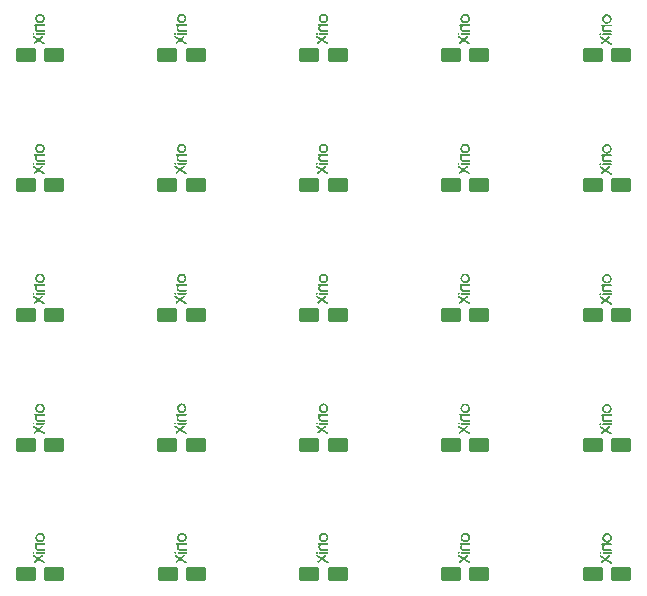
<source format=gbs>
%TF.GenerationSoftware,KiCad,Pcbnew,(6.0.0)*%
%TF.CreationDate,2022-12-07T10:36:55-05:00*%
%TF.ProjectId,onix-coax-adapter-xfl-a_panel,6f6e6978-2d63-46f6-9178-2d6164617074,A*%
%TF.SameCoordinates,Original*%
%TF.FileFunction,Soldermask,Bot*%
%TF.FilePolarity,Negative*%
%FSLAX46Y46*%
G04 Gerber Fmt 4.6, Leading zero omitted, Abs format (unit mm)*
G04 Created by KiCad (PCBNEW (6.0.0)) date 2022-12-07 10:36:55*
%MOMM*%
%LPD*%
G01*
G04 APERTURE LIST*
G04 Aperture macros list*
%AMRoundRect*
0 Rectangle with rounded corners*
0 $1 Rounding radius*
0 $2 $3 $4 $5 $6 $7 $8 $9 X,Y pos of 4 corners*
0 Add a 4 corners polygon primitive as box body*
4,1,4,$2,$3,$4,$5,$6,$7,$8,$9,$2,$3,0*
0 Add four circle primitives for the rounded corners*
1,1,$1+$1,$2,$3*
1,1,$1+$1,$4,$5*
1,1,$1+$1,$6,$7*
1,1,$1+$1,$8,$9*
0 Add four rect primitives between the rounded corners*
20,1,$1+$1,$2,$3,$4,$5,0*
20,1,$1+$1,$4,$5,$6,$7,0*
20,1,$1+$1,$6,$7,$8,$9,0*
20,1,$1+$1,$8,$9,$2,$3,0*%
G04 Aperture macros list end*
%ADD10RoundRect,0.312500X0.562500X-0.312500X0.562500X0.312500X-0.562500X0.312500X-0.562500X-0.312500X0*%
G04 APERTURE END LIST*
%TO.C,G\u002A\u002A\u002A*%
G36*
X182225621Y-98118842D02*
G01*
X182241085Y-98126301D01*
X182241288Y-98126444D01*
X182256542Y-98140246D01*
X182267906Y-98156749D01*
X182274221Y-98174274D01*
X182275821Y-98190059D01*
X182272922Y-98211026D01*
X182264116Y-98230157D01*
X182249534Y-98247065D01*
X182242063Y-98253083D01*
X182231339Y-98260029D01*
X182222207Y-98264209D01*
X182201704Y-98267760D01*
X182180831Y-98266158D01*
X182161614Y-98259542D01*
X182144992Y-98248384D01*
X182131900Y-98233156D01*
X182123276Y-98214331D01*
X182120098Y-98202433D01*
X182118768Y-98192067D01*
X182119763Y-98181972D01*
X182123071Y-98169241D01*
X182124142Y-98165941D01*
X182133757Y-98147494D01*
X182148036Y-98132167D01*
X182165802Y-98121282D01*
X182168873Y-98120049D01*
X182187538Y-98115585D01*
X182207113Y-98115226D01*
X182225621Y-98118842D01*
G37*
G36*
X182219022Y-98362352D02*
G01*
X182223418Y-98363953D01*
X182230731Y-98367466D01*
X182240931Y-98372987D01*
X182254308Y-98380694D01*
X182271155Y-98390763D01*
X182291763Y-98403371D01*
X182316425Y-98418694D01*
X182345432Y-98436911D01*
X182379076Y-98458198D01*
X182417649Y-98482731D01*
X182437741Y-98495525D01*
X182467301Y-98514311D01*
X182495051Y-98531901D01*
X182520561Y-98548025D01*
X182543398Y-98562412D01*
X182563131Y-98574790D01*
X182579329Y-98584890D01*
X182591562Y-98592439D01*
X182599397Y-98597167D01*
X182602403Y-98598803D01*
X182603838Y-98597876D01*
X182609655Y-98593363D01*
X182619499Y-98585423D01*
X182632933Y-98574417D01*
X182649521Y-98560707D01*
X182668825Y-98544654D01*
X182690409Y-98526620D01*
X182713836Y-98506966D01*
X182738669Y-98486054D01*
X182750996Y-98475676D01*
X182776553Y-98454296D01*
X182800553Y-98434404D01*
X182822541Y-98416366D01*
X182842061Y-98400549D01*
X182858658Y-98387322D01*
X182871877Y-98377051D01*
X182881262Y-98370103D01*
X182886359Y-98366848D01*
X182890667Y-98365038D01*
X182910754Y-98360506D01*
X182931282Y-98361580D01*
X182950874Y-98368042D01*
X182968153Y-98379679D01*
X182971256Y-98382627D01*
X182984335Y-98399710D01*
X182992131Y-98418910D01*
X182994492Y-98439178D01*
X182991269Y-98459462D01*
X182982312Y-98478712D01*
X182982181Y-98478903D01*
X182978071Y-98483340D01*
X182969698Y-98491297D01*
X182957558Y-98502339D01*
X182942147Y-98516027D01*
X182923960Y-98531926D01*
X182903494Y-98549597D01*
X182881245Y-98568605D01*
X182857708Y-98588512D01*
X182740093Y-98687495D01*
X182750015Y-98694184D01*
X182751831Y-98695374D01*
X182758901Y-98699925D01*
X182770526Y-98707360D01*
X182786248Y-98717391D01*
X182805608Y-98729724D01*
X182828151Y-98744068D01*
X182853418Y-98760133D01*
X182880951Y-98777628D01*
X182910293Y-98796260D01*
X182940986Y-98815738D01*
X182957295Y-98826090D01*
X182987696Y-98845408D01*
X183016683Y-98863857D01*
X183043773Y-98881127D01*
X183068483Y-98896910D01*
X183090332Y-98910897D01*
X183108836Y-98922780D01*
X183123513Y-98932249D01*
X183133880Y-98938996D01*
X183139455Y-98942713D01*
X183149674Y-98950889D01*
X183164314Y-98968285D01*
X183173607Y-98988454D01*
X183174267Y-98990818D01*
X183176140Y-99009846D01*
X183172609Y-99029052D01*
X183164232Y-99047178D01*
X183151567Y-99062964D01*
X183135173Y-99075150D01*
X183122539Y-99080581D01*
X183102819Y-99084309D01*
X183083038Y-99083137D01*
X183065097Y-99077016D01*
X183063084Y-99075837D01*
X183055946Y-99071453D01*
X183044339Y-99064223D01*
X183028747Y-99054454D01*
X183009654Y-99042452D01*
X182987544Y-99028525D01*
X182962900Y-99012978D01*
X182936206Y-98996118D01*
X182907947Y-98978251D01*
X182878606Y-98959685D01*
X182848667Y-98940725D01*
X182818614Y-98921677D01*
X182788931Y-98902850D01*
X182760103Y-98884548D01*
X182732612Y-98867079D01*
X182706943Y-98850749D01*
X182683579Y-98835865D01*
X182663005Y-98822733D01*
X182645705Y-98811659D01*
X182632162Y-98802950D01*
X182622861Y-98796913D01*
X182621935Y-98796368D01*
X182620154Y-98795828D01*
X182617835Y-98796068D01*
X182614593Y-98797381D01*
X182610043Y-98800063D01*
X182603800Y-98804410D01*
X182595480Y-98810716D01*
X182584698Y-98819277D01*
X182571069Y-98830388D01*
X182554207Y-98844345D01*
X182533730Y-98861443D01*
X182509250Y-98881977D01*
X182480385Y-98906242D01*
X182462960Y-98920864D01*
X182438381Y-98941374D01*
X182415277Y-98960522D01*
X182394118Y-98977925D01*
X182375372Y-98993202D01*
X182359511Y-99005969D01*
X182347002Y-99015846D01*
X182338316Y-99022450D01*
X182333923Y-99025398D01*
X182325346Y-99028877D01*
X182304840Y-99032723D01*
X182284503Y-99030660D01*
X182265226Y-99022850D01*
X182247898Y-99009459D01*
X182240390Y-99000945D01*
X182229530Y-98982342D01*
X182224514Y-98962413D01*
X182225461Y-98941840D01*
X182232491Y-98921305D01*
X182233383Y-98919608D01*
X182236030Y-98915407D01*
X182239775Y-98910618D01*
X182245031Y-98904867D01*
X182252209Y-98897775D01*
X182261722Y-98888966D01*
X182273984Y-98878064D01*
X182289407Y-98864690D01*
X182308402Y-98848469D01*
X182331384Y-98829023D01*
X182358765Y-98805976D01*
X182384752Y-98784085D01*
X182408759Y-98763724D01*
X182428489Y-98746806D01*
X182444232Y-98733069D01*
X182456282Y-98722249D01*
X182464930Y-98714084D01*
X182470469Y-98708312D01*
X182473190Y-98704669D01*
X182473387Y-98702893D01*
X182470622Y-98700939D01*
X182462970Y-98695882D01*
X182450946Y-98688072D01*
X182435024Y-98677814D01*
X182415680Y-98665410D01*
X182393386Y-98651167D01*
X182368618Y-98635386D01*
X182341850Y-98618373D01*
X182313556Y-98600431D01*
X182289042Y-98584863D01*
X182254474Y-98562744D01*
X182224295Y-98543214D01*
X182198665Y-98526380D01*
X182177742Y-98512348D01*
X182161687Y-98501223D01*
X182150658Y-98493112D01*
X182144815Y-98488121D01*
X182140426Y-98483057D01*
X182130157Y-98465890D01*
X182125163Y-98447743D01*
X182124978Y-98429407D01*
X182129132Y-98411676D01*
X182137159Y-98395341D01*
X182148592Y-98381196D01*
X182162962Y-98370032D01*
X182179802Y-98362641D01*
X182198644Y-98359817D01*
X182219022Y-98362352D01*
G37*
G36*
X182823178Y-96492909D02*
G01*
X182868547Y-96503745D01*
X182912039Y-96519598D01*
X182953263Y-96540202D01*
X182991829Y-96565290D01*
X183027347Y-96594594D01*
X183059427Y-96627848D01*
X183087678Y-96664784D01*
X183111711Y-96705136D01*
X183131134Y-96748636D01*
X183145558Y-96795017D01*
X183154593Y-96844013D01*
X183156126Y-96863965D01*
X183156408Y-96888838D01*
X183155399Y-96915268D01*
X183153190Y-96940931D01*
X183149873Y-96963505D01*
X183149200Y-96966986D01*
X183136714Y-97015530D01*
X183119004Y-97060788D01*
X183095900Y-97103074D01*
X183067231Y-97142704D01*
X183032828Y-97179991D01*
X183010848Y-97199931D01*
X182970989Y-97229722D01*
X182928247Y-97254012D01*
X182882416Y-97272913D01*
X182833293Y-97286534D01*
X182818158Y-97289074D01*
X182795324Y-97291280D01*
X182769610Y-97292452D01*
X182742823Y-97292588D01*
X182716770Y-97291686D01*
X182693258Y-97289742D01*
X182674094Y-97286755D01*
X182652715Y-97281611D01*
X182605189Y-97265886D01*
X182560739Y-97245143D01*
X182519668Y-97219746D01*
X182482276Y-97190062D01*
X182448865Y-97156455D01*
X182419737Y-97119289D01*
X182395193Y-97078932D01*
X182375535Y-97035747D01*
X182361064Y-96990100D01*
X182352081Y-96942356D01*
X182348889Y-96892880D01*
X182348922Y-96885837D01*
X182349511Y-96877874D01*
X182503824Y-96877874D01*
X182504467Y-96913454D01*
X182510315Y-96948887D01*
X182521508Y-96983609D01*
X182538185Y-97017055D01*
X182560485Y-97048663D01*
X182564093Y-97052929D01*
X182590946Y-97079378D01*
X182621808Y-97101793D01*
X182655535Y-97119447D01*
X182690982Y-97131613D01*
X182705213Y-97134567D01*
X182732108Y-97137529D01*
X182760746Y-97138023D01*
X182788636Y-97136049D01*
X182813284Y-97131607D01*
X182827269Y-97127608D01*
X182863433Y-97113021D01*
X182896347Y-97093404D01*
X182925590Y-97069206D01*
X182950742Y-97040872D01*
X182971384Y-97008849D01*
X182987096Y-96973585D01*
X182997458Y-96935527D01*
X183000394Y-96915885D01*
X183001474Y-96878160D01*
X182996780Y-96841134D01*
X182986619Y-96805422D01*
X182971296Y-96771642D01*
X182951117Y-96740407D01*
X182926389Y-96712334D01*
X182897418Y-96688039D01*
X182864510Y-96668136D01*
X182840745Y-96657728D01*
X182804150Y-96647076D01*
X182766501Y-96642055D01*
X182728670Y-96642695D01*
X182691530Y-96649024D01*
X182655952Y-96661073D01*
X182633409Y-96672117D01*
X182601504Y-96692921D01*
X182573831Y-96717529D01*
X182550531Y-96745377D01*
X182531740Y-96775899D01*
X182517600Y-96808533D01*
X182508248Y-96842712D01*
X182503824Y-96877874D01*
X182349511Y-96877874D01*
X182352554Y-96836733D01*
X182361910Y-96789175D01*
X182376672Y-96743580D01*
X182396520Y-96700363D01*
X182421135Y-96659941D01*
X182450197Y-96622730D01*
X182483386Y-96589146D01*
X182520383Y-96559604D01*
X182560868Y-96534522D01*
X182604523Y-96514315D01*
X182651027Y-96499400D01*
X182679709Y-96493180D01*
X182728368Y-96487359D01*
X182766501Y-96487358D01*
X182776322Y-96487358D01*
X182823178Y-96492909D01*
G37*
G36*
X182718910Y-97365637D02*
G01*
X182743225Y-97365640D01*
X182798571Y-97365651D01*
X182848141Y-97365668D01*
X182892270Y-97365698D01*
X182931288Y-97365746D01*
X182965529Y-97365817D01*
X182995326Y-97365916D01*
X183021010Y-97366048D01*
X183042914Y-97366220D01*
X183061372Y-97366436D01*
X183076715Y-97366701D01*
X183089275Y-97367021D01*
X183099387Y-97367401D01*
X183107381Y-97367847D01*
X183113591Y-97368364D01*
X183118349Y-97368956D01*
X183121987Y-97369630D01*
X183124839Y-97370391D01*
X183127237Y-97371244D01*
X183129512Y-97372194D01*
X183146547Y-97382165D01*
X183161010Y-97397244D01*
X183170726Y-97416309D01*
X183173942Y-97426519D01*
X183176157Y-97438736D01*
X183175506Y-97450374D01*
X183172070Y-97464336D01*
X183171958Y-97464709D01*
X183163007Y-97483870D01*
X183149227Y-97499795D01*
X183131622Y-97511318D01*
X183115793Y-97518688D01*
X182864508Y-97518821D01*
X182851455Y-97518832D01*
X182812226Y-97518907D01*
X182774563Y-97519044D01*
X182738985Y-97519237D01*
X182706011Y-97519481D01*
X182676163Y-97519769D01*
X182649958Y-97520097D01*
X182627918Y-97520458D01*
X182610562Y-97520848D01*
X182598409Y-97521261D01*
X182591979Y-97521692D01*
X182575081Y-97525117D01*
X182550147Y-97535180D01*
X182527581Y-97550618D01*
X182507814Y-97571038D01*
X182491276Y-97596049D01*
X182478398Y-97625257D01*
X182473696Y-97641982D01*
X182469495Y-97668501D01*
X182468114Y-97696614D01*
X182469633Y-97723977D01*
X182474133Y-97748244D01*
X182477942Y-97760738D01*
X182490547Y-97790444D01*
X182506816Y-97815980D01*
X182526386Y-97836930D01*
X182548898Y-97852877D01*
X182573991Y-97863404D01*
X182576150Y-97863974D01*
X182580381Y-97864803D01*
X182585886Y-97865522D01*
X182593080Y-97866139D01*
X182602376Y-97866662D01*
X182614188Y-97867099D01*
X182628932Y-97867456D01*
X182647019Y-97867741D01*
X182668866Y-97867962D01*
X182694885Y-97868126D01*
X182725491Y-97868241D01*
X182761098Y-97868313D01*
X182802120Y-97868351D01*
X182848971Y-97868362D01*
X182866118Y-97868364D01*
X182911947Y-97868393D01*
X182952042Y-97868462D01*
X182986784Y-97868576D01*
X183016553Y-97868742D01*
X183041728Y-97868966D01*
X183062689Y-97869253D01*
X183079815Y-97869609D01*
X183093487Y-97870041D01*
X183104084Y-97870555D01*
X183111986Y-97871156D01*
X183117572Y-97871850D01*
X183121222Y-97872644D01*
X183134050Y-97877762D01*
X183151135Y-97889660D01*
X183164030Y-97905593D01*
X183172158Y-97924771D01*
X183174942Y-97946401D01*
X183172312Y-97967409D01*
X183164132Y-97986660D01*
X183150481Y-98002957D01*
X183131441Y-98016169D01*
X183118914Y-98022879D01*
X182569523Y-98022879D01*
X182542989Y-98015837D01*
X182525306Y-98010550D01*
X182486268Y-97994335D01*
X182450182Y-97972831D01*
X182417419Y-97946364D01*
X182388351Y-97915260D01*
X182363350Y-97879844D01*
X182342788Y-97840444D01*
X182331083Y-97810172D01*
X182319360Y-97765933D01*
X182313254Y-97720632D01*
X182312760Y-97675038D01*
X182317872Y-97629919D01*
X182328586Y-97586043D01*
X182344895Y-97544178D01*
X182346490Y-97540779D01*
X182351185Y-97530648D01*
X182354464Y-97523375D01*
X182355697Y-97520350D01*
X182353170Y-97519765D01*
X182345971Y-97518982D01*
X182335737Y-97518206D01*
X182331583Y-97517843D01*
X182310684Y-97512666D01*
X182293031Y-97502526D01*
X182279242Y-97488039D01*
X182269937Y-97469823D01*
X182265735Y-97448493D01*
X182265517Y-97442404D01*
X182268029Y-97420262D01*
X182275807Y-97401268D01*
X182288699Y-97385700D01*
X182306555Y-97373832D01*
X182323420Y-97365581D01*
X182718910Y-97365637D01*
G37*
G36*
X182771999Y-98114995D02*
G01*
X183115793Y-98115025D01*
X183131622Y-98122396D01*
X183132303Y-98122718D01*
X183149455Y-98134144D01*
X183163074Y-98149738D01*
X183171866Y-98168030D01*
X183173490Y-98173563D01*
X183176017Y-98186799D01*
X183175533Y-98199088D01*
X183172051Y-98213643D01*
X183170690Y-98217740D01*
X183161087Y-98235722D01*
X183147108Y-98250739D01*
X183130095Y-98261269D01*
X183114471Y-98267990D01*
X182429213Y-98268018D01*
X182411965Y-98259385D01*
X182402663Y-98253948D01*
X182387421Y-98240373D01*
X182376844Y-98224091D01*
X182370935Y-98206068D01*
X182369697Y-98187271D01*
X182373133Y-98168667D01*
X182381247Y-98151223D01*
X182394040Y-98135905D01*
X182411518Y-98123682D01*
X182428205Y-98114964D01*
X182771999Y-98114995D01*
G37*
G36*
X182225621Y-76118842D02*
G01*
X182241085Y-76126301D01*
X182241288Y-76126444D01*
X182256542Y-76140246D01*
X182267906Y-76156749D01*
X182274221Y-76174274D01*
X182275821Y-76190059D01*
X182272922Y-76211026D01*
X182264116Y-76230157D01*
X182249534Y-76247065D01*
X182242063Y-76253083D01*
X182231339Y-76260029D01*
X182222207Y-76264209D01*
X182201704Y-76267760D01*
X182180831Y-76266158D01*
X182161614Y-76259542D01*
X182144992Y-76248384D01*
X182131900Y-76233156D01*
X182123276Y-76214331D01*
X182120098Y-76202433D01*
X182118768Y-76192067D01*
X182119763Y-76181972D01*
X182123071Y-76169241D01*
X182124142Y-76165941D01*
X182133757Y-76147494D01*
X182148036Y-76132167D01*
X182165802Y-76121282D01*
X182168873Y-76120049D01*
X182187538Y-76115585D01*
X182207113Y-76115226D01*
X182225621Y-76118842D01*
G37*
G36*
X182219022Y-76362352D02*
G01*
X182223418Y-76363953D01*
X182230731Y-76367466D01*
X182240931Y-76372987D01*
X182254308Y-76380694D01*
X182271155Y-76390763D01*
X182291763Y-76403371D01*
X182316425Y-76418694D01*
X182345432Y-76436911D01*
X182379076Y-76458198D01*
X182417649Y-76482731D01*
X182437741Y-76495525D01*
X182467301Y-76514311D01*
X182495051Y-76531901D01*
X182520561Y-76548025D01*
X182543398Y-76562412D01*
X182563131Y-76574790D01*
X182579329Y-76584890D01*
X182591562Y-76592439D01*
X182599397Y-76597167D01*
X182602403Y-76598803D01*
X182603838Y-76597876D01*
X182609655Y-76593363D01*
X182619499Y-76585423D01*
X182632933Y-76574417D01*
X182649521Y-76560707D01*
X182668825Y-76544654D01*
X182690409Y-76526620D01*
X182713836Y-76506966D01*
X182738669Y-76486054D01*
X182750996Y-76475676D01*
X182776553Y-76454296D01*
X182800553Y-76434404D01*
X182822541Y-76416366D01*
X182842061Y-76400549D01*
X182858658Y-76387322D01*
X182871877Y-76377051D01*
X182881262Y-76370103D01*
X182886359Y-76366848D01*
X182890667Y-76365038D01*
X182910754Y-76360506D01*
X182931282Y-76361580D01*
X182950874Y-76368042D01*
X182968153Y-76379679D01*
X182971256Y-76382627D01*
X182984335Y-76399710D01*
X182992131Y-76418910D01*
X182994492Y-76439178D01*
X182991269Y-76459462D01*
X182982312Y-76478712D01*
X182982181Y-76478903D01*
X182978071Y-76483340D01*
X182969698Y-76491297D01*
X182957558Y-76502339D01*
X182942147Y-76516027D01*
X182923960Y-76531926D01*
X182903494Y-76549597D01*
X182881245Y-76568605D01*
X182857708Y-76588512D01*
X182740093Y-76687495D01*
X182750015Y-76694184D01*
X182751831Y-76695374D01*
X182758901Y-76699925D01*
X182770526Y-76707360D01*
X182786248Y-76717391D01*
X182805608Y-76729724D01*
X182828151Y-76744068D01*
X182853418Y-76760133D01*
X182880951Y-76777628D01*
X182910293Y-76796260D01*
X182940986Y-76815738D01*
X182957295Y-76826090D01*
X182987696Y-76845408D01*
X183016683Y-76863857D01*
X183043773Y-76881127D01*
X183068483Y-76896910D01*
X183090332Y-76910897D01*
X183108836Y-76922780D01*
X183123513Y-76932249D01*
X183133880Y-76938996D01*
X183139455Y-76942713D01*
X183149674Y-76950889D01*
X183164314Y-76968285D01*
X183173607Y-76988454D01*
X183174267Y-76990818D01*
X183176140Y-77009846D01*
X183172609Y-77029052D01*
X183164232Y-77047178D01*
X183151567Y-77062964D01*
X183135173Y-77075150D01*
X183122539Y-77080581D01*
X183102819Y-77084309D01*
X183083038Y-77083137D01*
X183065097Y-77077016D01*
X183063084Y-77075837D01*
X183055946Y-77071453D01*
X183044339Y-77064223D01*
X183028747Y-77054454D01*
X183009654Y-77042452D01*
X182987544Y-77028525D01*
X182962900Y-77012978D01*
X182936206Y-76996118D01*
X182907947Y-76978251D01*
X182878606Y-76959685D01*
X182848667Y-76940725D01*
X182818614Y-76921677D01*
X182788931Y-76902850D01*
X182760103Y-76884548D01*
X182732612Y-76867079D01*
X182706943Y-76850749D01*
X182683579Y-76835865D01*
X182663005Y-76822733D01*
X182645705Y-76811659D01*
X182632162Y-76802950D01*
X182622861Y-76796913D01*
X182621935Y-76796368D01*
X182620154Y-76795828D01*
X182617835Y-76796068D01*
X182614593Y-76797381D01*
X182610043Y-76800063D01*
X182603800Y-76804410D01*
X182595480Y-76810716D01*
X182584698Y-76819277D01*
X182571069Y-76830388D01*
X182554207Y-76844345D01*
X182533730Y-76861443D01*
X182509250Y-76881977D01*
X182480385Y-76906242D01*
X182462960Y-76920864D01*
X182438381Y-76941374D01*
X182415277Y-76960522D01*
X182394118Y-76977925D01*
X182375372Y-76993202D01*
X182359511Y-77005969D01*
X182347002Y-77015846D01*
X182338316Y-77022450D01*
X182333923Y-77025398D01*
X182325346Y-77028877D01*
X182304840Y-77032723D01*
X182284503Y-77030660D01*
X182265226Y-77022850D01*
X182247898Y-77009459D01*
X182240390Y-77000945D01*
X182229530Y-76982342D01*
X182224514Y-76962413D01*
X182225461Y-76941840D01*
X182232491Y-76921305D01*
X182233383Y-76919608D01*
X182236030Y-76915407D01*
X182239775Y-76910618D01*
X182245031Y-76904867D01*
X182252209Y-76897775D01*
X182261722Y-76888966D01*
X182273984Y-76878064D01*
X182289407Y-76864690D01*
X182308402Y-76848469D01*
X182331384Y-76829023D01*
X182358765Y-76805976D01*
X182384752Y-76784085D01*
X182408759Y-76763724D01*
X182428489Y-76746806D01*
X182444232Y-76733069D01*
X182456282Y-76722249D01*
X182464930Y-76714084D01*
X182470469Y-76708312D01*
X182473190Y-76704669D01*
X182473387Y-76702893D01*
X182470622Y-76700939D01*
X182462970Y-76695882D01*
X182450946Y-76688072D01*
X182435024Y-76677814D01*
X182415680Y-76665410D01*
X182393386Y-76651167D01*
X182368618Y-76635386D01*
X182341850Y-76618373D01*
X182313556Y-76600431D01*
X182289042Y-76584863D01*
X182254474Y-76562744D01*
X182224295Y-76543214D01*
X182198665Y-76526380D01*
X182177742Y-76512348D01*
X182161687Y-76501223D01*
X182150658Y-76493112D01*
X182144815Y-76488121D01*
X182140426Y-76483057D01*
X182130157Y-76465890D01*
X182125163Y-76447743D01*
X182124978Y-76429407D01*
X182129132Y-76411676D01*
X182137159Y-76395341D01*
X182148592Y-76381196D01*
X182162962Y-76370032D01*
X182179802Y-76362641D01*
X182198644Y-76359817D01*
X182219022Y-76362352D01*
G37*
G36*
X182823178Y-74492909D02*
G01*
X182868547Y-74503745D01*
X182912039Y-74519598D01*
X182953263Y-74540202D01*
X182991829Y-74565290D01*
X183027347Y-74594594D01*
X183059427Y-74627848D01*
X183087678Y-74664784D01*
X183111711Y-74705136D01*
X183131134Y-74748636D01*
X183145558Y-74795017D01*
X183154593Y-74844013D01*
X183156126Y-74863965D01*
X183156408Y-74888838D01*
X183155399Y-74915268D01*
X183153190Y-74940931D01*
X183149873Y-74963505D01*
X183149200Y-74966986D01*
X183136714Y-75015530D01*
X183119004Y-75060788D01*
X183095900Y-75103074D01*
X183067231Y-75142704D01*
X183032828Y-75179991D01*
X183010848Y-75199931D01*
X182970989Y-75229722D01*
X182928247Y-75254012D01*
X182882416Y-75272913D01*
X182833293Y-75286534D01*
X182818158Y-75289074D01*
X182795324Y-75291280D01*
X182769610Y-75292452D01*
X182742823Y-75292588D01*
X182716770Y-75291686D01*
X182693258Y-75289742D01*
X182674094Y-75286755D01*
X182652715Y-75281611D01*
X182605189Y-75265886D01*
X182560739Y-75245143D01*
X182519668Y-75219746D01*
X182482276Y-75190062D01*
X182448865Y-75156455D01*
X182419737Y-75119289D01*
X182395193Y-75078932D01*
X182375535Y-75035747D01*
X182361064Y-74990100D01*
X182352081Y-74942356D01*
X182348889Y-74892880D01*
X182348922Y-74885837D01*
X182349511Y-74877874D01*
X182503824Y-74877874D01*
X182504467Y-74913454D01*
X182510315Y-74948887D01*
X182521508Y-74983609D01*
X182538185Y-75017055D01*
X182560485Y-75048663D01*
X182564093Y-75052929D01*
X182590946Y-75079378D01*
X182621808Y-75101793D01*
X182655535Y-75119447D01*
X182690982Y-75131613D01*
X182705213Y-75134567D01*
X182732108Y-75137529D01*
X182760746Y-75138023D01*
X182788636Y-75136049D01*
X182813284Y-75131607D01*
X182827269Y-75127608D01*
X182863433Y-75113021D01*
X182896347Y-75093404D01*
X182925590Y-75069206D01*
X182950742Y-75040872D01*
X182971384Y-75008849D01*
X182987096Y-74973585D01*
X182997458Y-74935527D01*
X183000394Y-74915885D01*
X183001474Y-74878160D01*
X182996780Y-74841134D01*
X182986619Y-74805422D01*
X182971296Y-74771642D01*
X182951117Y-74740407D01*
X182926389Y-74712334D01*
X182897418Y-74688039D01*
X182864510Y-74668136D01*
X182840745Y-74657728D01*
X182804150Y-74647076D01*
X182766501Y-74642055D01*
X182728670Y-74642695D01*
X182691530Y-74649024D01*
X182655952Y-74661073D01*
X182633409Y-74672117D01*
X182601504Y-74692921D01*
X182573831Y-74717529D01*
X182550531Y-74745377D01*
X182531740Y-74775899D01*
X182517600Y-74808533D01*
X182508248Y-74842712D01*
X182503824Y-74877874D01*
X182349511Y-74877874D01*
X182352554Y-74836733D01*
X182361910Y-74789175D01*
X182376672Y-74743580D01*
X182396520Y-74700363D01*
X182421135Y-74659941D01*
X182450197Y-74622730D01*
X182483386Y-74589146D01*
X182520383Y-74559604D01*
X182560868Y-74534522D01*
X182604523Y-74514315D01*
X182651027Y-74499400D01*
X182679709Y-74493180D01*
X182728368Y-74487359D01*
X182766501Y-74487358D01*
X182776322Y-74487358D01*
X182823178Y-74492909D01*
G37*
G36*
X182718910Y-75365637D02*
G01*
X182743225Y-75365640D01*
X182798571Y-75365651D01*
X182848141Y-75365668D01*
X182892270Y-75365698D01*
X182931288Y-75365746D01*
X182965529Y-75365817D01*
X182995326Y-75365916D01*
X183021010Y-75366048D01*
X183042914Y-75366220D01*
X183061372Y-75366436D01*
X183076715Y-75366701D01*
X183089275Y-75367021D01*
X183099387Y-75367401D01*
X183107381Y-75367847D01*
X183113591Y-75368364D01*
X183118349Y-75368956D01*
X183121987Y-75369630D01*
X183124839Y-75370391D01*
X183127237Y-75371244D01*
X183129512Y-75372194D01*
X183146547Y-75382165D01*
X183161010Y-75397244D01*
X183170726Y-75416309D01*
X183173942Y-75426519D01*
X183176157Y-75438736D01*
X183175506Y-75450374D01*
X183172070Y-75464336D01*
X183171958Y-75464709D01*
X183163007Y-75483870D01*
X183149227Y-75499795D01*
X183131622Y-75511318D01*
X183115793Y-75518688D01*
X182864508Y-75518821D01*
X182851455Y-75518832D01*
X182812226Y-75518907D01*
X182774563Y-75519044D01*
X182738985Y-75519237D01*
X182706011Y-75519481D01*
X182676163Y-75519769D01*
X182649958Y-75520097D01*
X182627918Y-75520458D01*
X182610562Y-75520848D01*
X182598409Y-75521261D01*
X182591979Y-75521692D01*
X182575081Y-75525117D01*
X182550147Y-75535180D01*
X182527581Y-75550618D01*
X182507814Y-75571038D01*
X182491276Y-75596049D01*
X182478398Y-75625257D01*
X182473696Y-75641982D01*
X182469495Y-75668501D01*
X182468114Y-75696614D01*
X182469633Y-75723977D01*
X182474133Y-75748244D01*
X182477942Y-75760738D01*
X182490547Y-75790444D01*
X182506816Y-75815980D01*
X182526386Y-75836930D01*
X182548898Y-75852877D01*
X182573991Y-75863404D01*
X182576150Y-75863974D01*
X182580381Y-75864803D01*
X182585886Y-75865522D01*
X182593080Y-75866139D01*
X182602376Y-75866662D01*
X182614188Y-75867099D01*
X182628932Y-75867456D01*
X182647019Y-75867741D01*
X182668866Y-75867962D01*
X182694885Y-75868126D01*
X182725491Y-75868241D01*
X182761098Y-75868313D01*
X182802120Y-75868351D01*
X182848971Y-75868362D01*
X182866118Y-75868364D01*
X182911947Y-75868393D01*
X182952042Y-75868462D01*
X182986784Y-75868576D01*
X183016553Y-75868742D01*
X183041728Y-75868966D01*
X183062689Y-75869253D01*
X183079815Y-75869609D01*
X183093487Y-75870041D01*
X183104084Y-75870555D01*
X183111986Y-75871156D01*
X183117572Y-75871850D01*
X183121222Y-75872644D01*
X183134050Y-75877762D01*
X183151135Y-75889660D01*
X183164030Y-75905593D01*
X183172158Y-75924771D01*
X183174942Y-75946401D01*
X183172312Y-75967409D01*
X183164132Y-75986660D01*
X183150481Y-76002957D01*
X183131441Y-76016169D01*
X183118914Y-76022879D01*
X182569523Y-76022879D01*
X182542989Y-76015837D01*
X182525306Y-76010550D01*
X182486268Y-75994335D01*
X182450182Y-75972831D01*
X182417419Y-75946364D01*
X182388351Y-75915260D01*
X182363350Y-75879844D01*
X182342788Y-75840444D01*
X182331083Y-75810172D01*
X182319360Y-75765933D01*
X182313254Y-75720632D01*
X182312760Y-75675038D01*
X182317872Y-75629919D01*
X182328586Y-75586043D01*
X182344895Y-75544178D01*
X182346490Y-75540779D01*
X182351185Y-75530648D01*
X182354464Y-75523375D01*
X182355697Y-75520350D01*
X182353170Y-75519765D01*
X182345971Y-75518982D01*
X182335737Y-75518206D01*
X182331583Y-75517843D01*
X182310684Y-75512666D01*
X182293031Y-75502526D01*
X182279242Y-75488039D01*
X182269937Y-75469823D01*
X182265735Y-75448493D01*
X182265517Y-75442404D01*
X182268029Y-75420262D01*
X182275807Y-75401268D01*
X182288699Y-75385700D01*
X182306555Y-75373832D01*
X182323420Y-75365581D01*
X182718910Y-75365637D01*
G37*
G36*
X182771999Y-76114995D02*
G01*
X183115793Y-76115025D01*
X183131622Y-76122396D01*
X183132303Y-76122718D01*
X183149455Y-76134144D01*
X183163074Y-76149738D01*
X183171866Y-76168030D01*
X183173490Y-76173563D01*
X183176017Y-76186799D01*
X183175533Y-76199088D01*
X183172051Y-76213643D01*
X183170690Y-76217740D01*
X183161087Y-76235722D01*
X183147108Y-76250739D01*
X183130095Y-76261269D01*
X183114471Y-76267990D01*
X182429213Y-76268018D01*
X182411965Y-76259385D01*
X182402663Y-76253948D01*
X182387421Y-76240373D01*
X182376844Y-76224091D01*
X182370935Y-76206068D01*
X182369697Y-76187271D01*
X182373133Y-76168667D01*
X182381247Y-76151223D01*
X182394040Y-76135905D01*
X182411518Y-76123682D01*
X182428205Y-76114964D01*
X182771999Y-76114995D01*
G37*
G36*
X194239621Y-109056842D02*
G01*
X194255085Y-109064301D01*
X194255288Y-109064444D01*
X194270542Y-109078246D01*
X194281906Y-109094749D01*
X194288221Y-109112274D01*
X194289821Y-109128059D01*
X194286922Y-109149026D01*
X194278116Y-109168157D01*
X194263534Y-109185065D01*
X194256063Y-109191083D01*
X194245339Y-109198029D01*
X194236207Y-109202209D01*
X194215704Y-109205760D01*
X194194831Y-109204158D01*
X194175614Y-109197542D01*
X194158992Y-109186384D01*
X194145900Y-109171156D01*
X194137276Y-109152331D01*
X194134098Y-109140433D01*
X194132768Y-109130067D01*
X194133763Y-109119972D01*
X194137071Y-109107241D01*
X194138142Y-109103941D01*
X194147757Y-109085494D01*
X194162036Y-109070167D01*
X194179802Y-109059282D01*
X194182873Y-109058049D01*
X194201538Y-109053585D01*
X194221113Y-109053226D01*
X194239621Y-109056842D01*
G37*
G36*
X194233022Y-109300352D02*
G01*
X194237418Y-109301953D01*
X194244731Y-109305466D01*
X194254931Y-109310987D01*
X194268308Y-109318694D01*
X194285155Y-109328763D01*
X194305763Y-109341371D01*
X194330425Y-109356694D01*
X194359432Y-109374911D01*
X194393076Y-109396198D01*
X194431649Y-109420731D01*
X194451741Y-109433525D01*
X194481301Y-109452311D01*
X194509051Y-109469901D01*
X194534561Y-109486025D01*
X194557398Y-109500412D01*
X194577131Y-109512790D01*
X194593329Y-109522890D01*
X194605562Y-109530439D01*
X194613397Y-109535167D01*
X194616403Y-109536803D01*
X194617838Y-109535876D01*
X194623655Y-109531363D01*
X194633499Y-109523423D01*
X194646933Y-109512417D01*
X194663521Y-109498707D01*
X194682825Y-109482654D01*
X194704409Y-109464620D01*
X194727836Y-109444966D01*
X194752669Y-109424054D01*
X194764996Y-109413676D01*
X194790553Y-109392296D01*
X194814553Y-109372404D01*
X194836541Y-109354366D01*
X194856061Y-109338549D01*
X194872658Y-109325322D01*
X194885877Y-109315051D01*
X194895262Y-109308103D01*
X194900359Y-109304848D01*
X194904667Y-109303038D01*
X194924754Y-109298506D01*
X194945282Y-109299580D01*
X194964874Y-109306042D01*
X194982153Y-109317679D01*
X194985256Y-109320627D01*
X194998335Y-109337710D01*
X195006131Y-109356910D01*
X195008492Y-109377178D01*
X195005269Y-109397462D01*
X194996312Y-109416712D01*
X194996181Y-109416903D01*
X194992071Y-109421340D01*
X194983698Y-109429297D01*
X194971558Y-109440339D01*
X194956147Y-109454027D01*
X194937960Y-109469926D01*
X194917494Y-109487597D01*
X194895245Y-109506605D01*
X194871708Y-109526512D01*
X194754093Y-109625495D01*
X194764015Y-109632184D01*
X194765831Y-109633374D01*
X194772901Y-109637925D01*
X194784526Y-109645360D01*
X194800248Y-109655391D01*
X194819608Y-109667724D01*
X194842151Y-109682068D01*
X194867418Y-109698133D01*
X194894951Y-109715628D01*
X194924293Y-109734260D01*
X194954986Y-109753738D01*
X194971295Y-109764090D01*
X195001696Y-109783408D01*
X195030683Y-109801857D01*
X195057773Y-109819127D01*
X195082483Y-109834910D01*
X195104332Y-109848897D01*
X195122836Y-109860780D01*
X195137513Y-109870249D01*
X195147880Y-109876996D01*
X195153455Y-109880713D01*
X195163674Y-109888889D01*
X195178314Y-109906285D01*
X195187607Y-109926454D01*
X195188267Y-109928818D01*
X195190140Y-109947846D01*
X195186609Y-109967052D01*
X195178232Y-109985178D01*
X195165567Y-110000964D01*
X195149173Y-110013150D01*
X195136539Y-110018581D01*
X195116819Y-110022309D01*
X195097038Y-110021137D01*
X195079097Y-110015016D01*
X195077084Y-110013837D01*
X195069946Y-110009453D01*
X195058339Y-110002223D01*
X195042747Y-109992454D01*
X195023654Y-109980452D01*
X195001544Y-109966525D01*
X194976900Y-109950978D01*
X194950206Y-109934118D01*
X194921947Y-109916251D01*
X194892606Y-109897685D01*
X194862667Y-109878725D01*
X194832614Y-109859677D01*
X194802931Y-109840850D01*
X194774103Y-109822548D01*
X194746612Y-109805079D01*
X194720943Y-109788749D01*
X194697579Y-109773865D01*
X194677005Y-109760733D01*
X194659705Y-109749659D01*
X194646162Y-109740950D01*
X194636861Y-109734913D01*
X194635935Y-109734368D01*
X194634154Y-109733828D01*
X194631835Y-109734068D01*
X194628593Y-109735381D01*
X194624043Y-109738063D01*
X194617800Y-109742410D01*
X194609480Y-109748716D01*
X194598698Y-109757277D01*
X194585069Y-109768388D01*
X194568207Y-109782345D01*
X194547730Y-109799443D01*
X194523250Y-109819977D01*
X194494385Y-109844242D01*
X194476960Y-109858864D01*
X194452381Y-109879374D01*
X194429277Y-109898522D01*
X194408118Y-109915925D01*
X194389372Y-109931202D01*
X194373511Y-109943969D01*
X194361002Y-109953846D01*
X194352316Y-109960450D01*
X194347923Y-109963398D01*
X194339346Y-109966877D01*
X194318840Y-109970723D01*
X194298503Y-109968660D01*
X194279226Y-109960850D01*
X194261898Y-109947459D01*
X194254390Y-109938945D01*
X194243530Y-109920342D01*
X194238514Y-109900413D01*
X194239461Y-109879840D01*
X194246491Y-109859305D01*
X194247383Y-109857608D01*
X194250030Y-109853407D01*
X194253775Y-109848618D01*
X194259031Y-109842867D01*
X194266209Y-109835775D01*
X194275722Y-109826966D01*
X194287984Y-109816064D01*
X194303407Y-109802690D01*
X194322402Y-109786469D01*
X194345384Y-109767023D01*
X194372765Y-109743976D01*
X194398752Y-109722085D01*
X194422759Y-109701724D01*
X194442489Y-109684806D01*
X194458232Y-109671069D01*
X194470282Y-109660249D01*
X194478930Y-109652084D01*
X194484469Y-109646312D01*
X194487190Y-109642669D01*
X194487387Y-109640893D01*
X194484622Y-109638939D01*
X194476970Y-109633882D01*
X194464946Y-109626072D01*
X194449024Y-109615814D01*
X194429680Y-109603410D01*
X194407386Y-109589167D01*
X194382618Y-109573386D01*
X194355850Y-109556373D01*
X194327556Y-109538431D01*
X194303042Y-109522863D01*
X194268474Y-109500744D01*
X194238295Y-109481214D01*
X194212665Y-109464380D01*
X194191742Y-109450348D01*
X194175687Y-109439223D01*
X194164658Y-109431112D01*
X194158815Y-109426121D01*
X194154426Y-109421057D01*
X194144157Y-109403890D01*
X194139163Y-109385743D01*
X194138978Y-109367407D01*
X194143132Y-109349676D01*
X194151159Y-109333341D01*
X194162592Y-109319196D01*
X194176962Y-109308032D01*
X194193802Y-109300641D01*
X194212644Y-109297817D01*
X194233022Y-109300352D01*
G37*
G36*
X194837178Y-107430909D02*
G01*
X194882547Y-107441745D01*
X194926039Y-107457598D01*
X194967263Y-107478202D01*
X195005829Y-107503290D01*
X195041347Y-107532594D01*
X195073427Y-107565848D01*
X195101678Y-107602784D01*
X195125711Y-107643136D01*
X195145134Y-107686636D01*
X195159558Y-107733017D01*
X195168593Y-107782013D01*
X195170126Y-107801965D01*
X195170408Y-107826838D01*
X195169399Y-107853268D01*
X195167190Y-107878931D01*
X195163873Y-107901505D01*
X195163200Y-107904986D01*
X195150714Y-107953530D01*
X195133004Y-107998788D01*
X195109900Y-108041074D01*
X195081231Y-108080704D01*
X195046828Y-108117991D01*
X195024848Y-108137931D01*
X194984989Y-108167722D01*
X194942247Y-108192012D01*
X194896416Y-108210913D01*
X194847293Y-108224534D01*
X194832158Y-108227074D01*
X194809324Y-108229280D01*
X194783610Y-108230452D01*
X194756823Y-108230588D01*
X194730770Y-108229686D01*
X194707258Y-108227742D01*
X194688094Y-108224755D01*
X194666715Y-108219611D01*
X194619189Y-108203886D01*
X194574739Y-108183143D01*
X194533668Y-108157746D01*
X194496276Y-108128062D01*
X194462865Y-108094455D01*
X194433737Y-108057289D01*
X194409193Y-108016932D01*
X194389535Y-107973747D01*
X194375064Y-107928100D01*
X194366081Y-107880356D01*
X194362889Y-107830880D01*
X194362922Y-107823837D01*
X194363511Y-107815874D01*
X194517824Y-107815874D01*
X194518467Y-107851454D01*
X194524315Y-107886887D01*
X194535508Y-107921609D01*
X194552185Y-107955055D01*
X194574485Y-107986663D01*
X194578093Y-107990929D01*
X194604946Y-108017378D01*
X194635808Y-108039793D01*
X194669535Y-108057447D01*
X194704982Y-108069613D01*
X194719213Y-108072567D01*
X194746108Y-108075529D01*
X194774746Y-108076023D01*
X194802636Y-108074049D01*
X194827284Y-108069607D01*
X194841269Y-108065608D01*
X194877433Y-108051021D01*
X194910347Y-108031404D01*
X194939590Y-108007206D01*
X194964742Y-107978872D01*
X194985384Y-107946849D01*
X195001096Y-107911585D01*
X195011458Y-107873527D01*
X195014394Y-107853885D01*
X195015474Y-107816160D01*
X195010780Y-107779134D01*
X195000619Y-107743422D01*
X194985296Y-107709642D01*
X194965117Y-107678407D01*
X194940389Y-107650334D01*
X194911418Y-107626039D01*
X194878510Y-107606136D01*
X194854745Y-107595728D01*
X194818150Y-107585076D01*
X194780501Y-107580055D01*
X194742670Y-107580695D01*
X194705530Y-107587024D01*
X194669952Y-107599073D01*
X194647409Y-107610117D01*
X194615504Y-107630921D01*
X194587831Y-107655529D01*
X194564531Y-107683377D01*
X194545740Y-107713899D01*
X194531600Y-107746533D01*
X194522248Y-107780712D01*
X194517824Y-107815874D01*
X194363511Y-107815874D01*
X194366554Y-107774733D01*
X194375910Y-107727175D01*
X194390672Y-107681580D01*
X194410520Y-107638363D01*
X194435135Y-107597941D01*
X194464197Y-107560730D01*
X194497386Y-107527146D01*
X194534383Y-107497604D01*
X194574868Y-107472522D01*
X194618523Y-107452315D01*
X194665027Y-107437400D01*
X194693709Y-107431180D01*
X194742368Y-107425359D01*
X194780501Y-107425358D01*
X194790322Y-107425358D01*
X194837178Y-107430909D01*
G37*
G36*
X194732910Y-108303637D02*
G01*
X194757225Y-108303640D01*
X194812571Y-108303651D01*
X194862141Y-108303668D01*
X194906270Y-108303698D01*
X194945288Y-108303746D01*
X194979529Y-108303817D01*
X195009326Y-108303916D01*
X195035010Y-108304048D01*
X195056914Y-108304220D01*
X195075372Y-108304436D01*
X195090715Y-108304701D01*
X195103275Y-108305021D01*
X195113387Y-108305401D01*
X195121381Y-108305847D01*
X195127591Y-108306364D01*
X195132349Y-108306956D01*
X195135987Y-108307630D01*
X195138839Y-108308391D01*
X195141237Y-108309244D01*
X195143512Y-108310194D01*
X195160547Y-108320165D01*
X195175010Y-108335244D01*
X195184726Y-108354309D01*
X195187942Y-108364519D01*
X195190157Y-108376736D01*
X195189506Y-108388374D01*
X195186070Y-108402336D01*
X195185958Y-108402709D01*
X195177007Y-108421870D01*
X195163227Y-108437795D01*
X195145622Y-108449318D01*
X195129793Y-108456688D01*
X194878508Y-108456821D01*
X194865455Y-108456832D01*
X194826226Y-108456907D01*
X194788563Y-108457044D01*
X194752985Y-108457237D01*
X194720011Y-108457481D01*
X194690163Y-108457769D01*
X194663958Y-108458097D01*
X194641918Y-108458458D01*
X194624562Y-108458848D01*
X194612409Y-108459261D01*
X194605979Y-108459692D01*
X194589081Y-108463117D01*
X194564147Y-108473180D01*
X194541581Y-108488618D01*
X194521814Y-108509038D01*
X194505276Y-108534049D01*
X194492398Y-108563257D01*
X194487696Y-108579982D01*
X194483495Y-108606501D01*
X194482114Y-108634614D01*
X194483633Y-108661977D01*
X194488133Y-108686244D01*
X194491942Y-108698738D01*
X194504547Y-108728444D01*
X194520816Y-108753980D01*
X194540386Y-108774930D01*
X194562898Y-108790877D01*
X194587991Y-108801404D01*
X194590150Y-108801974D01*
X194594381Y-108802803D01*
X194599886Y-108803522D01*
X194607080Y-108804139D01*
X194616376Y-108804662D01*
X194628188Y-108805099D01*
X194642932Y-108805456D01*
X194661019Y-108805741D01*
X194682866Y-108805962D01*
X194708885Y-108806126D01*
X194739491Y-108806241D01*
X194775098Y-108806313D01*
X194816120Y-108806351D01*
X194862971Y-108806362D01*
X194880118Y-108806364D01*
X194925947Y-108806393D01*
X194966042Y-108806462D01*
X195000784Y-108806576D01*
X195030553Y-108806742D01*
X195055728Y-108806966D01*
X195076689Y-108807253D01*
X195093815Y-108807609D01*
X195107487Y-108808041D01*
X195118084Y-108808555D01*
X195125986Y-108809156D01*
X195131572Y-108809850D01*
X195135222Y-108810644D01*
X195148050Y-108815762D01*
X195165135Y-108827660D01*
X195178030Y-108843593D01*
X195186158Y-108862771D01*
X195188942Y-108884401D01*
X195186312Y-108905409D01*
X195178132Y-108924660D01*
X195164481Y-108940957D01*
X195145441Y-108954169D01*
X195132914Y-108960879D01*
X194583523Y-108960879D01*
X194556989Y-108953837D01*
X194539306Y-108948550D01*
X194500268Y-108932335D01*
X194464182Y-108910831D01*
X194431419Y-108884364D01*
X194402351Y-108853260D01*
X194377350Y-108817844D01*
X194356788Y-108778444D01*
X194345083Y-108748172D01*
X194333360Y-108703933D01*
X194327254Y-108658632D01*
X194326760Y-108613038D01*
X194331872Y-108567919D01*
X194342586Y-108524043D01*
X194358895Y-108482178D01*
X194360490Y-108478779D01*
X194365185Y-108468648D01*
X194368464Y-108461375D01*
X194369697Y-108458350D01*
X194367170Y-108457765D01*
X194359971Y-108456982D01*
X194349737Y-108456206D01*
X194345583Y-108455843D01*
X194324684Y-108450666D01*
X194307031Y-108440526D01*
X194293242Y-108426039D01*
X194283937Y-108407823D01*
X194279735Y-108386493D01*
X194279517Y-108380404D01*
X194282029Y-108358262D01*
X194289807Y-108339268D01*
X194302699Y-108323700D01*
X194320555Y-108311832D01*
X194337420Y-108303581D01*
X194732910Y-108303637D01*
G37*
G36*
X194785999Y-109052995D02*
G01*
X195129793Y-109053025D01*
X195145622Y-109060396D01*
X195146303Y-109060718D01*
X195163455Y-109072144D01*
X195177074Y-109087738D01*
X195185866Y-109106030D01*
X195187490Y-109111563D01*
X195190017Y-109124799D01*
X195189533Y-109137088D01*
X195186051Y-109151643D01*
X195184690Y-109155740D01*
X195175087Y-109173722D01*
X195161108Y-109188739D01*
X195144095Y-109199269D01*
X195128471Y-109205990D01*
X194443213Y-109206018D01*
X194425965Y-109197385D01*
X194416663Y-109191948D01*
X194401421Y-109178373D01*
X194390844Y-109162091D01*
X194384935Y-109144068D01*
X194383697Y-109125271D01*
X194387133Y-109106667D01*
X194395247Y-109089223D01*
X194408040Y-109073905D01*
X194425518Y-109061682D01*
X194442205Y-109052964D01*
X194785999Y-109052995D01*
G37*
G36*
X158225621Y-98118842D02*
G01*
X158241085Y-98126301D01*
X158241288Y-98126444D01*
X158256542Y-98140246D01*
X158267906Y-98156749D01*
X158274221Y-98174274D01*
X158275821Y-98190059D01*
X158272922Y-98211026D01*
X158264116Y-98230157D01*
X158249534Y-98247065D01*
X158242063Y-98253083D01*
X158231339Y-98260029D01*
X158222207Y-98264209D01*
X158201704Y-98267760D01*
X158180831Y-98266158D01*
X158161614Y-98259542D01*
X158144992Y-98248384D01*
X158131900Y-98233156D01*
X158123276Y-98214331D01*
X158120098Y-98202433D01*
X158118768Y-98192067D01*
X158119763Y-98181972D01*
X158123071Y-98169241D01*
X158124142Y-98165941D01*
X158133757Y-98147494D01*
X158148036Y-98132167D01*
X158165802Y-98121282D01*
X158168873Y-98120049D01*
X158187538Y-98115585D01*
X158207113Y-98115226D01*
X158225621Y-98118842D01*
G37*
G36*
X158219022Y-98362352D02*
G01*
X158223418Y-98363953D01*
X158230731Y-98367466D01*
X158240931Y-98372987D01*
X158254308Y-98380694D01*
X158271155Y-98390763D01*
X158291763Y-98403371D01*
X158316425Y-98418694D01*
X158345432Y-98436911D01*
X158379076Y-98458198D01*
X158417649Y-98482731D01*
X158437741Y-98495525D01*
X158467301Y-98514311D01*
X158495051Y-98531901D01*
X158520561Y-98548025D01*
X158543398Y-98562412D01*
X158563131Y-98574790D01*
X158579329Y-98584890D01*
X158591562Y-98592439D01*
X158599397Y-98597167D01*
X158602403Y-98598803D01*
X158603838Y-98597876D01*
X158609655Y-98593363D01*
X158619499Y-98585423D01*
X158632933Y-98574417D01*
X158649521Y-98560707D01*
X158668825Y-98544654D01*
X158690409Y-98526620D01*
X158713836Y-98506966D01*
X158738669Y-98486054D01*
X158750996Y-98475676D01*
X158776553Y-98454296D01*
X158800553Y-98434404D01*
X158822541Y-98416366D01*
X158842061Y-98400549D01*
X158858658Y-98387322D01*
X158871877Y-98377051D01*
X158881262Y-98370103D01*
X158886359Y-98366848D01*
X158890667Y-98365038D01*
X158910754Y-98360506D01*
X158931282Y-98361580D01*
X158950874Y-98368042D01*
X158968153Y-98379679D01*
X158971256Y-98382627D01*
X158984335Y-98399710D01*
X158992131Y-98418910D01*
X158994492Y-98439178D01*
X158991269Y-98459462D01*
X158982312Y-98478712D01*
X158982181Y-98478903D01*
X158978071Y-98483340D01*
X158969698Y-98491297D01*
X158957558Y-98502339D01*
X158942147Y-98516027D01*
X158923960Y-98531926D01*
X158903494Y-98549597D01*
X158881245Y-98568605D01*
X158857708Y-98588512D01*
X158740093Y-98687495D01*
X158750015Y-98694184D01*
X158751831Y-98695374D01*
X158758901Y-98699925D01*
X158770526Y-98707360D01*
X158786248Y-98717391D01*
X158805608Y-98729724D01*
X158828151Y-98744068D01*
X158853418Y-98760133D01*
X158880951Y-98777628D01*
X158910293Y-98796260D01*
X158940986Y-98815738D01*
X158957295Y-98826090D01*
X158987696Y-98845408D01*
X159016683Y-98863857D01*
X159043773Y-98881127D01*
X159068483Y-98896910D01*
X159090332Y-98910897D01*
X159108836Y-98922780D01*
X159123513Y-98932249D01*
X159133880Y-98938996D01*
X159139455Y-98942713D01*
X159149674Y-98950889D01*
X159164314Y-98968285D01*
X159173607Y-98988454D01*
X159174267Y-98990818D01*
X159176140Y-99009846D01*
X159172609Y-99029052D01*
X159164232Y-99047178D01*
X159151567Y-99062964D01*
X159135173Y-99075150D01*
X159122539Y-99080581D01*
X159102819Y-99084309D01*
X159083038Y-99083137D01*
X159065097Y-99077016D01*
X159063084Y-99075837D01*
X159055946Y-99071453D01*
X159044339Y-99064223D01*
X159028747Y-99054454D01*
X159009654Y-99042452D01*
X158987544Y-99028525D01*
X158962900Y-99012978D01*
X158936206Y-98996118D01*
X158907947Y-98978251D01*
X158878606Y-98959685D01*
X158848667Y-98940725D01*
X158818614Y-98921677D01*
X158788931Y-98902850D01*
X158760103Y-98884548D01*
X158732612Y-98867079D01*
X158706943Y-98850749D01*
X158683579Y-98835865D01*
X158663005Y-98822733D01*
X158645705Y-98811659D01*
X158632162Y-98802950D01*
X158622861Y-98796913D01*
X158621935Y-98796368D01*
X158620154Y-98795828D01*
X158617835Y-98796068D01*
X158614593Y-98797381D01*
X158610043Y-98800063D01*
X158603800Y-98804410D01*
X158595480Y-98810716D01*
X158584698Y-98819277D01*
X158571069Y-98830388D01*
X158554207Y-98844345D01*
X158533730Y-98861443D01*
X158509250Y-98881977D01*
X158480385Y-98906242D01*
X158462960Y-98920864D01*
X158438381Y-98941374D01*
X158415277Y-98960522D01*
X158394118Y-98977925D01*
X158375372Y-98993202D01*
X158359511Y-99005969D01*
X158347002Y-99015846D01*
X158338316Y-99022450D01*
X158333923Y-99025398D01*
X158325346Y-99028877D01*
X158304840Y-99032723D01*
X158284503Y-99030660D01*
X158265226Y-99022850D01*
X158247898Y-99009459D01*
X158240390Y-99000945D01*
X158229530Y-98982342D01*
X158224514Y-98962413D01*
X158225461Y-98941840D01*
X158232491Y-98921305D01*
X158233383Y-98919608D01*
X158236030Y-98915407D01*
X158239775Y-98910618D01*
X158245031Y-98904867D01*
X158252209Y-98897775D01*
X158261722Y-98888966D01*
X158273984Y-98878064D01*
X158289407Y-98864690D01*
X158308402Y-98848469D01*
X158331384Y-98829023D01*
X158358765Y-98805976D01*
X158384752Y-98784085D01*
X158408759Y-98763724D01*
X158428489Y-98746806D01*
X158444232Y-98733069D01*
X158456282Y-98722249D01*
X158464930Y-98714084D01*
X158470469Y-98708312D01*
X158473190Y-98704669D01*
X158473387Y-98702893D01*
X158470622Y-98700939D01*
X158462970Y-98695882D01*
X158450946Y-98688072D01*
X158435024Y-98677814D01*
X158415680Y-98665410D01*
X158393386Y-98651167D01*
X158368618Y-98635386D01*
X158341850Y-98618373D01*
X158313556Y-98600431D01*
X158289042Y-98584863D01*
X158254474Y-98562744D01*
X158224295Y-98543214D01*
X158198665Y-98526380D01*
X158177742Y-98512348D01*
X158161687Y-98501223D01*
X158150658Y-98493112D01*
X158144815Y-98488121D01*
X158140426Y-98483057D01*
X158130157Y-98465890D01*
X158125163Y-98447743D01*
X158124978Y-98429407D01*
X158129132Y-98411676D01*
X158137159Y-98395341D01*
X158148592Y-98381196D01*
X158162962Y-98370032D01*
X158179802Y-98362641D01*
X158198644Y-98359817D01*
X158219022Y-98362352D01*
G37*
G36*
X158823178Y-96492909D02*
G01*
X158868547Y-96503745D01*
X158912039Y-96519598D01*
X158953263Y-96540202D01*
X158991829Y-96565290D01*
X159027347Y-96594594D01*
X159059427Y-96627848D01*
X159087678Y-96664784D01*
X159111711Y-96705136D01*
X159131134Y-96748636D01*
X159145558Y-96795017D01*
X159154593Y-96844013D01*
X159156126Y-96863965D01*
X159156408Y-96888838D01*
X159155399Y-96915268D01*
X159153190Y-96940931D01*
X159149873Y-96963505D01*
X159149200Y-96966986D01*
X159136714Y-97015530D01*
X159119004Y-97060788D01*
X159095900Y-97103074D01*
X159067231Y-97142704D01*
X159032828Y-97179991D01*
X159010848Y-97199931D01*
X158970989Y-97229722D01*
X158928247Y-97254012D01*
X158882416Y-97272913D01*
X158833293Y-97286534D01*
X158818158Y-97289074D01*
X158795324Y-97291280D01*
X158769610Y-97292452D01*
X158742823Y-97292588D01*
X158716770Y-97291686D01*
X158693258Y-97289742D01*
X158674094Y-97286755D01*
X158652715Y-97281611D01*
X158605189Y-97265886D01*
X158560739Y-97245143D01*
X158519668Y-97219746D01*
X158482276Y-97190062D01*
X158448865Y-97156455D01*
X158419737Y-97119289D01*
X158395193Y-97078932D01*
X158375535Y-97035747D01*
X158361064Y-96990100D01*
X158352081Y-96942356D01*
X158348889Y-96892880D01*
X158348922Y-96885837D01*
X158349511Y-96877874D01*
X158503824Y-96877874D01*
X158504467Y-96913454D01*
X158510315Y-96948887D01*
X158521508Y-96983609D01*
X158538185Y-97017055D01*
X158560485Y-97048663D01*
X158564093Y-97052929D01*
X158590946Y-97079378D01*
X158621808Y-97101793D01*
X158655535Y-97119447D01*
X158690982Y-97131613D01*
X158705213Y-97134567D01*
X158732108Y-97137529D01*
X158760746Y-97138023D01*
X158788636Y-97136049D01*
X158813284Y-97131607D01*
X158827269Y-97127608D01*
X158863433Y-97113021D01*
X158896347Y-97093404D01*
X158925590Y-97069206D01*
X158950742Y-97040872D01*
X158971384Y-97008849D01*
X158987096Y-96973585D01*
X158997458Y-96935527D01*
X159000394Y-96915885D01*
X159001474Y-96878160D01*
X158996780Y-96841134D01*
X158986619Y-96805422D01*
X158971296Y-96771642D01*
X158951117Y-96740407D01*
X158926389Y-96712334D01*
X158897418Y-96688039D01*
X158864510Y-96668136D01*
X158840745Y-96657728D01*
X158804150Y-96647076D01*
X158766501Y-96642055D01*
X158728670Y-96642695D01*
X158691530Y-96649024D01*
X158655952Y-96661073D01*
X158633409Y-96672117D01*
X158601504Y-96692921D01*
X158573831Y-96717529D01*
X158550531Y-96745377D01*
X158531740Y-96775899D01*
X158517600Y-96808533D01*
X158508248Y-96842712D01*
X158503824Y-96877874D01*
X158349511Y-96877874D01*
X158352554Y-96836733D01*
X158361910Y-96789175D01*
X158376672Y-96743580D01*
X158396520Y-96700363D01*
X158421135Y-96659941D01*
X158450197Y-96622730D01*
X158483386Y-96589146D01*
X158520383Y-96559604D01*
X158560868Y-96534522D01*
X158604523Y-96514315D01*
X158651027Y-96499400D01*
X158679709Y-96493180D01*
X158728368Y-96487359D01*
X158766501Y-96487358D01*
X158776322Y-96487358D01*
X158823178Y-96492909D01*
G37*
G36*
X158718910Y-97365637D02*
G01*
X158743225Y-97365640D01*
X158798571Y-97365651D01*
X158848141Y-97365668D01*
X158892270Y-97365698D01*
X158931288Y-97365746D01*
X158965529Y-97365817D01*
X158995326Y-97365916D01*
X159021010Y-97366048D01*
X159042914Y-97366220D01*
X159061372Y-97366436D01*
X159076715Y-97366701D01*
X159089275Y-97367021D01*
X159099387Y-97367401D01*
X159107381Y-97367847D01*
X159113591Y-97368364D01*
X159118349Y-97368956D01*
X159121987Y-97369630D01*
X159124839Y-97370391D01*
X159127237Y-97371244D01*
X159129512Y-97372194D01*
X159146547Y-97382165D01*
X159161010Y-97397244D01*
X159170726Y-97416309D01*
X159173942Y-97426519D01*
X159176157Y-97438736D01*
X159175506Y-97450374D01*
X159172070Y-97464336D01*
X159171958Y-97464709D01*
X159163007Y-97483870D01*
X159149227Y-97499795D01*
X159131622Y-97511318D01*
X159115793Y-97518688D01*
X158864508Y-97518821D01*
X158851455Y-97518832D01*
X158812226Y-97518907D01*
X158774563Y-97519044D01*
X158738985Y-97519237D01*
X158706011Y-97519481D01*
X158676163Y-97519769D01*
X158649958Y-97520097D01*
X158627918Y-97520458D01*
X158610562Y-97520848D01*
X158598409Y-97521261D01*
X158591979Y-97521692D01*
X158575081Y-97525117D01*
X158550147Y-97535180D01*
X158527581Y-97550618D01*
X158507814Y-97571038D01*
X158491276Y-97596049D01*
X158478398Y-97625257D01*
X158473696Y-97641982D01*
X158469495Y-97668501D01*
X158468114Y-97696614D01*
X158469633Y-97723977D01*
X158474133Y-97748244D01*
X158477942Y-97760738D01*
X158490547Y-97790444D01*
X158506816Y-97815980D01*
X158526386Y-97836930D01*
X158548898Y-97852877D01*
X158573991Y-97863404D01*
X158576150Y-97863974D01*
X158580381Y-97864803D01*
X158585886Y-97865522D01*
X158593080Y-97866139D01*
X158602376Y-97866662D01*
X158614188Y-97867099D01*
X158628932Y-97867456D01*
X158647019Y-97867741D01*
X158668866Y-97867962D01*
X158694885Y-97868126D01*
X158725491Y-97868241D01*
X158761098Y-97868313D01*
X158802120Y-97868351D01*
X158848971Y-97868362D01*
X158866118Y-97868364D01*
X158911947Y-97868393D01*
X158952042Y-97868462D01*
X158986784Y-97868576D01*
X159016553Y-97868742D01*
X159041728Y-97868966D01*
X159062689Y-97869253D01*
X159079815Y-97869609D01*
X159093487Y-97870041D01*
X159104084Y-97870555D01*
X159111986Y-97871156D01*
X159117572Y-97871850D01*
X159121222Y-97872644D01*
X159134050Y-97877762D01*
X159151135Y-97889660D01*
X159164030Y-97905593D01*
X159172158Y-97924771D01*
X159174942Y-97946401D01*
X159172312Y-97967409D01*
X159164132Y-97986660D01*
X159150481Y-98002957D01*
X159131441Y-98016169D01*
X159118914Y-98022879D01*
X158569523Y-98022879D01*
X158542989Y-98015837D01*
X158525306Y-98010550D01*
X158486268Y-97994335D01*
X158450182Y-97972831D01*
X158417419Y-97946364D01*
X158388351Y-97915260D01*
X158363350Y-97879844D01*
X158342788Y-97840444D01*
X158331083Y-97810172D01*
X158319360Y-97765933D01*
X158313254Y-97720632D01*
X158312760Y-97675038D01*
X158317872Y-97629919D01*
X158328586Y-97586043D01*
X158344895Y-97544178D01*
X158346490Y-97540779D01*
X158351185Y-97530648D01*
X158354464Y-97523375D01*
X158355697Y-97520350D01*
X158353170Y-97519765D01*
X158345971Y-97518982D01*
X158335737Y-97518206D01*
X158331583Y-97517843D01*
X158310684Y-97512666D01*
X158293031Y-97502526D01*
X158279242Y-97488039D01*
X158269937Y-97469823D01*
X158265735Y-97448493D01*
X158265517Y-97442404D01*
X158268029Y-97420262D01*
X158275807Y-97401268D01*
X158288699Y-97385700D01*
X158306555Y-97373832D01*
X158323420Y-97365581D01*
X158718910Y-97365637D01*
G37*
G36*
X158771999Y-98114995D02*
G01*
X159115793Y-98115025D01*
X159131622Y-98122396D01*
X159132303Y-98122718D01*
X159149455Y-98134144D01*
X159163074Y-98149738D01*
X159171866Y-98168030D01*
X159173490Y-98173563D01*
X159176017Y-98186799D01*
X159175533Y-98199088D01*
X159172051Y-98213643D01*
X159170690Y-98217740D01*
X159161087Y-98235722D01*
X159147108Y-98250739D01*
X159130095Y-98261269D01*
X159114471Y-98267990D01*
X158429213Y-98268018D01*
X158411965Y-98259385D01*
X158402663Y-98253948D01*
X158387421Y-98240373D01*
X158376844Y-98224091D01*
X158370935Y-98206068D01*
X158369697Y-98187271D01*
X158373133Y-98168667D01*
X158381247Y-98151223D01*
X158394040Y-98135905D01*
X158411518Y-98123682D01*
X158428205Y-98114964D01*
X158771999Y-98114995D01*
G37*
G36*
X206225621Y-76156842D02*
G01*
X206241085Y-76164301D01*
X206241288Y-76164444D01*
X206256542Y-76178246D01*
X206267906Y-76194749D01*
X206274221Y-76212274D01*
X206275821Y-76228059D01*
X206272922Y-76249026D01*
X206264116Y-76268157D01*
X206249534Y-76285065D01*
X206242063Y-76291083D01*
X206231339Y-76298029D01*
X206222207Y-76302209D01*
X206201704Y-76305760D01*
X206180831Y-76304158D01*
X206161614Y-76297542D01*
X206144992Y-76286384D01*
X206131900Y-76271156D01*
X206123276Y-76252331D01*
X206120098Y-76240433D01*
X206118768Y-76230067D01*
X206119763Y-76219972D01*
X206123071Y-76207241D01*
X206124142Y-76203941D01*
X206133757Y-76185494D01*
X206148036Y-76170167D01*
X206165802Y-76159282D01*
X206168873Y-76158049D01*
X206187538Y-76153585D01*
X206207113Y-76153226D01*
X206225621Y-76156842D01*
G37*
G36*
X206219022Y-76400352D02*
G01*
X206223418Y-76401953D01*
X206230731Y-76405466D01*
X206240931Y-76410987D01*
X206254308Y-76418694D01*
X206271155Y-76428763D01*
X206291763Y-76441371D01*
X206316425Y-76456694D01*
X206345432Y-76474911D01*
X206379076Y-76496198D01*
X206417649Y-76520731D01*
X206437741Y-76533525D01*
X206467301Y-76552311D01*
X206495051Y-76569901D01*
X206520561Y-76586025D01*
X206543398Y-76600412D01*
X206563131Y-76612790D01*
X206579329Y-76622890D01*
X206591562Y-76630439D01*
X206599397Y-76635167D01*
X206602403Y-76636803D01*
X206603838Y-76635876D01*
X206609655Y-76631363D01*
X206619499Y-76623423D01*
X206632933Y-76612417D01*
X206649521Y-76598707D01*
X206668825Y-76582654D01*
X206690409Y-76564620D01*
X206713836Y-76544966D01*
X206738669Y-76524054D01*
X206750996Y-76513676D01*
X206776553Y-76492296D01*
X206800553Y-76472404D01*
X206822541Y-76454366D01*
X206842061Y-76438549D01*
X206858658Y-76425322D01*
X206871877Y-76415051D01*
X206881262Y-76408103D01*
X206886359Y-76404848D01*
X206890667Y-76403038D01*
X206910754Y-76398506D01*
X206931282Y-76399580D01*
X206950874Y-76406042D01*
X206968153Y-76417679D01*
X206971256Y-76420627D01*
X206984335Y-76437710D01*
X206992131Y-76456910D01*
X206994492Y-76477178D01*
X206991269Y-76497462D01*
X206982312Y-76516712D01*
X206982181Y-76516903D01*
X206978071Y-76521340D01*
X206969698Y-76529297D01*
X206957558Y-76540339D01*
X206942147Y-76554027D01*
X206923960Y-76569926D01*
X206903494Y-76587597D01*
X206881245Y-76606605D01*
X206857708Y-76626512D01*
X206740093Y-76725495D01*
X206750015Y-76732184D01*
X206751831Y-76733374D01*
X206758901Y-76737925D01*
X206770526Y-76745360D01*
X206786248Y-76755391D01*
X206805608Y-76767724D01*
X206828151Y-76782068D01*
X206853418Y-76798133D01*
X206880951Y-76815628D01*
X206910293Y-76834260D01*
X206940986Y-76853738D01*
X206957295Y-76864090D01*
X206987696Y-76883408D01*
X207016683Y-76901857D01*
X207043773Y-76919127D01*
X207068483Y-76934910D01*
X207090332Y-76948897D01*
X207108836Y-76960780D01*
X207123513Y-76970249D01*
X207133880Y-76976996D01*
X207139455Y-76980713D01*
X207149674Y-76988889D01*
X207164314Y-77006285D01*
X207173607Y-77026454D01*
X207174267Y-77028818D01*
X207176140Y-77047846D01*
X207172609Y-77067052D01*
X207164232Y-77085178D01*
X207151567Y-77100964D01*
X207135173Y-77113150D01*
X207122539Y-77118581D01*
X207102819Y-77122309D01*
X207083038Y-77121137D01*
X207065097Y-77115016D01*
X207063084Y-77113837D01*
X207055946Y-77109453D01*
X207044339Y-77102223D01*
X207028747Y-77092454D01*
X207009654Y-77080452D01*
X206987544Y-77066525D01*
X206962900Y-77050978D01*
X206936206Y-77034118D01*
X206907947Y-77016251D01*
X206878606Y-76997685D01*
X206848667Y-76978725D01*
X206818614Y-76959677D01*
X206788931Y-76940850D01*
X206760103Y-76922548D01*
X206732612Y-76905079D01*
X206706943Y-76888749D01*
X206683579Y-76873865D01*
X206663005Y-76860733D01*
X206645705Y-76849659D01*
X206632162Y-76840950D01*
X206622861Y-76834913D01*
X206621935Y-76834368D01*
X206620154Y-76833828D01*
X206617835Y-76834068D01*
X206614593Y-76835381D01*
X206610043Y-76838063D01*
X206603800Y-76842410D01*
X206595480Y-76848716D01*
X206584698Y-76857277D01*
X206571069Y-76868388D01*
X206554207Y-76882345D01*
X206533730Y-76899443D01*
X206509250Y-76919977D01*
X206480385Y-76944242D01*
X206462960Y-76958864D01*
X206438381Y-76979374D01*
X206415277Y-76998522D01*
X206394118Y-77015925D01*
X206375372Y-77031202D01*
X206359511Y-77043969D01*
X206347002Y-77053846D01*
X206338316Y-77060450D01*
X206333923Y-77063398D01*
X206325346Y-77066877D01*
X206304840Y-77070723D01*
X206284503Y-77068660D01*
X206265226Y-77060850D01*
X206247898Y-77047459D01*
X206240390Y-77038945D01*
X206229530Y-77020342D01*
X206224514Y-77000413D01*
X206225461Y-76979840D01*
X206232491Y-76959305D01*
X206233383Y-76957608D01*
X206236030Y-76953407D01*
X206239775Y-76948618D01*
X206245031Y-76942867D01*
X206252209Y-76935775D01*
X206261722Y-76926966D01*
X206273984Y-76916064D01*
X206289407Y-76902690D01*
X206308402Y-76886469D01*
X206331384Y-76867023D01*
X206358765Y-76843976D01*
X206384752Y-76822085D01*
X206408759Y-76801724D01*
X206428489Y-76784806D01*
X206444232Y-76771069D01*
X206456282Y-76760249D01*
X206464930Y-76752084D01*
X206470469Y-76746312D01*
X206473190Y-76742669D01*
X206473387Y-76740893D01*
X206470622Y-76738939D01*
X206462970Y-76733882D01*
X206450946Y-76726072D01*
X206435024Y-76715814D01*
X206415680Y-76703410D01*
X206393386Y-76689167D01*
X206368618Y-76673386D01*
X206341850Y-76656373D01*
X206313556Y-76638431D01*
X206289042Y-76622863D01*
X206254474Y-76600744D01*
X206224295Y-76581214D01*
X206198665Y-76564380D01*
X206177742Y-76550348D01*
X206161687Y-76539223D01*
X206150658Y-76531112D01*
X206144815Y-76526121D01*
X206140426Y-76521057D01*
X206130157Y-76503890D01*
X206125163Y-76485743D01*
X206124978Y-76467407D01*
X206129132Y-76449676D01*
X206137159Y-76433341D01*
X206148592Y-76419196D01*
X206162962Y-76408032D01*
X206179802Y-76400641D01*
X206198644Y-76397817D01*
X206219022Y-76400352D01*
G37*
G36*
X206823178Y-74530909D02*
G01*
X206868547Y-74541745D01*
X206912039Y-74557598D01*
X206953263Y-74578202D01*
X206991829Y-74603290D01*
X207027347Y-74632594D01*
X207059427Y-74665848D01*
X207087678Y-74702784D01*
X207111711Y-74743136D01*
X207131134Y-74786636D01*
X207145558Y-74833017D01*
X207154593Y-74882013D01*
X207156126Y-74901965D01*
X207156408Y-74926838D01*
X207155399Y-74953268D01*
X207153190Y-74978931D01*
X207149873Y-75001505D01*
X207149200Y-75004986D01*
X207136714Y-75053530D01*
X207119004Y-75098788D01*
X207095900Y-75141074D01*
X207067231Y-75180704D01*
X207032828Y-75217991D01*
X207010848Y-75237931D01*
X206970989Y-75267722D01*
X206928247Y-75292012D01*
X206882416Y-75310913D01*
X206833293Y-75324534D01*
X206818158Y-75327074D01*
X206795324Y-75329280D01*
X206769610Y-75330452D01*
X206742823Y-75330588D01*
X206716770Y-75329686D01*
X206693258Y-75327742D01*
X206674094Y-75324755D01*
X206652715Y-75319611D01*
X206605189Y-75303886D01*
X206560739Y-75283143D01*
X206519668Y-75257746D01*
X206482276Y-75228062D01*
X206448865Y-75194455D01*
X206419737Y-75157289D01*
X206395193Y-75116932D01*
X206375535Y-75073747D01*
X206361064Y-75028100D01*
X206352081Y-74980356D01*
X206348889Y-74930880D01*
X206348922Y-74923837D01*
X206349511Y-74915874D01*
X206503824Y-74915874D01*
X206504467Y-74951454D01*
X206510315Y-74986887D01*
X206521508Y-75021609D01*
X206538185Y-75055055D01*
X206560485Y-75086663D01*
X206564093Y-75090929D01*
X206590946Y-75117378D01*
X206621808Y-75139793D01*
X206655535Y-75157447D01*
X206690982Y-75169613D01*
X206705213Y-75172567D01*
X206732108Y-75175529D01*
X206760746Y-75176023D01*
X206788636Y-75174049D01*
X206813284Y-75169607D01*
X206827269Y-75165608D01*
X206863433Y-75151021D01*
X206896347Y-75131404D01*
X206925590Y-75107206D01*
X206950742Y-75078872D01*
X206971384Y-75046849D01*
X206987096Y-75011585D01*
X206997458Y-74973527D01*
X207000394Y-74953885D01*
X207001474Y-74916160D01*
X206996780Y-74879134D01*
X206986619Y-74843422D01*
X206971296Y-74809642D01*
X206951117Y-74778407D01*
X206926389Y-74750334D01*
X206897418Y-74726039D01*
X206864510Y-74706136D01*
X206840745Y-74695728D01*
X206804150Y-74685076D01*
X206766501Y-74680055D01*
X206728670Y-74680695D01*
X206691530Y-74687024D01*
X206655952Y-74699073D01*
X206633409Y-74710117D01*
X206601504Y-74730921D01*
X206573831Y-74755529D01*
X206550531Y-74783377D01*
X206531740Y-74813899D01*
X206517600Y-74846533D01*
X206508248Y-74880712D01*
X206503824Y-74915874D01*
X206349511Y-74915874D01*
X206352554Y-74874733D01*
X206361910Y-74827175D01*
X206376672Y-74781580D01*
X206396520Y-74738363D01*
X206421135Y-74697941D01*
X206450197Y-74660730D01*
X206483386Y-74627146D01*
X206520383Y-74597604D01*
X206560868Y-74572522D01*
X206604523Y-74552315D01*
X206651027Y-74537400D01*
X206679709Y-74531180D01*
X206728368Y-74525359D01*
X206766501Y-74525358D01*
X206776322Y-74525358D01*
X206823178Y-74530909D01*
G37*
G36*
X206718910Y-75403637D02*
G01*
X206743225Y-75403640D01*
X206798571Y-75403651D01*
X206848141Y-75403668D01*
X206892270Y-75403698D01*
X206931288Y-75403746D01*
X206965529Y-75403817D01*
X206995326Y-75403916D01*
X207021010Y-75404048D01*
X207042914Y-75404220D01*
X207061372Y-75404436D01*
X207076715Y-75404701D01*
X207089275Y-75405021D01*
X207099387Y-75405401D01*
X207107381Y-75405847D01*
X207113591Y-75406364D01*
X207118349Y-75406956D01*
X207121987Y-75407630D01*
X207124839Y-75408391D01*
X207127237Y-75409244D01*
X207129512Y-75410194D01*
X207146547Y-75420165D01*
X207161010Y-75435244D01*
X207170726Y-75454309D01*
X207173942Y-75464519D01*
X207176157Y-75476736D01*
X207175506Y-75488374D01*
X207172070Y-75502336D01*
X207171958Y-75502709D01*
X207163007Y-75521870D01*
X207149227Y-75537795D01*
X207131622Y-75549318D01*
X207115793Y-75556688D01*
X206864508Y-75556821D01*
X206851455Y-75556832D01*
X206812226Y-75556907D01*
X206774563Y-75557044D01*
X206738985Y-75557237D01*
X206706011Y-75557481D01*
X206676163Y-75557769D01*
X206649958Y-75558097D01*
X206627918Y-75558458D01*
X206610562Y-75558848D01*
X206598409Y-75559261D01*
X206591979Y-75559692D01*
X206575081Y-75563117D01*
X206550147Y-75573180D01*
X206527581Y-75588618D01*
X206507814Y-75609038D01*
X206491276Y-75634049D01*
X206478398Y-75663257D01*
X206473696Y-75679982D01*
X206469495Y-75706501D01*
X206468114Y-75734614D01*
X206469633Y-75761977D01*
X206474133Y-75786244D01*
X206477942Y-75798738D01*
X206490547Y-75828444D01*
X206506816Y-75853980D01*
X206526386Y-75874930D01*
X206548898Y-75890877D01*
X206573991Y-75901404D01*
X206576150Y-75901974D01*
X206580381Y-75902803D01*
X206585886Y-75903522D01*
X206593080Y-75904139D01*
X206602376Y-75904662D01*
X206614188Y-75905099D01*
X206628932Y-75905456D01*
X206647019Y-75905741D01*
X206668866Y-75905962D01*
X206694885Y-75906126D01*
X206725491Y-75906241D01*
X206761098Y-75906313D01*
X206802120Y-75906351D01*
X206848971Y-75906362D01*
X206866118Y-75906364D01*
X206911947Y-75906393D01*
X206952042Y-75906462D01*
X206986784Y-75906576D01*
X207016553Y-75906742D01*
X207041728Y-75906966D01*
X207062689Y-75907253D01*
X207079815Y-75907609D01*
X207093487Y-75908041D01*
X207104084Y-75908555D01*
X207111986Y-75909156D01*
X207117572Y-75909850D01*
X207121222Y-75910644D01*
X207134050Y-75915762D01*
X207151135Y-75927660D01*
X207164030Y-75943593D01*
X207172158Y-75962771D01*
X207174942Y-75984401D01*
X207172312Y-76005409D01*
X207164132Y-76024660D01*
X207150481Y-76040957D01*
X207131441Y-76054169D01*
X207118914Y-76060879D01*
X206569523Y-76060879D01*
X206542989Y-76053837D01*
X206525306Y-76048550D01*
X206486268Y-76032335D01*
X206450182Y-76010831D01*
X206417419Y-75984364D01*
X206388351Y-75953260D01*
X206363350Y-75917844D01*
X206342788Y-75878444D01*
X206331083Y-75848172D01*
X206319360Y-75803933D01*
X206313254Y-75758632D01*
X206312760Y-75713038D01*
X206317872Y-75667919D01*
X206328586Y-75624043D01*
X206344895Y-75582178D01*
X206346490Y-75578779D01*
X206351185Y-75568648D01*
X206354464Y-75561375D01*
X206355697Y-75558350D01*
X206353170Y-75557765D01*
X206345971Y-75556982D01*
X206335737Y-75556206D01*
X206331583Y-75555843D01*
X206310684Y-75550666D01*
X206293031Y-75540526D01*
X206279242Y-75526039D01*
X206269937Y-75507823D01*
X206265735Y-75486493D01*
X206265517Y-75480404D01*
X206268029Y-75458262D01*
X206275807Y-75439268D01*
X206288699Y-75423700D01*
X206306555Y-75411832D01*
X206323420Y-75403581D01*
X206718910Y-75403637D01*
G37*
G36*
X206771999Y-76152995D02*
G01*
X207115793Y-76153025D01*
X207131622Y-76160396D01*
X207132303Y-76160718D01*
X207149455Y-76172144D01*
X207163074Y-76187738D01*
X207171866Y-76206030D01*
X207173490Y-76211563D01*
X207176017Y-76224799D01*
X207175533Y-76237088D01*
X207172051Y-76251643D01*
X207170690Y-76255740D01*
X207161087Y-76273722D01*
X207147108Y-76288739D01*
X207130095Y-76299269D01*
X207114471Y-76305990D01*
X206429213Y-76306018D01*
X206411965Y-76297385D01*
X206402663Y-76291948D01*
X206387421Y-76278373D01*
X206376844Y-76262091D01*
X206370935Y-76244068D01*
X206369697Y-76225271D01*
X206373133Y-76206667D01*
X206381247Y-76189223D01*
X206394040Y-76173905D01*
X206411518Y-76161682D01*
X206428205Y-76152964D01*
X206771999Y-76152995D01*
G37*
G36*
X170239621Y-109056842D02*
G01*
X170255085Y-109064301D01*
X170255288Y-109064444D01*
X170270542Y-109078246D01*
X170281906Y-109094749D01*
X170288221Y-109112274D01*
X170289821Y-109128059D01*
X170286922Y-109149026D01*
X170278116Y-109168157D01*
X170263534Y-109185065D01*
X170256063Y-109191083D01*
X170245339Y-109198029D01*
X170236207Y-109202209D01*
X170215704Y-109205760D01*
X170194831Y-109204158D01*
X170175614Y-109197542D01*
X170158992Y-109186384D01*
X170145900Y-109171156D01*
X170137276Y-109152331D01*
X170134098Y-109140433D01*
X170132768Y-109130067D01*
X170133763Y-109119972D01*
X170137071Y-109107241D01*
X170138142Y-109103941D01*
X170147757Y-109085494D01*
X170162036Y-109070167D01*
X170179802Y-109059282D01*
X170182873Y-109058049D01*
X170201538Y-109053585D01*
X170221113Y-109053226D01*
X170239621Y-109056842D01*
G37*
G36*
X170233022Y-109300352D02*
G01*
X170237418Y-109301953D01*
X170244731Y-109305466D01*
X170254931Y-109310987D01*
X170268308Y-109318694D01*
X170285155Y-109328763D01*
X170305763Y-109341371D01*
X170330425Y-109356694D01*
X170359432Y-109374911D01*
X170393076Y-109396198D01*
X170431649Y-109420731D01*
X170451741Y-109433525D01*
X170481301Y-109452311D01*
X170509051Y-109469901D01*
X170534561Y-109486025D01*
X170557398Y-109500412D01*
X170577131Y-109512790D01*
X170593329Y-109522890D01*
X170605562Y-109530439D01*
X170613397Y-109535167D01*
X170616403Y-109536803D01*
X170617838Y-109535876D01*
X170623655Y-109531363D01*
X170633499Y-109523423D01*
X170646933Y-109512417D01*
X170663521Y-109498707D01*
X170682825Y-109482654D01*
X170704409Y-109464620D01*
X170727836Y-109444966D01*
X170752669Y-109424054D01*
X170764996Y-109413676D01*
X170790553Y-109392296D01*
X170814553Y-109372404D01*
X170836541Y-109354366D01*
X170856061Y-109338549D01*
X170872658Y-109325322D01*
X170885877Y-109315051D01*
X170895262Y-109308103D01*
X170900359Y-109304848D01*
X170904667Y-109303038D01*
X170924754Y-109298506D01*
X170945282Y-109299580D01*
X170964874Y-109306042D01*
X170982153Y-109317679D01*
X170985256Y-109320627D01*
X170998335Y-109337710D01*
X171006131Y-109356910D01*
X171008492Y-109377178D01*
X171005269Y-109397462D01*
X170996312Y-109416712D01*
X170996181Y-109416903D01*
X170992071Y-109421340D01*
X170983698Y-109429297D01*
X170971558Y-109440339D01*
X170956147Y-109454027D01*
X170937960Y-109469926D01*
X170917494Y-109487597D01*
X170895245Y-109506605D01*
X170871708Y-109526512D01*
X170754093Y-109625495D01*
X170764015Y-109632184D01*
X170765831Y-109633374D01*
X170772901Y-109637925D01*
X170784526Y-109645360D01*
X170800248Y-109655391D01*
X170819608Y-109667724D01*
X170842151Y-109682068D01*
X170867418Y-109698133D01*
X170894951Y-109715628D01*
X170924293Y-109734260D01*
X170954986Y-109753738D01*
X170971295Y-109764090D01*
X171001696Y-109783408D01*
X171030683Y-109801857D01*
X171057773Y-109819127D01*
X171082483Y-109834910D01*
X171104332Y-109848897D01*
X171122836Y-109860780D01*
X171137513Y-109870249D01*
X171147880Y-109876996D01*
X171153455Y-109880713D01*
X171163674Y-109888889D01*
X171178314Y-109906285D01*
X171187607Y-109926454D01*
X171188267Y-109928818D01*
X171190140Y-109947846D01*
X171186609Y-109967052D01*
X171178232Y-109985178D01*
X171165567Y-110000964D01*
X171149173Y-110013150D01*
X171136539Y-110018581D01*
X171116819Y-110022309D01*
X171097038Y-110021137D01*
X171079097Y-110015016D01*
X171077084Y-110013837D01*
X171069946Y-110009453D01*
X171058339Y-110002223D01*
X171042747Y-109992454D01*
X171023654Y-109980452D01*
X171001544Y-109966525D01*
X170976900Y-109950978D01*
X170950206Y-109934118D01*
X170921947Y-109916251D01*
X170892606Y-109897685D01*
X170862667Y-109878725D01*
X170832614Y-109859677D01*
X170802931Y-109840850D01*
X170774103Y-109822548D01*
X170746612Y-109805079D01*
X170720943Y-109788749D01*
X170697579Y-109773865D01*
X170677005Y-109760733D01*
X170659705Y-109749659D01*
X170646162Y-109740950D01*
X170636861Y-109734913D01*
X170635935Y-109734368D01*
X170634154Y-109733828D01*
X170631835Y-109734068D01*
X170628593Y-109735381D01*
X170624043Y-109738063D01*
X170617800Y-109742410D01*
X170609480Y-109748716D01*
X170598698Y-109757277D01*
X170585069Y-109768388D01*
X170568207Y-109782345D01*
X170547730Y-109799443D01*
X170523250Y-109819977D01*
X170494385Y-109844242D01*
X170476960Y-109858864D01*
X170452381Y-109879374D01*
X170429277Y-109898522D01*
X170408118Y-109915925D01*
X170389372Y-109931202D01*
X170373511Y-109943969D01*
X170361002Y-109953846D01*
X170352316Y-109960450D01*
X170347923Y-109963398D01*
X170339346Y-109966877D01*
X170318840Y-109970723D01*
X170298503Y-109968660D01*
X170279226Y-109960850D01*
X170261898Y-109947459D01*
X170254390Y-109938945D01*
X170243530Y-109920342D01*
X170238514Y-109900413D01*
X170239461Y-109879840D01*
X170246491Y-109859305D01*
X170247383Y-109857608D01*
X170250030Y-109853407D01*
X170253775Y-109848618D01*
X170259031Y-109842867D01*
X170266209Y-109835775D01*
X170275722Y-109826966D01*
X170287984Y-109816064D01*
X170303407Y-109802690D01*
X170322402Y-109786469D01*
X170345384Y-109767023D01*
X170372765Y-109743976D01*
X170398752Y-109722085D01*
X170422759Y-109701724D01*
X170442489Y-109684806D01*
X170458232Y-109671069D01*
X170470282Y-109660249D01*
X170478930Y-109652084D01*
X170484469Y-109646312D01*
X170487190Y-109642669D01*
X170487387Y-109640893D01*
X170484622Y-109638939D01*
X170476970Y-109633882D01*
X170464946Y-109626072D01*
X170449024Y-109615814D01*
X170429680Y-109603410D01*
X170407386Y-109589167D01*
X170382618Y-109573386D01*
X170355850Y-109556373D01*
X170327556Y-109538431D01*
X170303042Y-109522863D01*
X170268474Y-109500744D01*
X170238295Y-109481214D01*
X170212665Y-109464380D01*
X170191742Y-109450348D01*
X170175687Y-109439223D01*
X170164658Y-109431112D01*
X170158815Y-109426121D01*
X170154426Y-109421057D01*
X170144157Y-109403890D01*
X170139163Y-109385743D01*
X170138978Y-109367407D01*
X170143132Y-109349676D01*
X170151159Y-109333341D01*
X170162592Y-109319196D01*
X170176962Y-109308032D01*
X170193802Y-109300641D01*
X170212644Y-109297817D01*
X170233022Y-109300352D01*
G37*
G36*
X170837178Y-107430909D02*
G01*
X170882547Y-107441745D01*
X170926039Y-107457598D01*
X170967263Y-107478202D01*
X171005829Y-107503290D01*
X171041347Y-107532594D01*
X171073427Y-107565848D01*
X171101678Y-107602784D01*
X171125711Y-107643136D01*
X171145134Y-107686636D01*
X171159558Y-107733017D01*
X171168593Y-107782013D01*
X171170126Y-107801965D01*
X171170408Y-107826838D01*
X171169399Y-107853268D01*
X171167190Y-107878931D01*
X171163873Y-107901505D01*
X171163200Y-107904986D01*
X171150714Y-107953530D01*
X171133004Y-107998788D01*
X171109900Y-108041074D01*
X171081231Y-108080704D01*
X171046828Y-108117991D01*
X171024848Y-108137931D01*
X170984989Y-108167722D01*
X170942247Y-108192012D01*
X170896416Y-108210913D01*
X170847293Y-108224534D01*
X170832158Y-108227074D01*
X170809324Y-108229280D01*
X170783610Y-108230452D01*
X170756823Y-108230588D01*
X170730770Y-108229686D01*
X170707258Y-108227742D01*
X170688094Y-108224755D01*
X170666715Y-108219611D01*
X170619189Y-108203886D01*
X170574739Y-108183143D01*
X170533668Y-108157746D01*
X170496276Y-108128062D01*
X170462865Y-108094455D01*
X170433737Y-108057289D01*
X170409193Y-108016932D01*
X170389535Y-107973747D01*
X170375064Y-107928100D01*
X170366081Y-107880356D01*
X170362889Y-107830880D01*
X170362922Y-107823837D01*
X170363511Y-107815874D01*
X170517824Y-107815874D01*
X170518467Y-107851454D01*
X170524315Y-107886887D01*
X170535508Y-107921609D01*
X170552185Y-107955055D01*
X170574485Y-107986663D01*
X170578093Y-107990929D01*
X170604946Y-108017378D01*
X170635808Y-108039793D01*
X170669535Y-108057447D01*
X170704982Y-108069613D01*
X170719213Y-108072567D01*
X170746108Y-108075529D01*
X170774746Y-108076023D01*
X170802636Y-108074049D01*
X170827284Y-108069607D01*
X170841269Y-108065608D01*
X170877433Y-108051021D01*
X170910347Y-108031404D01*
X170939590Y-108007206D01*
X170964742Y-107978872D01*
X170985384Y-107946849D01*
X171001096Y-107911585D01*
X171011458Y-107873527D01*
X171014394Y-107853885D01*
X171015474Y-107816160D01*
X171010780Y-107779134D01*
X171000619Y-107743422D01*
X170985296Y-107709642D01*
X170965117Y-107678407D01*
X170940389Y-107650334D01*
X170911418Y-107626039D01*
X170878510Y-107606136D01*
X170854745Y-107595728D01*
X170818150Y-107585076D01*
X170780501Y-107580055D01*
X170742670Y-107580695D01*
X170705530Y-107587024D01*
X170669952Y-107599073D01*
X170647409Y-107610117D01*
X170615504Y-107630921D01*
X170587831Y-107655529D01*
X170564531Y-107683377D01*
X170545740Y-107713899D01*
X170531600Y-107746533D01*
X170522248Y-107780712D01*
X170517824Y-107815874D01*
X170363511Y-107815874D01*
X170366554Y-107774733D01*
X170375910Y-107727175D01*
X170390672Y-107681580D01*
X170410520Y-107638363D01*
X170435135Y-107597941D01*
X170464197Y-107560730D01*
X170497386Y-107527146D01*
X170534383Y-107497604D01*
X170574868Y-107472522D01*
X170618523Y-107452315D01*
X170665027Y-107437400D01*
X170693709Y-107431180D01*
X170742368Y-107425359D01*
X170780501Y-107425358D01*
X170790322Y-107425358D01*
X170837178Y-107430909D01*
G37*
G36*
X170732910Y-108303637D02*
G01*
X170757225Y-108303640D01*
X170812571Y-108303651D01*
X170862141Y-108303668D01*
X170906270Y-108303698D01*
X170945288Y-108303746D01*
X170979529Y-108303817D01*
X171009326Y-108303916D01*
X171035010Y-108304048D01*
X171056914Y-108304220D01*
X171075372Y-108304436D01*
X171090715Y-108304701D01*
X171103275Y-108305021D01*
X171113387Y-108305401D01*
X171121381Y-108305847D01*
X171127591Y-108306364D01*
X171132349Y-108306956D01*
X171135987Y-108307630D01*
X171138839Y-108308391D01*
X171141237Y-108309244D01*
X171143512Y-108310194D01*
X171160547Y-108320165D01*
X171175010Y-108335244D01*
X171184726Y-108354309D01*
X171187942Y-108364519D01*
X171190157Y-108376736D01*
X171189506Y-108388374D01*
X171186070Y-108402336D01*
X171185958Y-108402709D01*
X171177007Y-108421870D01*
X171163227Y-108437795D01*
X171145622Y-108449318D01*
X171129793Y-108456688D01*
X170878508Y-108456821D01*
X170865455Y-108456832D01*
X170826226Y-108456907D01*
X170788563Y-108457044D01*
X170752985Y-108457237D01*
X170720011Y-108457481D01*
X170690163Y-108457769D01*
X170663958Y-108458097D01*
X170641918Y-108458458D01*
X170624562Y-108458848D01*
X170612409Y-108459261D01*
X170605979Y-108459692D01*
X170589081Y-108463117D01*
X170564147Y-108473180D01*
X170541581Y-108488618D01*
X170521814Y-108509038D01*
X170505276Y-108534049D01*
X170492398Y-108563257D01*
X170487696Y-108579982D01*
X170483495Y-108606501D01*
X170482114Y-108634614D01*
X170483633Y-108661977D01*
X170488133Y-108686244D01*
X170491942Y-108698738D01*
X170504547Y-108728444D01*
X170520816Y-108753980D01*
X170540386Y-108774930D01*
X170562898Y-108790877D01*
X170587991Y-108801404D01*
X170590150Y-108801974D01*
X170594381Y-108802803D01*
X170599886Y-108803522D01*
X170607080Y-108804139D01*
X170616376Y-108804662D01*
X170628188Y-108805099D01*
X170642932Y-108805456D01*
X170661019Y-108805741D01*
X170682866Y-108805962D01*
X170708885Y-108806126D01*
X170739491Y-108806241D01*
X170775098Y-108806313D01*
X170816120Y-108806351D01*
X170862971Y-108806362D01*
X170880118Y-108806364D01*
X170925947Y-108806393D01*
X170966042Y-108806462D01*
X171000784Y-108806576D01*
X171030553Y-108806742D01*
X171055728Y-108806966D01*
X171076689Y-108807253D01*
X171093815Y-108807609D01*
X171107487Y-108808041D01*
X171118084Y-108808555D01*
X171125986Y-108809156D01*
X171131572Y-108809850D01*
X171135222Y-108810644D01*
X171148050Y-108815762D01*
X171165135Y-108827660D01*
X171178030Y-108843593D01*
X171186158Y-108862771D01*
X171188942Y-108884401D01*
X171186312Y-108905409D01*
X171178132Y-108924660D01*
X171164481Y-108940957D01*
X171145441Y-108954169D01*
X171132914Y-108960879D01*
X170583523Y-108960879D01*
X170556989Y-108953837D01*
X170539306Y-108948550D01*
X170500268Y-108932335D01*
X170464182Y-108910831D01*
X170431419Y-108884364D01*
X170402351Y-108853260D01*
X170377350Y-108817844D01*
X170356788Y-108778444D01*
X170345083Y-108748172D01*
X170333360Y-108703933D01*
X170327254Y-108658632D01*
X170326760Y-108613038D01*
X170331872Y-108567919D01*
X170342586Y-108524043D01*
X170358895Y-108482178D01*
X170360490Y-108478779D01*
X170365185Y-108468648D01*
X170368464Y-108461375D01*
X170369697Y-108458350D01*
X170367170Y-108457765D01*
X170359971Y-108456982D01*
X170349737Y-108456206D01*
X170345583Y-108455843D01*
X170324684Y-108450666D01*
X170307031Y-108440526D01*
X170293242Y-108426039D01*
X170283937Y-108407823D01*
X170279735Y-108386493D01*
X170279517Y-108380404D01*
X170282029Y-108358262D01*
X170289807Y-108339268D01*
X170302699Y-108323700D01*
X170320555Y-108311832D01*
X170337420Y-108303581D01*
X170732910Y-108303637D01*
G37*
G36*
X170785999Y-109052995D02*
G01*
X171129793Y-109053025D01*
X171145622Y-109060396D01*
X171146303Y-109060718D01*
X171163455Y-109072144D01*
X171177074Y-109087738D01*
X171185866Y-109106030D01*
X171187490Y-109111563D01*
X171190017Y-109124799D01*
X171189533Y-109137088D01*
X171186051Y-109151643D01*
X171184690Y-109155740D01*
X171175087Y-109173722D01*
X171161108Y-109188739D01*
X171144095Y-109199269D01*
X171128471Y-109205990D01*
X170443213Y-109206018D01*
X170425965Y-109197385D01*
X170416663Y-109191948D01*
X170401421Y-109178373D01*
X170390844Y-109162091D01*
X170384935Y-109144068D01*
X170383697Y-109125271D01*
X170387133Y-109106667D01*
X170395247Y-109089223D01*
X170408040Y-109073905D01*
X170425518Y-109061682D01*
X170442205Y-109052964D01*
X170785999Y-109052995D01*
G37*
G36*
X194225621Y-87118842D02*
G01*
X194241085Y-87126301D01*
X194241288Y-87126444D01*
X194256542Y-87140246D01*
X194267906Y-87156749D01*
X194274221Y-87174274D01*
X194275821Y-87190059D01*
X194272922Y-87211026D01*
X194264116Y-87230157D01*
X194249534Y-87247065D01*
X194242063Y-87253083D01*
X194231339Y-87260029D01*
X194222207Y-87264209D01*
X194201704Y-87267760D01*
X194180831Y-87266158D01*
X194161614Y-87259542D01*
X194144992Y-87248384D01*
X194131900Y-87233156D01*
X194123276Y-87214331D01*
X194120098Y-87202433D01*
X194118768Y-87192067D01*
X194119763Y-87181972D01*
X194123071Y-87169241D01*
X194124142Y-87165941D01*
X194133757Y-87147494D01*
X194148036Y-87132167D01*
X194165802Y-87121282D01*
X194168873Y-87120049D01*
X194187538Y-87115585D01*
X194207113Y-87115226D01*
X194225621Y-87118842D01*
G37*
G36*
X194219022Y-87362352D02*
G01*
X194223418Y-87363953D01*
X194230731Y-87367466D01*
X194240931Y-87372987D01*
X194254308Y-87380694D01*
X194271155Y-87390763D01*
X194291763Y-87403371D01*
X194316425Y-87418694D01*
X194345432Y-87436911D01*
X194379076Y-87458198D01*
X194417649Y-87482731D01*
X194437741Y-87495525D01*
X194467301Y-87514311D01*
X194495051Y-87531901D01*
X194520561Y-87548025D01*
X194543398Y-87562412D01*
X194563131Y-87574790D01*
X194579329Y-87584890D01*
X194591562Y-87592439D01*
X194599397Y-87597167D01*
X194602403Y-87598803D01*
X194603838Y-87597876D01*
X194609655Y-87593363D01*
X194619499Y-87585423D01*
X194632933Y-87574417D01*
X194649521Y-87560707D01*
X194668825Y-87544654D01*
X194690409Y-87526620D01*
X194713836Y-87506966D01*
X194738669Y-87486054D01*
X194750996Y-87475676D01*
X194776553Y-87454296D01*
X194800553Y-87434404D01*
X194822541Y-87416366D01*
X194842061Y-87400549D01*
X194858658Y-87387322D01*
X194871877Y-87377051D01*
X194881262Y-87370103D01*
X194886359Y-87366848D01*
X194890667Y-87365038D01*
X194910754Y-87360506D01*
X194931282Y-87361580D01*
X194950874Y-87368042D01*
X194968153Y-87379679D01*
X194971256Y-87382627D01*
X194984335Y-87399710D01*
X194992131Y-87418910D01*
X194994492Y-87439178D01*
X194991269Y-87459462D01*
X194982312Y-87478712D01*
X194982181Y-87478903D01*
X194978071Y-87483340D01*
X194969698Y-87491297D01*
X194957558Y-87502339D01*
X194942147Y-87516027D01*
X194923960Y-87531926D01*
X194903494Y-87549597D01*
X194881245Y-87568605D01*
X194857708Y-87588512D01*
X194740093Y-87687495D01*
X194750015Y-87694184D01*
X194751831Y-87695374D01*
X194758901Y-87699925D01*
X194770526Y-87707360D01*
X194786248Y-87717391D01*
X194805608Y-87729724D01*
X194828151Y-87744068D01*
X194853418Y-87760133D01*
X194880951Y-87777628D01*
X194910293Y-87796260D01*
X194940986Y-87815738D01*
X194957295Y-87826090D01*
X194987696Y-87845408D01*
X195016683Y-87863857D01*
X195043773Y-87881127D01*
X195068483Y-87896910D01*
X195090332Y-87910897D01*
X195108836Y-87922780D01*
X195123513Y-87932249D01*
X195133880Y-87938996D01*
X195139455Y-87942713D01*
X195149674Y-87950889D01*
X195164314Y-87968285D01*
X195173607Y-87988454D01*
X195174267Y-87990818D01*
X195176140Y-88009846D01*
X195172609Y-88029052D01*
X195164232Y-88047178D01*
X195151567Y-88062964D01*
X195135173Y-88075150D01*
X195122539Y-88080581D01*
X195102819Y-88084309D01*
X195083038Y-88083137D01*
X195065097Y-88077016D01*
X195063084Y-88075837D01*
X195055946Y-88071453D01*
X195044339Y-88064223D01*
X195028747Y-88054454D01*
X195009654Y-88042452D01*
X194987544Y-88028525D01*
X194962900Y-88012978D01*
X194936206Y-87996118D01*
X194907947Y-87978251D01*
X194878606Y-87959685D01*
X194848667Y-87940725D01*
X194818614Y-87921677D01*
X194788931Y-87902850D01*
X194760103Y-87884548D01*
X194732612Y-87867079D01*
X194706943Y-87850749D01*
X194683579Y-87835865D01*
X194663005Y-87822733D01*
X194645705Y-87811659D01*
X194632162Y-87802950D01*
X194622861Y-87796913D01*
X194621935Y-87796368D01*
X194620154Y-87795828D01*
X194617835Y-87796068D01*
X194614593Y-87797381D01*
X194610043Y-87800063D01*
X194603800Y-87804410D01*
X194595480Y-87810716D01*
X194584698Y-87819277D01*
X194571069Y-87830388D01*
X194554207Y-87844345D01*
X194533730Y-87861443D01*
X194509250Y-87881977D01*
X194480385Y-87906242D01*
X194462960Y-87920864D01*
X194438381Y-87941374D01*
X194415277Y-87960522D01*
X194394118Y-87977925D01*
X194375372Y-87993202D01*
X194359511Y-88005969D01*
X194347002Y-88015846D01*
X194338316Y-88022450D01*
X194333923Y-88025398D01*
X194325346Y-88028877D01*
X194304840Y-88032723D01*
X194284503Y-88030660D01*
X194265226Y-88022850D01*
X194247898Y-88009459D01*
X194240390Y-88000945D01*
X194229530Y-87982342D01*
X194224514Y-87962413D01*
X194225461Y-87941840D01*
X194232491Y-87921305D01*
X194233383Y-87919608D01*
X194236030Y-87915407D01*
X194239775Y-87910618D01*
X194245031Y-87904867D01*
X194252209Y-87897775D01*
X194261722Y-87888966D01*
X194273984Y-87878064D01*
X194289407Y-87864690D01*
X194308402Y-87848469D01*
X194331384Y-87829023D01*
X194358765Y-87805976D01*
X194384752Y-87784085D01*
X194408759Y-87763724D01*
X194428489Y-87746806D01*
X194444232Y-87733069D01*
X194456282Y-87722249D01*
X194464930Y-87714084D01*
X194470469Y-87708312D01*
X194473190Y-87704669D01*
X194473387Y-87702893D01*
X194470622Y-87700939D01*
X194462970Y-87695882D01*
X194450946Y-87688072D01*
X194435024Y-87677814D01*
X194415680Y-87665410D01*
X194393386Y-87651167D01*
X194368618Y-87635386D01*
X194341850Y-87618373D01*
X194313556Y-87600431D01*
X194289042Y-87584863D01*
X194254474Y-87562744D01*
X194224295Y-87543214D01*
X194198665Y-87526380D01*
X194177742Y-87512348D01*
X194161687Y-87501223D01*
X194150658Y-87493112D01*
X194144815Y-87488121D01*
X194140426Y-87483057D01*
X194130157Y-87465890D01*
X194125163Y-87447743D01*
X194124978Y-87429407D01*
X194129132Y-87411676D01*
X194137159Y-87395341D01*
X194148592Y-87381196D01*
X194162962Y-87370032D01*
X194179802Y-87362641D01*
X194198644Y-87359817D01*
X194219022Y-87362352D01*
G37*
G36*
X194823178Y-85492909D02*
G01*
X194868547Y-85503745D01*
X194912039Y-85519598D01*
X194953263Y-85540202D01*
X194991829Y-85565290D01*
X195027347Y-85594594D01*
X195059427Y-85627848D01*
X195087678Y-85664784D01*
X195111711Y-85705136D01*
X195131134Y-85748636D01*
X195145558Y-85795017D01*
X195154593Y-85844013D01*
X195156126Y-85863965D01*
X195156408Y-85888838D01*
X195155399Y-85915268D01*
X195153190Y-85940931D01*
X195149873Y-85963505D01*
X195149200Y-85966986D01*
X195136714Y-86015530D01*
X195119004Y-86060788D01*
X195095900Y-86103074D01*
X195067231Y-86142704D01*
X195032828Y-86179991D01*
X195010848Y-86199931D01*
X194970989Y-86229722D01*
X194928247Y-86254012D01*
X194882416Y-86272913D01*
X194833293Y-86286534D01*
X194818158Y-86289074D01*
X194795324Y-86291280D01*
X194769610Y-86292452D01*
X194742823Y-86292588D01*
X194716770Y-86291686D01*
X194693258Y-86289742D01*
X194674094Y-86286755D01*
X194652715Y-86281611D01*
X194605189Y-86265886D01*
X194560739Y-86245143D01*
X194519668Y-86219746D01*
X194482276Y-86190062D01*
X194448865Y-86156455D01*
X194419737Y-86119289D01*
X194395193Y-86078932D01*
X194375535Y-86035747D01*
X194361064Y-85990100D01*
X194352081Y-85942356D01*
X194348889Y-85892880D01*
X194348922Y-85885837D01*
X194349511Y-85877874D01*
X194503824Y-85877874D01*
X194504467Y-85913454D01*
X194510315Y-85948887D01*
X194521508Y-85983609D01*
X194538185Y-86017055D01*
X194560485Y-86048663D01*
X194564093Y-86052929D01*
X194590946Y-86079378D01*
X194621808Y-86101793D01*
X194655535Y-86119447D01*
X194690982Y-86131613D01*
X194705213Y-86134567D01*
X194732108Y-86137529D01*
X194760746Y-86138023D01*
X194788636Y-86136049D01*
X194813284Y-86131607D01*
X194827269Y-86127608D01*
X194863433Y-86113021D01*
X194896347Y-86093404D01*
X194925590Y-86069206D01*
X194950742Y-86040872D01*
X194971384Y-86008849D01*
X194987096Y-85973585D01*
X194997458Y-85935527D01*
X195000394Y-85915885D01*
X195001474Y-85878160D01*
X194996780Y-85841134D01*
X194986619Y-85805422D01*
X194971296Y-85771642D01*
X194951117Y-85740407D01*
X194926389Y-85712334D01*
X194897418Y-85688039D01*
X194864510Y-85668136D01*
X194840745Y-85657728D01*
X194804150Y-85647076D01*
X194766501Y-85642055D01*
X194728670Y-85642695D01*
X194691530Y-85649024D01*
X194655952Y-85661073D01*
X194633409Y-85672117D01*
X194601504Y-85692921D01*
X194573831Y-85717529D01*
X194550531Y-85745377D01*
X194531740Y-85775899D01*
X194517600Y-85808533D01*
X194508248Y-85842712D01*
X194503824Y-85877874D01*
X194349511Y-85877874D01*
X194352554Y-85836733D01*
X194361910Y-85789175D01*
X194376672Y-85743580D01*
X194396520Y-85700363D01*
X194421135Y-85659941D01*
X194450197Y-85622730D01*
X194483386Y-85589146D01*
X194520383Y-85559604D01*
X194560868Y-85534522D01*
X194604523Y-85514315D01*
X194651027Y-85499400D01*
X194679709Y-85493180D01*
X194728368Y-85487359D01*
X194766501Y-85487358D01*
X194776322Y-85487358D01*
X194823178Y-85492909D01*
G37*
G36*
X194718910Y-86365637D02*
G01*
X194743225Y-86365640D01*
X194798571Y-86365651D01*
X194848141Y-86365668D01*
X194892270Y-86365698D01*
X194931288Y-86365746D01*
X194965529Y-86365817D01*
X194995326Y-86365916D01*
X195021010Y-86366048D01*
X195042914Y-86366220D01*
X195061372Y-86366436D01*
X195076715Y-86366701D01*
X195089275Y-86367021D01*
X195099387Y-86367401D01*
X195107381Y-86367847D01*
X195113591Y-86368364D01*
X195118349Y-86368956D01*
X195121987Y-86369630D01*
X195124839Y-86370391D01*
X195127237Y-86371244D01*
X195129512Y-86372194D01*
X195146547Y-86382165D01*
X195161010Y-86397244D01*
X195170726Y-86416309D01*
X195173942Y-86426519D01*
X195176157Y-86438736D01*
X195175506Y-86450374D01*
X195172070Y-86464336D01*
X195171958Y-86464709D01*
X195163007Y-86483870D01*
X195149227Y-86499795D01*
X195131622Y-86511318D01*
X195115793Y-86518688D01*
X194864508Y-86518821D01*
X194851455Y-86518832D01*
X194812226Y-86518907D01*
X194774563Y-86519044D01*
X194738985Y-86519237D01*
X194706011Y-86519481D01*
X194676163Y-86519769D01*
X194649958Y-86520097D01*
X194627918Y-86520458D01*
X194610562Y-86520848D01*
X194598409Y-86521261D01*
X194591979Y-86521692D01*
X194575081Y-86525117D01*
X194550147Y-86535180D01*
X194527581Y-86550618D01*
X194507814Y-86571038D01*
X194491276Y-86596049D01*
X194478398Y-86625257D01*
X194473696Y-86641982D01*
X194469495Y-86668501D01*
X194468114Y-86696614D01*
X194469633Y-86723977D01*
X194474133Y-86748244D01*
X194477942Y-86760738D01*
X194490547Y-86790444D01*
X194506816Y-86815980D01*
X194526386Y-86836930D01*
X194548898Y-86852877D01*
X194573991Y-86863404D01*
X194576150Y-86863974D01*
X194580381Y-86864803D01*
X194585886Y-86865522D01*
X194593080Y-86866139D01*
X194602376Y-86866662D01*
X194614188Y-86867099D01*
X194628932Y-86867456D01*
X194647019Y-86867741D01*
X194668866Y-86867962D01*
X194694885Y-86868126D01*
X194725491Y-86868241D01*
X194761098Y-86868313D01*
X194802120Y-86868351D01*
X194848971Y-86868362D01*
X194866118Y-86868364D01*
X194911947Y-86868393D01*
X194952042Y-86868462D01*
X194986784Y-86868576D01*
X195016553Y-86868742D01*
X195041728Y-86868966D01*
X195062689Y-86869253D01*
X195079815Y-86869609D01*
X195093487Y-86870041D01*
X195104084Y-86870555D01*
X195111986Y-86871156D01*
X195117572Y-86871850D01*
X195121222Y-86872644D01*
X195134050Y-86877762D01*
X195151135Y-86889660D01*
X195164030Y-86905593D01*
X195172158Y-86924771D01*
X195174942Y-86946401D01*
X195172312Y-86967409D01*
X195164132Y-86986660D01*
X195150481Y-87002957D01*
X195131441Y-87016169D01*
X195118914Y-87022879D01*
X194569523Y-87022879D01*
X194542989Y-87015837D01*
X194525306Y-87010550D01*
X194486268Y-86994335D01*
X194450182Y-86972831D01*
X194417419Y-86946364D01*
X194388351Y-86915260D01*
X194363350Y-86879844D01*
X194342788Y-86840444D01*
X194331083Y-86810172D01*
X194319360Y-86765933D01*
X194313254Y-86720632D01*
X194312760Y-86675038D01*
X194317872Y-86629919D01*
X194328586Y-86586043D01*
X194344895Y-86544178D01*
X194346490Y-86540779D01*
X194351185Y-86530648D01*
X194354464Y-86523375D01*
X194355697Y-86520350D01*
X194353170Y-86519765D01*
X194345971Y-86518982D01*
X194335737Y-86518206D01*
X194331583Y-86517843D01*
X194310684Y-86512666D01*
X194293031Y-86502526D01*
X194279242Y-86488039D01*
X194269937Y-86469823D01*
X194265735Y-86448493D01*
X194265517Y-86442404D01*
X194268029Y-86420262D01*
X194275807Y-86401268D01*
X194288699Y-86385700D01*
X194306555Y-86373832D01*
X194323420Y-86365581D01*
X194718910Y-86365637D01*
G37*
G36*
X194771999Y-87114995D02*
G01*
X195115793Y-87115025D01*
X195131622Y-87122396D01*
X195132303Y-87122718D01*
X195149455Y-87134144D01*
X195163074Y-87149738D01*
X195171866Y-87168030D01*
X195173490Y-87173563D01*
X195176017Y-87186799D01*
X195175533Y-87199088D01*
X195172051Y-87213643D01*
X195170690Y-87217740D01*
X195161087Y-87235722D01*
X195147108Y-87250739D01*
X195130095Y-87261269D01*
X195114471Y-87267990D01*
X194429213Y-87268018D01*
X194411965Y-87259385D01*
X194402663Y-87253948D01*
X194387421Y-87240373D01*
X194376844Y-87224091D01*
X194370935Y-87206068D01*
X194369697Y-87187271D01*
X194373133Y-87168667D01*
X194381247Y-87151223D01*
X194394040Y-87135905D01*
X194411518Y-87123682D01*
X194428205Y-87114964D01*
X194771999Y-87114995D01*
G37*
G36*
X194225621Y-76118842D02*
G01*
X194241085Y-76126301D01*
X194241288Y-76126444D01*
X194256542Y-76140246D01*
X194267906Y-76156749D01*
X194274221Y-76174274D01*
X194275821Y-76190059D01*
X194272922Y-76211026D01*
X194264116Y-76230157D01*
X194249534Y-76247065D01*
X194242063Y-76253083D01*
X194231339Y-76260029D01*
X194222207Y-76264209D01*
X194201704Y-76267760D01*
X194180831Y-76266158D01*
X194161614Y-76259542D01*
X194144992Y-76248384D01*
X194131900Y-76233156D01*
X194123276Y-76214331D01*
X194120098Y-76202433D01*
X194118768Y-76192067D01*
X194119763Y-76181972D01*
X194123071Y-76169241D01*
X194124142Y-76165941D01*
X194133757Y-76147494D01*
X194148036Y-76132167D01*
X194165802Y-76121282D01*
X194168873Y-76120049D01*
X194187538Y-76115585D01*
X194207113Y-76115226D01*
X194225621Y-76118842D01*
G37*
G36*
X194219022Y-76362352D02*
G01*
X194223418Y-76363953D01*
X194230731Y-76367466D01*
X194240931Y-76372987D01*
X194254308Y-76380694D01*
X194271155Y-76390763D01*
X194291763Y-76403371D01*
X194316425Y-76418694D01*
X194345432Y-76436911D01*
X194379076Y-76458198D01*
X194417649Y-76482731D01*
X194437741Y-76495525D01*
X194467301Y-76514311D01*
X194495051Y-76531901D01*
X194520561Y-76548025D01*
X194543398Y-76562412D01*
X194563131Y-76574790D01*
X194579329Y-76584890D01*
X194591562Y-76592439D01*
X194599397Y-76597167D01*
X194602403Y-76598803D01*
X194603838Y-76597876D01*
X194609655Y-76593363D01*
X194619499Y-76585423D01*
X194632933Y-76574417D01*
X194649521Y-76560707D01*
X194668825Y-76544654D01*
X194690409Y-76526620D01*
X194713836Y-76506966D01*
X194738669Y-76486054D01*
X194750996Y-76475676D01*
X194776553Y-76454296D01*
X194800553Y-76434404D01*
X194822541Y-76416366D01*
X194842061Y-76400549D01*
X194858658Y-76387322D01*
X194871877Y-76377051D01*
X194881262Y-76370103D01*
X194886359Y-76366848D01*
X194890667Y-76365038D01*
X194910754Y-76360506D01*
X194931282Y-76361580D01*
X194950874Y-76368042D01*
X194968153Y-76379679D01*
X194971256Y-76382627D01*
X194984335Y-76399710D01*
X194992131Y-76418910D01*
X194994492Y-76439178D01*
X194991269Y-76459462D01*
X194982312Y-76478712D01*
X194982181Y-76478903D01*
X194978071Y-76483340D01*
X194969698Y-76491297D01*
X194957558Y-76502339D01*
X194942147Y-76516027D01*
X194923960Y-76531926D01*
X194903494Y-76549597D01*
X194881245Y-76568605D01*
X194857708Y-76588512D01*
X194740093Y-76687495D01*
X194750015Y-76694184D01*
X194751831Y-76695374D01*
X194758901Y-76699925D01*
X194770526Y-76707360D01*
X194786248Y-76717391D01*
X194805608Y-76729724D01*
X194828151Y-76744068D01*
X194853418Y-76760133D01*
X194880951Y-76777628D01*
X194910293Y-76796260D01*
X194940986Y-76815738D01*
X194957295Y-76826090D01*
X194987696Y-76845408D01*
X195016683Y-76863857D01*
X195043773Y-76881127D01*
X195068483Y-76896910D01*
X195090332Y-76910897D01*
X195108836Y-76922780D01*
X195123513Y-76932249D01*
X195133880Y-76938996D01*
X195139455Y-76942713D01*
X195149674Y-76950889D01*
X195164314Y-76968285D01*
X195173607Y-76988454D01*
X195174267Y-76990818D01*
X195176140Y-77009846D01*
X195172609Y-77029052D01*
X195164232Y-77047178D01*
X195151567Y-77062964D01*
X195135173Y-77075150D01*
X195122539Y-77080581D01*
X195102819Y-77084309D01*
X195083038Y-77083137D01*
X195065097Y-77077016D01*
X195063084Y-77075837D01*
X195055946Y-77071453D01*
X195044339Y-77064223D01*
X195028747Y-77054454D01*
X195009654Y-77042452D01*
X194987544Y-77028525D01*
X194962900Y-77012978D01*
X194936206Y-76996118D01*
X194907947Y-76978251D01*
X194878606Y-76959685D01*
X194848667Y-76940725D01*
X194818614Y-76921677D01*
X194788931Y-76902850D01*
X194760103Y-76884548D01*
X194732612Y-76867079D01*
X194706943Y-76850749D01*
X194683579Y-76835865D01*
X194663005Y-76822733D01*
X194645705Y-76811659D01*
X194632162Y-76802950D01*
X194622861Y-76796913D01*
X194621935Y-76796368D01*
X194620154Y-76795828D01*
X194617835Y-76796068D01*
X194614593Y-76797381D01*
X194610043Y-76800063D01*
X194603800Y-76804410D01*
X194595480Y-76810716D01*
X194584698Y-76819277D01*
X194571069Y-76830388D01*
X194554207Y-76844345D01*
X194533730Y-76861443D01*
X194509250Y-76881977D01*
X194480385Y-76906242D01*
X194462960Y-76920864D01*
X194438381Y-76941374D01*
X194415277Y-76960522D01*
X194394118Y-76977925D01*
X194375372Y-76993202D01*
X194359511Y-77005969D01*
X194347002Y-77015846D01*
X194338316Y-77022450D01*
X194333923Y-77025398D01*
X194325346Y-77028877D01*
X194304840Y-77032723D01*
X194284503Y-77030660D01*
X194265226Y-77022850D01*
X194247898Y-77009459D01*
X194240390Y-77000945D01*
X194229530Y-76982342D01*
X194224514Y-76962413D01*
X194225461Y-76941840D01*
X194232491Y-76921305D01*
X194233383Y-76919608D01*
X194236030Y-76915407D01*
X194239775Y-76910618D01*
X194245031Y-76904867D01*
X194252209Y-76897775D01*
X194261722Y-76888966D01*
X194273984Y-76878064D01*
X194289407Y-76864690D01*
X194308402Y-76848469D01*
X194331384Y-76829023D01*
X194358765Y-76805976D01*
X194384752Y-76784085D01*
X194408759Y-76763724D01*
X194428489Y-76746806D01*
X194444232Y-76733069D01*
X194456282Y-76722249D01*
X194464930Y-76714084D01*
X194470469Y-76708312D01*
X194473190Y-76704669D01*
X194473387Y-76702893D01*
X194470622Y-76700939D01*
X194462970Y-76695882D01*
X194450946Y-76688072D01*
X194435024Y-76677814D01*
X194415680Y-76665410D01*
X194393386Y-76651167D01*
X194368618Y-76635386D01*
X194341850Y-76618373D01*
X194313556Y-76600431D01*
X194289042Y-76584863D01*
X194254474Y-76562744D01*
X194224295Y-76543214D01*
X194198665Y-76526380D01*
X194177742Y-76512348D01*
X194161687Y-76501223D01*
X194150658Y-76493112D01*
X194144815Y-76488121D01*
X194140426Y-76483057D01*
X194130157Y-76465890D01*
X194125163Y-76447743D01*
X194124978Y-76429407D01*
X194129132Y-76411676D01*
X194137159Y-76395341D01*
X194148592Y-76381196D01*
X194162962Y-76370032D01*
X194179802Y-76362641D01*
X194198644Y-76359817D01*
X194219022Y-76362352D01*
G37*
G36*
X194823178Y-74492909D02*
G01*
X194868547Y-74503745D01*
X194912039Y-74519598D01*
X194953263Y-74540202D01*
X194991829Y-74565290D01*
X195027347Y-74594594D01*
X195059427Y-74627848D01*
X195087678Y-74664784D01*
X195111711Y-74705136D01*
X195131134Y-74748636D01*
X195145558Y-74795017D01*
X195154593Y-74844013D01*
X195156126Y-74863965D01*
X195156408Y-74888838D01*
X195155399Y-74915268D01*
X195153190Y-74940931D01*
X195149873Y-74963505D01*
X195149200Y-74966986D01*
X195136714Y-75015530D01*
X195119004Y-75060788D01*
X195095900Y-75103074D01*
X195067231Y-75142704D01*
X195032828Y-75179991D01*
X195010848Y-75199931D01*
X194970989Y-75229722D01*
X194928247Y-75254012D01*
X194882416Y-75272913D01*
X194833293Y-75286534D01*
X194818158Y-75289074D01*
X194795324Y-75291280D01*
X194769610Y-75292452D01*
X194742823Y-75292588D01*
X194716770Y-75291686D01*
X194693258Y-75289742D01*
X194674094Y-75286755D01*
X194652715Y-75281611D01*
X194605189Y-75265886D01*
X194560739Y-75245143D01*
X194519668Y-75219746D01*
X194482276Y-75190062D01*
X194448865Y-75156455D01*
X194419737Y-75119289D01*
X194395193Y-75078932D01*
X194375535Y-75035747D01*
X194361064Y-74990100D01*
X194352081Y-74942356D01*
X194348889Y-74892880D01*
X194348922Y-74885837D01*
X194349511Y-74877874D01*
X194503824Y-74877874D01*
X194504467Y-74913454D01*
X194510315Y-74948887D01*
X194521508Y-74983609D01*
X194538185Y-75017055D01*
X194560485Y-75048663D01*
X194564093Y-75052929D01*
X194590946Y-75079378D01*
X194621808Y-75101793D01*
X194655535Y-75119447D01*
X194690982Y-75131613D01*
X194705213Y-75134567D01*
X194732108Y-75137529D01*
X194760746Y-75138023D01*
X194788636Y-75136049D01*
X194813284Y-75131607D01*
X194827269Y-75127608D01*
X194863433Y-75113021D01*
X194896347Y-75093404D01*
X194925590Y-75069206D01*
X194950742Y-75040872D01*
X194971384Y-75008849D01*
X194987096Y-74973585D01*
X194997458Y-74935527D01*
X195000394Y-74915885D01*
X195001474Y-74878160D01*
X194996780Y-74841134D01*
X194986619Y-74805422D01*
X194971296Y-74771642D01*
X194951117Y-74740407D01*
X194926389Y-74712334D01*
X194897418Y-74688039D01*
X194864510Y-74668136D01*
X194840745Y-74657728D01*
X194804150Y-74647076D01*
X194766501Y-74642055D01*
X194728670Y-74642695D01*
X194691530Y-74649024D01*
X194655952Y-74661073D01*
X194633409Y-74672117D01*
X194601504Y-74692921D01*
X194573831Y-74717529D01*
X194550531Y-74745377D01*
X194531740Y-74775899D01*
X194517600Y-74808533D01*
X194508248Y-74842712D01*
X194503824Y-74877874D01*
X194349511Y-74877874D01*
X194352554Y-74836733D01*
X194361910Y-74789175D01*
X194376672Y-74743580D01*
X194396520Y-74700363D01*
X194421135Y-74659941D01*
X194450197Y-74622730D01*
X194483386Y-74589146D01*
X194520383Y-74559604D01*
X194560868Y-74534522D01*
X194604523Y-74514315D01*
X194651027Y-74499400D01*
X194679709Y-74493180D01*
X194728368Y-74487359D01*
X194766501Y-74487358D01*
X194776322Y-74487358D01*
X194823178Y-74492909D01*
G37*
G36*
X194718910Y-75365637D02*
G01*
X194743225Y-75365640D01*
X194798571Y-75365651D01*
X194848141Y-75365668D01*
X194892270Y-75365698D01*
X194931288Y-75365746D01*
X194965529Y-75365817D01*
X194995326Y-75365916D01*
X195021010Y-75366048D01*
X195042914Y-75366220D01*
X195061372Y-75366436D01*
X195076715Y-75366701D01*
X195089275Y-75367021D01*
X195099387Y-75367401D01*
X195107381Y-75367847D01*
X195113591Y-75368364D01*
X195118349Y-75368956D01*
X195121987Y-75369630D01*
X195124839Y-75370391D01*
X195127237Y-75371244D01*
X195129512Y-75372194D01*
X195146547Y-75382165D01*
X195161010Y-75397244D01*
X195170726Y-75416309D01*
X195173942Y-75426519D01*
X195176157Y-75438736D01*
X195175506Y-75450374D01*
X195172070Y-75464336D01*
X195171958Y-75464709D01*
X195163007Y-75483870D01*
X195149227Y-75499795D01*
X195131622Y-75511318D01*
X195115793Y-75518688D01*
X194864508Y-75518821D01*
X194851455Y-75518832D01*
X194812226Y-75518907D01*
X194774563Y-75519044D01*
X194738985Y-75519237D01*
X194706011Y-75519481D01*
X194676163Y-75519769D01*
X194649958Y-75520097D01*
X194627918Y-75520458D01*
X194610562Y-75520848D01*
X194598409Y-75521261D01*
X194591979Y-75521692D01*
X194575081Y-75525117D01*
X194550147Y-75535180D01*
X194527581Y-75550618D01*
X194507814Y-75571038D01*
X194491276Y-75596049D01*
X194478398Y-75625257D01*
X194473696Y-75641982D01*
X194469495Y-75668501D01*
X194468114Y-75696614D01*
X194469633Y-75723977D01*
X194474133Y-75748244D01*
X194477942Y-75760738D01*
X194490547Y-75790444D01*
X194506816Y-75815980D01*
X194526386Y-75836930D01*
X194548898Y-75852877D01*
X194573991Y-75863404D01*
X194576150Y-75863974D01*
X194580381Y-75864803D01*
X194585886Y-75865522D01*
X194593080Y-75866139D01*
X194602376Y-75866662D01*
X194614188Y-75867099D01*
X194628932Y-75867456D01*
X194647019Y-75867741D01*
X194668866Y-75867962D01*
X194694885Y-75868126D01*
X194725491Y-75868241D01*
X194761098Y-75868313D01*
X194802120Y-75868351D01*
X194848971Y-75868362D01*
X194866118Y-75868364D01*
X194911947Y-75868393D01*
X194952042Y-75868462D01*
X194986784Y-75868576D01*
X195016553Y-75868742D01*
X195041728Y-75868966D01*
X195062689Y-75869253D01*
X195079815Y-75869609D01*
X195093487Y-75870041D01*
X195104084Y-75870555D01*
X195111986Y-75871156D01*
X195117572Y-75871850D01*
X195121222Y-75872644D01*
X195134050Y-75877762D01*
X195151135Y-75889660D01*
X195164030Y-75905593D01*
X195172158Y-75924771D01*
X195174942Y-75946401D01*
X195172312Y-75967409D01*
X195164132Y-75986660D01*
X195150481Y-76002957D01*
X195131441Y-76016169D01*
X195118914Y-76022879D01*
X194569523Y-76022879D01*
X194542989Y-76015837D01*
X194525306Y-76010550D01*
X194486268Y-75994335D01*
X194450182Y-75972831D01*
X194417419Y-75946364D01*
X194388351Y-75915260D01*
X194363350Y-75879844D01*
X194342788Y-75840444D01*
X194331083Y-75810172D01*
X194319360Y-75765933D01*
X194313254Y-75720632D01*
X194312760Y-75675038D01*
X194317872Y-75629919D01*
X194328586Y-75586043D01*
X194344895Y-75544178D01*
X194346490Y-75540779D01*
X194351185Y-75530648D01*
X194354464Y-75523375D01*
X194355697Y-75520350D01*
X194353170Y-75519765D01*
X194345971Y-75518982D01*
X194335737Y-75518206D01*
X194331583Y-75517843D01*
X194310684Y-75512666D01*
X194293031Y-75502526D01*
X194279242Y-75488039D01*
X194269937Y-75469823D01*
X194265735Y-75448493D01*
X194265517Y-75442404D01*
X194268029Y-75420262D01*
X194275807Y-75401268D01*
X194288699Y-75385700D01*
X194306555Y-75373832D01*
X194323420Y-75365581D01*
X194718910Y-75365637D01*
G37*
G36*
X194771999Y-76114995D02*
G01*
X195115793Y-76115025D01*
X195131622Y-76122396D01*
X195132303Y-76122718D01*
X195149455Y-76134144D01*
X195163074Y-76149738D01*
X195171866Y-76168030D01*
X195173490Y-76173563D01*
X195176017Y-76186799D01*
X195175533Y-76199088D01*
X195172051Y-76213643D01*
X195170690Y-76217740D01*
X195161087Y-76235722D01*
X195147108Y-76250739D01*
X195130095Y-76261269D01*
X195114471Y-76267990D01*
X194429213Y-76268018D01*
X194411965Y-76259385D01*
X194402663Y-76253948D01*
X194387421Y-76240373D01*
X194376844Y-76224091D01*
X194370935Y-76206068D01*
X194369697Y-76187271D01*
X194373133Y-76168667D01*
X194381247Y-76151223D01*
X194394040Y-76135905D01*
X194411518Y-76123682D01*
X194428205Y-76114964D01*
X194771999Y-76114995D01*
G37*
G36*
X158225621Y-87118842D02*
G01*
X158241085Y-87126301D01*
X158241288Y-87126444D01*
X158256542Y-87140246D01*
X158267906Y-87156749D01*
X158274221Y-87174274D01*
X158275821Y-87190059D01*
X158272922Y-87211026D01*
X158264116Y-87230157D01*
X158249534Y-87247065D01*
X158242063Y-87253083D01*
X158231339Y-87260029D01*
X158222207Y-87264209D01*
X158201704Y-87267760D01*
X158180831Y-87266158D01*
X158161614Y-87259542D01*
X158144992Y-87248384D01*
X158131900Y-87233156D01*
X158123276Y-87214331D01*
X158120098Y-87202433D01*
X158118768Y-87192067D01*
X158119763Y-87181972D01*
X158123071Y-87169241D01*
X158124142Y-87165941D01*
X158133757Y-87147494D01*
X158148036Y-87132167D01*
X158165802Y-87121282D01*
X158168873Y-87120049D01*
X158187538Y-87115585D01*
X158207113Y-87115226D01*
X158225621Y-87118842D01*
G37*
G36*
X158219022Y-87362352D02*
G01*
X158223418Y-87363953D01*
X158230731Y-87367466D01*
X158240931Y-87372987D01*
X158254308Y-87380694D01*
X158271155Y-87390763D01*
X158291763Y-87403371D01*
X158316425Y-87418694D01*
X158345432Y-87436911D01*
X158379076Y-87458198D01*
X158417649Y-87482731D01*
X158437741Y-87495525D01*
X158467301Y-87514311D01*
X158495051Y-87531901D01*
X158520561Y-87548025D01*
X158543398Y-87562412D01*
X158563131Y-87574790D01*
X158579329Y-87584890D01*
X158591562Y-87592439D01*
X158599397Y-87597167D01*
X158602403Y-87598803D01*
X158603838Y-87597876D01*
X158609655Y-87593363D01*
X158619499Y-87585423D01*
X158632933Y-87574417D01*
X158649521Y-87560707D01*
X158668825Y-87544654D01*
X158690409Y-87526620D01*
X158713836Y-87506966D01*
X158738669Y-87486054D01*
X158750996Y-87475676D01*
X158776553Y-87454296D01*
X158800553Y-87434404D01*
X158822541Y-87416366D01*
X158842061Y-87400549D01*
X158858658Y-87387322D01*
X158871877Y-87377051D01*
X158881262Y-87370103D01*
X158886359Y-87366848D01*
X158890667Y-87365038D01*
X158910754Y-87360506D01*
X158931282Y-87361580D01*
X158950874Y-87368042D01*
X158968153Y-87379679D01*
X158971256Y-87382627D01*
X158984335Y-87399710D01*
X158992131Y-87418910D01*
X158994492Y-87439178D01*
X158991269Y-87459462D01*
X158982312Y-87478712D01*
X158982181Y-87478903D01*
X158978071Y-87483340D01*
X158969698Y-87491297D01*
X158957558Y-87502339D01*
X158942147Y-87516027D01*
X158923960Y-87531926D01*
X158903494Y-87549597D01*
X158881245Y-87568605D01*
X158857708Y-87588512D01*
X158740093Y-87687495D01*
X158750015Y-87694184D01*
X158751831Y-87695374D01*
X158758901Y-87699925D01*
X158770526Y-87707360D01*
X158786248Y-87717391D01*
X158805608Y-87729724D01*
X158828151Y-87744068D01*
X158853418Y-87760133D01*
X158880951Y-87777628D01*
X158910293Y-87796260D01*
X158940986Y-87815738D01*
X158957295Y-87826090D01*
X158987696Y-87845408D01*
X159016683Y-87863857D01*
X159043773Y-87881127D01*
X159068483Y-87896910D01*
X159090332Y-87910897D01*
X159108836Y-87922780D01*
X159123513Y-87932249D01*
X159133880Y-87938996D01*
X159139455Y-87942713D01*
X159149674Y-87950889D01*
X159164314Y-87968285D01*
X159173607Y-87988454D01*
X159174267Y-87990818D01*
X159176140Y-88009846D01*
X159172609Y-88029052D01*
X159164232Y-88047178D01*
X159151567Y-88062964D01*
X159135173Y-88075150D01*
X159122539Y-88080581D01*
X159102819Y-88084309D01*
X159083038Y-88083137D01*
X159065097Y-88077016D01*
X159063084Y-88075837D01*
X159055946Y-88071453D01*
X159044339Y-88064223D01*
X159028747Y-88054454D01*
X159009654Y-88042452D01*
X158987544Y-88028525D01*
X158962900Y-88012978D01*
X158936206Y-87996118D01*
X158907947Y-87978251D01*
X158878606Y-87959685D01*
X158848667Y-87940725D01*
X158818614Y-87921677D01*
X158788931Y-87902850D01*
X158760103Y-87884548D01*
X158732612Y-87867079D01*
X158706943Y-87850749D01*
X158683579Y-87835865D01*
X158663005Y-87822733D01*
X158645705Y-87811659D01*
X158632162Y-87802950D01*
X158622861Y-87796913D01*
X158621935Y-87796368D01*
X158620154Y-87795828D01*
X158617835Y-87796068D01*
X158614593Y-87797381D01*
X158610043Y-87800063D01*
X158603800Y-87804410D01*
X158595480Y-87810716D01*
X158584698Y-87819277D01*
X158571069Y-87830388D01*
X158554207Y-87844345D01*
X158533730Y-87861443D01*
X158509250Y-87881977D01*
X158480385Y-87906242D01*
X158462960Y-87920864D01*
X158438381Y-87941374D01*
X158415277Y-87960522D01*
X158394118Y-87977925D01*
X158375372Y-87993202D01*
X158359511Y-88005969D01*
X158347002Y-88015846D01*
X158338316Y-88022450D01*
X158333923Y-88025398D01*
X158325346Y-88028877D01*
X158304840Y-88032723D01*
X158284503Y-88030660D01*
X158265226Y-88022850D01*
X158247898Y-88009459D01*
X158240390Y-88000945D01*
X158229530Y-87982342D01*
X158224514Y-87962413D01*
X158225461Y-87941840D01*
X158232491Y-87921305D01*
X158233383Y-87919608D01*
X158236030Y-87915407D01*
X158239775Y-87910618D01*
X158245031Y-87904867D01*
X158252209Y-87897775D01*
X158261722Y-87888966D01*
X158273984Y-87878064D01*
X158289407Y-87864690D01*
X158308402Y-87848469D01*
X158331384Y-87829023D01*
X158358765Y-87805976D01*
X158384752Y-87784085D01*
X158408759Y-87763724D01*
X158428489Y-87746806D01*
X158444232Y-87733069D01*
X158456282Y-87722249D01*
X158464930Y-87714084D01*
X158470469Y-87708312D01*
X158473190Y-87704669D01*
X158473387Y-87702893D01*
X158470622Y-87700939D01*
X158462970Y-87695882D01*
X158450946Y-87688072D01*
X158435024Y-87677814D01*
X158415680Y-87665410D01*
X158393386Y-87651167D01*
X158368618Y-87635386D01*
X158341850Y-87618373D01*
X158313556Y-87600431D01*
X158289042Y-87584863D01*
X158254474Y-87562744D01*
X158224295Y-87543214D01*
X158198665Y-87526380D01*
X158177742Y-87512348D01*
X158161687Y-87501223D01*
X158150658Y-87493112D01*
X158144815Y-87488121D01*
X158140426Y-87483057D01*
X158130157Y-87465890D01*
X158125163Y-87447743D01*
X158124978Y-87429407D01*
X158129132Y-87411676D01*
X158137159Y-87395341D01*
X158148592Y-87381196D01*
X158162962Y-87370032D01*
X158179802Y-87362641D01*
X158198644Y-87359817D01*
X158219022Y-87362352D01*
G37*
G36*
X158823178Y-85492909D02*
G01*
X158868547Y-85503745D01*
X158912039Y-85519598D01*
X158953263Y-85540202D01*
X158991829Y-85565290D01*
X159027347Y-85594594D01*
X159059427Y-85627848D01*
X159087678Y-85664784D01*
X159111711Y-85705136D01*
X159131134Y-85748636D01*
X159145558Y-85795017D01*
X159154593Y-85844013D01*
X159156126Y-85863965D01*
X159156408Y-85888838D01*
X159155399Y-85915268D01*
X159153190Y-85940931D01*
X159149873Y-85963505D01*
X159149200Y-85966986D01*
X159136714Y-86015530D01*
X159119004Y-86060788D01*
X159095900Y-86103074D01*
X159067231Y-86142704D01*
X159032828Y-86179991D01*
X159010848Y-86199931D01*
X158970989Y-86229722D01*
X158928247Y-86254012D01*
X158882416Y-86272913D01*
X158833293Y-86286534D01*
X158818158Y-86289074D01*
X158795324Y-86291280D01*
X158769610Y-86292452D01*
X158742823Y-86292588D01*
X158716770Y-86291686D01*
X158693258Y-86289742D01*
X158674094Y-86286755D01*
X158652715Y-86281611D01*
X158605189Y-86265886D01*
X158560739Y-86245143D01*
X158519668Y-86219746D01*
X158482276Y-86190062D01*
X158448865Y-86156455D01*
X158419737Y-86119289D01*
X158395193Y-86078932D01*
X158375535Y-86035747D01*
X158361064Y-85990100D01*
X158352081Y-85942356D01*
X158348889Y-85892880D01*
X158348922Y-85885837D01*
X158349511Y-85877874D01*
X158503824Y-85877874D01*
X158504467Y-85913454D01*
X158510315Y-85948887D01*
X158521508Y-85983609D01*
X158538185Y-86017055D01*
X158560485Y-86048663D01*
X158564093Y-86052929D01*
X158590946Y-86079378D01*
X158621808Y-86101793D01*
X158655535Y-86119447D01*
X158690982Y-86131613D01*
X158705213Y-86134567D01*
X158732108Y-86137529D01*
X158760746Y-86138023D01*
X158788636Y-86136049D01*
X158813284Y-86131607D01*
X158827269Y-86127608D01*
X158863433Y-86113021D01*
X158896347Y-86093404D01*
X158925590Y-86069206D01*
X158950742Y-86040872D01*
X158971384Y-86008849D01*
X158987096Y-85973585D01*
X158997458Y-85935527D01*
X159000394Y-85915885D01*
X159001474Y-85878160D01*
X158996780Y-85841134D01*
X158986619Y-85805422D01*
X158971296Y-85771642D01*
X158951117Y-85740407D01*
X158926389Y-85712334D01*
X158897418Y-85688039D01*
X158864510Y-85668136D01*
X158840745Y-85657728D01*
X158804150Y-85647076D01*
X158766501Y-85642055D01*
X158728670Y-85642695D01*
X158691530Y-85649024D01*
X158655952Y-85661073D01*
X158633409Y-85672117D01*
X158601504Y-85692921D01*
X158573831Y-85717529D01*
X158550531Y-85745377D01*
X158531740Y-85775899D01*
X158517600Y-85808533D01*
X158508248Y-85842712D01*
X158503824Y-85877874D01*
X158349511Y-85877874D01*
X158352554Y-85836733D01*
X158361910Y-85789175D01*
X158376672Y-85743580D01*
X158396520Y-85700363D01*
X158421135Y-85659941D01*
X158450197Y-85622730D01*
X158483386Y-85589146D01*
X158520383Y-85559604D01*
X158560868Y-85534522D01*
X158604523Y-85514315D01*
X158651027Y-85499400D01*
X158679709Y-85493180D01*
X158728368Y-85487359D01*
X158766501Y-85487358D01*
X158776322Y-85487358D01*
X158823178Y-85492909D01*
G37*
G36*
X158718910Y-86365637D02*
G01*
X158743225Y-86365640D01*
X158798571Y-86365651D01*
X158848141Y-86365668D01*
X158892270Y-86365698D01*
X158931288Y-86365746D01*
X158965529Y-86365817D01*
X158995326Y-86365916D01*
X159021010Y-86366048D01*
X159042914Y-86366220D01*
X159061372Y-86366436D01*
X159076715Y-86366701D01*
X159089275Y-86367021D01*
X159099387Y-86367401D01*
X159107381Y-86367847D01*
X159113591Y-86368364D01*
X159118349Y-86368956D01*
X159121987Y-86369630D01*
X159124839Y-86370391D01*
X159127237Y-86371244D01*
X159129512Y-86372194D01*
X159146547Y-86382165D01*
X159161010Y-86397244D01*
X159170726Y-86416309D01*
X159173942Y-86426519D01*
X159176157Y-86438736D01*
X159175506Y-86450374D01*
X159172070Y-86464336D01*
X159171958Y-86464709D01*
X159163007Y-86483870D01*
X159149227Y-86499795D01*
X159131622Y-86511318D01*
X159115793Y-86518688D01*
X158864508Y-86518821D01*
X158851455Y-86518832D01*
X158812226Y-86518907D01*
X158774563Y-86519044D01*
X158738985Y-86519237D01*
X158706011Y-86519481D01*
X158676163Y-86519769D01*
X158649958Y-86520097D01*
X158627918Y-86520458D01*
X158610562Y-86520848D01*
X158598409Y-86521261D01*
X158591979Y-86521692D01*
X158575081Y-86525117D01*
X158550147Y-86535180D01*
X158527581Y-86550618D01*
X158507814Y-86571038D01*
X158491276Y-86596049D01*
X158478398Y-86625257D01*
X158473696Y-86641982D01*
X158469495Y-86668501D01*
X158468114Y-86696614D01*
X158469633Y-86723977D01*
X158474133Y-86748244D01*
X158477942Y-86760738D01*
X158490547Y-86790444D01*
X158506816Y-86815980D01*
X158526386Y-86836930D01*
X158548898Y-86852877D01*
X158573991Y-86863404D01*
X158576150Y-86863974D01*
X158580381Y-86864803D01*
X158585886Y-86865522D01*
X158593080Y-86866139D01*
X158602376Y-86866662D01*
X158614188Y-86867099D01*
X158628932Y-86867456D01*
X158647019Y-86867741D01*
X158668866Y-86867962D01*
X158694885Y-86868126D01*
X158725491Y-86868241D01*
X158761098Y-86868313D01*
X158802120Y-86868351D01*
X158848971Y-86868362D01*
X158866118Y-86868364D01*
X158911947Y-86868393D01*
X158952042Y-86868462D01*
X158986784Y-86868576D01*
X159016553Y-86868742D01*
X159041728Y-86868966D01*
X159062689Y-86869253D01*
X159079815Y-86869609D01*
X159093487Y-86870041D01*
X159104084Y-86870555D01*
X159111986Y-86871156D01*
X159117572Y-86871850D01*
X159121222Y-86872644D01*
X159134050Y-86877762D01*
X159151135Y-86889660D01*
X159164030Y-86905593D01*
X159172158Y-86924771D01*
X159174942Y-86946401D01*
X159172312Y-86967409D01*
X159164132Y-86986660D01*
X159150481Y-87002957D01*
X159131441Y-87016169D01*
X159118914Y-87022879D01*
X158569523Y-87022879D01*
X158542989Y-87015837D01*
X158525306Y-87010550D01*
X158486268Y-86994335D01*
X158450182Y-86972831D01*
X158417419Y-86946364D01*
X158388351Y-86915260D01*
X158363350Y-86879844D01*
X158342788Y-86840444D01*
X158331083Y-86810172D01*
X158319360Y-86765933D01*
X158313254Y-86720632D01*
X158312760Y-86675038D01*
X158317872Y-86629919D01*
X158328586Y-86586043D01*
X158344895Y-86544178D01*
X158346490Y-86540779D01*
X158351185Y-86530648D01*
X158354464Y-86523375D01*
X158355697Y-86520350D01*
X158353170Y-86519765D01*
X158345971Y-86518982D01*
X158335737Y-86518206D01*
X158331583Y-86517843D01*
X158310684Y-86512666D01*
X158293031Y-86502526D01*
X158279242Y-86488039D01*
X158269937Y-86469823D01*
X158265735Y-86448493D01*
X158265517Y-86442404D01*
X158268029Y-86420262D01*
X158275807Y-86401268D01*
X158288699Y-86385700D01*
X158306555Y-86373832D01*
X158323420Y-86365581D01*
X158718910Y-86365637D01*
G37*
G36*
X158771999Y-87114995D02*
G01*
X159115793Y-87115025D01*
X159131622Y-87122396D01*
X159132303Y-87122718D01*
X159149455Y-87134144D01*
X159163074Y-87149738D01*
X159171866Y-87168030D01*
X159173490Y-87173563D01*
X159176017Y-87186799D01*
X159175533Y-87199088D01*
X159172051Y-87213643D01*
X159170690Y-87217740D01*
X159161087Y-87235722D01*
X159147108Y-87250739D01*
X159130095Y-87261269D01*
X159114471Y-87267990D01*
X158429213Y-87268018D01*
X158411965Y-87259385D01*
X158402663Y-87253948D01*
X158387421Y-87240373D01*
X158376844Y-87224091D01*
X158370935Y-87206068D01*
X158369697Y-87187271D01*
X158373133Y-87168667D01*
X158381247Y-87151223D01*
X158394040Y-87135905D01*
X158411518Y-87123682D01*
X158428205Y-87114964D01*
X158771999Y-87114995D01*
G37*
G36*
X170225621Y-98118842D02*
G01*
X170241085Y-98126301D01*
X170241288Y-98126444D01*
X170256542Y-98140246D01*
X170267906Y-98156749D01*
X170274221Y-98174274D01*
X170275821Y-98190059D01*
X170272922Y-98211026D01*
X170264116Y-98230157D01*
X170249534Y-98247065D01*
X170242063Y-98253083D01*
X170231339Y-98260029D01*
X170222207Y-98264209D01*
X170201704Y-98267760D01*
X170180831Y-98266158D01*
X170161614Y-98259542D01*
X170144992Y-98248384D01*
X170131900Y-98233156D01*
X170123276Y-98214331D01*
X170120098Y-98202433D01*
X170118768Y-98192067D01*
X170119763Y-98181972D01*
X170123071Y-98169241D01*
X170124142Y-98165941D01*
X170133757Y-98147494D01*
X170148036Y-98132167D01*
X170165802Y-98121282D01*
X170168873Y-98120049D01*
X170187538Y-98115585D01*
X170207113Y-98115226D01*
X170225621Y-98118842D01*
G37*
G36*
X170219022Y-98362352D02*
G01*
X170223418Y-98363953D01*
X170230731Y-98367466D01*
X170240931Y-98372987D01*
X170254308Y-98380694D01*
X170271155Y-98390763D01*
X170291763Y-98403371D01*
X170316425Y-98418694D01*
X170345432Y-98436911D01*
X170379076Y-98458198D01*
X170417649Y-98482731D01*
X170437741Y-98495525D01*
X170467301Y-98514311D01*
X170495051Y-98531901D01*
X170520561Y-98548025D01*
X170543398Y-98562412D01*
X170563131Y-98574790D01*
X170579329Y-98584890D01*
X170591562Y-98592439D01*
X170599397Y-98597167D01*
X170602403Y-98598803D01*
X170603838Y-98597876D01*
X170609655Y-98593363D01*
X170619499Y-98585423D01*
X170632933Y-98574417D01*
X170649521Y-98560707D01*
X170668825Y-98544654D01*
X170690409Y-98526620D01*
X170713836Y-98506966D01*
X170738669Y-98486054D01*
X170750996Y-98475676D01*
X170776553Y-98454296D01*
X170800553Y-98434404D01*
X170822541Y-98416366D01*
X170842061Y-98400549D01*
X170858658Y-98387322D01*
X170871877Y-98377051D01*
X170881262Y-98370103D01*
X170886359Y-98366848D01*
X170890667Y-98365038D01*
X170910754Y-98360506D01*
X170931282Y-98361580D01*
X170950874Y-98368042D01*
X170968153Y-98379679D01*
X170971256Y-98382627D01*
X170984335Y-98399710D01*
X170992131Y-98418910D01*
X170994492Y-98439178D01*
X170991269Y-98459462D01*
X170982312Y-98478712D01*
X170982181Y-98478903D01*
X170978071Y-98483340D01*
X170969698Y-98491297D01*
X170957558Y-98502339D01*
X170942147Y-98516027D01*
X170923960Y-98531926D01*
X170903494Y-98549597D01*
X170881245Y-98568605D01*
X170857708Y-98588512D01*
X170740093Y-98687495D01*
X170750015Y-98694184D01*
X170751831Y-98695374D01*
X170758901Y-98699925D01*
X170770526Y-98707360D01*
X170786248Y-98717391D01*
X170805608Y-98729724D01*
X170828151Y-98744068D01*
X170853418Y-98760133D01*
X170880951Y-98777628D01*
X170910293Y-98796260D01*
X170940986Y-98815738D01*
X170957295Y-98826090D01*
X170987696Y-98845408D01*
X171016683Y-98863857D01*
X171043773Y-98881127D01*
X171068483Y-98896910D01*
X171090332Y-98910897D01*
X171108836Y-98922780D01*
X171123513Y-98932249D01*
X171133880Y-98938996D01*
X171139455Y-98942713D01*
X171149674Y-98950889D01*
X171164314Y-98968285D01*
X171173607Y-98988454D01*
X171174267Y-98990818D01*
X171176140Y-99009846D01*
X171172609Y-99029052D01*
X171164232Y-99047178D01*
X171151567Y-99062964D01*
X171135173Y-99075150D01*
X171122539Y-99080581D01*
X171102819Y-99084309D01*
X171083038Y-99083137D01*
X171065097Y-99077016D01*
X171063084Y-99075837D01*
X171055946Y-99071453D01*
X171044339Y-99064223D01*
X171028747Y-99054454D01*
X171009654Y-99042452D01*
X170987544Y-99028525D01*
X170962900Y-99012978D01*
X170936206Y-98996118D01*
X170907947Y-98978251D01*
X170878606Y-98959685D01*
X170848667Y-98940725D01*
X170818614Y-98921677D01*
X170788931Y-98902850D01*
X170760103Y-98884548D01*
X170732612Y-98867079D01*
X170706943Y-98850749D01*
X170683579Y-98835865D01*
X170663005Y-98822733D01*
X170645705Y-98811659D01*
X170632162Y-98802950D01*
X170622861Y-98796913D01*
X170621935Y-98796368D01*
X170620154Y-98795828D01*
X170617835Y-98796068D01*
X170614593Y-98797381D01*
X170610043Y-98800063D01*
X170603800Y-98804410D01*
X170595480Y-98810716D01*
X170584698Y-98819277D01*
X170571069Y-98830388D01*
X170554207Y-98844345D01*
X170533730Y-98861443D01*
X170509250Y-98881977D01*
X170480385Y-98906242D01*
X170462960Y-98920864D01*
X170438381Y-98941374D01*
X170415277Y-98960522D01*
X170394118Y-98977925D01*
X170375372Y-98993202D01*
X170359511Y-99005969D01*
X170347002Y-99015846D01*
X170338316Y-99022450D01*
X170333923Y-99025398D01*
X170325346Y-99028877D01*
X170304840Y-99032723D01*
X170284503Y-99030660D01*
X170265226Y-99022850D01*
X170247898Y-99009459D01*
X170240390Y-99000945D01*
X170229530Y-98982342D01*
X170224514Y-98962413D01*
X170225461Y-98941840D01*
X170232491Y-98921305D01*
X170233383Y-98919608D01*
X170236030Y-98915407D01*
X170239775Y-98910618D01*
X170245031Y-98904867D01*
X170252209Y-98897775D01*
X170261722Y-98888966D01*
X170273984Y-98878064D01*
X170289407Y-98864690D01*
X170308402Y-98848469D01*
X170331384Y-98829023D01*
X170358765Y-98805976D01*
X170384752Y-98784085D01*
X170408759Y-98763724D01*
X170428489Y-98746806D01*
X170444232Y-98733069D01*
X170456282Y-98722249D01*
X170464930Y-98714084D01*
X170470469Y-98708312D01*
X170473190Y-98704669D01*
X170473387Y-98702893D01*
X170470622Y-98700939D01*
X170462970Y-98695882D01*
X170450946Y-98688072D01*
X170435024Y-98677814D01*
X170415680Y-98665410D01*
X170393386Y-98651167D01*
X170368618Y-98635386D01*
X170341850Y-98618373D01*
X170313556Y-98600431D01*
X170289042Y-98584863D01*
X170254474Y-98562744D01*
X170224295Y-98543214D01*
X170198665Y-98526380D01*
X170177742Y-98512348D01*
X170161687Y-98501223D01*
X170150658Y-98493112D01*
X170144815Y-98488121D01*
X170140426Y-98483057D01*
X170130157Y-98465890D01*
X170125163Y-98447743D01*
X170124978Y-98429407D01*
X170129132Y-98411676D01*
X170137159Y-98395341D01*
X170148592Y-98381196D01*
X170162962Y-98370032D01*
X170179802Y-98362641D01*
X170198644Y-98359817D01*
X170219022Y-98362352D01*
G37*
G36*
X170823178Y-96492909D02*
G01*
X170868547Y-96503745D01*
X170912039Y-96519598D01*
X170953263Y-96540202D01*
X170991829Y-96565290D01*
X171027347Y-96594594D01*
X171059427Y-96627848D01*
X171087678Y-96664784D01*
X171111711Y-96705136D01*
X171131134Y-96748636D01*
X171145558Y-96795017D01*
X171154593Y-96844013D01*
X171156126Y-96863965D01*
X171156408Y-96888838D01*
X171155399Y-96915268D01*
X171153190Y-96940931D01*
X171149873Y-96963505D01*
X171149200Y-96966986D01*
X171136714Y-97015530D01*
X171119004Y-97060788D01*
X171095900Y-97103074D01*
X171067231Y-97142704D01*
X171032828Y-97179991D01*
X171010848Y-97199931D01*
X170970989Y-97229722D01*
X170928247Y-97254012D01*
X170882416Y-97272913D01*
X170833293Y-97286534D01*
X170818158Y-97289074D01*
X170795324Y-97291280D01*
X170769610Y-97292452D01*
X170742823Y-97292588D01*
X170716770Y-97291686D01*
X170693258Y-97289742D01*
X170674094Y-97286755D01*
X170652715Y-97281611D01*
X170605189Y-97265886D01*
X170560739Y-97245143D01*
X170519668Y-97219746D01*
X170482276Y-97190062D01*
X170448865Y-97156455D01*
X170419737Y-97119289D01*
X170395193Y-97078932D01*
X170375535Y-97035747D01*
X170361064Y-96990100D01*
X170352081Y-96942356D01*
X170348889Y-96892880D01*
X170348922Y-96885837D01*
X170349511Y-96877874D01*
X170503824Y-96877874D01*
X170504467Y-96913454D01*
X170510315Y-96948887D01*
X170521508Y-96983609D01*
X170538185Y-97017055D01*
X170560485Y-97048663D01*
X170564093Y-97052929D01*
X170590946Y-97079378D01*
X170621808Y-97101793D01*
X170655535Y-97119447D01*
X170690982Y-97131613D01*
X170705213Y-97134567D01*
X170732108Y-97137529D01*
X170760746Y-97138023D01*
X170788636Y-97136049D01*
X170813284Y-97131607D01*
X170827269Y-97127608D01*
X170863433Y-97113021D01*
X170896347Y-97093404D01*
X170925590Y-97069206D01*
X170950742Y-97040872D01*
X170971384Y-97008849D01*
X170987096Y-96973585D01*
X170997458Y-96935527D01*
X171000394Y-96915885D01*
X171001474Y-96878160D01*
X170996780Y-96841134D01*
X170986619Y-96805422D01*
X170971296Y-96771642D01*
X170951117Y-96740407D01*
X170926389Y-96712334D01*
X170897418Y-96688039D01*
X170864510Y-96668136D01*
X170840745Y-96657728D01*
X170804150Y-96647076D01*
X170766501Y-96642055D01*
X170728670Y-96642695D01*
X170691530Y-96649024D01*
X170655952Y-96661073D01*
X170633409Y-96672117D01*
X170601504Y-96692921D01*
X170573831Y-96717529D01*
X170550531Y-96745377D01*
X170531740Y-96775899D01*
X170517600Y-96808533D01*
X170508248Y-96842712D01*
X170503824Y-96877874D01*
X170349511Y-96877874D01*
X170352554Y-96836733D01*
X170361910Y-96789175D01*
X170376672Y-96743580D01*
X170396520Y-96700363D01*
X170421135Y-96659941D01*
X170450197Y-96622730D01*
X170483386Y-96589146D01*
X170520383Y-96559604D01*
X170560868Y-96534522D01*
X170604523Y-96514315D01*
X170651027Y-96499400D01*
X170679709Y-96493180D01*
X170728368Y-96487359D01*
X170766501Y-96487358D01*
X170776322Y-96487358D01*
X170823178Y-96492909D01*
G37*
G36*
X170718910Y-97365637D02*
G01*
X170743225Y-97365640D01*
X170798571Y-97365651D01*
X170848141Y-97365668D01*
X170892270Y-97365698D01*
X170931288Y-97365746D01*
X170965529Y-97365817D01*
X170995326Y-97365916D01*
X171021010Y-97366048D01*
X171042914Y-97366220D01*
X171061372Y-97366436D01*
X171076715Y-97366701D01*
X171089275Y-97367021D01*
X171099387Y-97367401D01*
X171107381Y-97367847D01*
X171113591Y-97368364D01*
X171118349Y-97368956D01*
X171121987Y-97369630D01*
X171124839Y-97370391D01*
X171127237Y-97371244D01*
X171129512Y-97372194D01*
X171146547Y-97382165D01*
X171161010Y-97397244D01*
X171170726Y-97416309D01*
X171173942Y-97426519D01*
X171176157Y-97438736D01*
X171175506Y-97450374D01*
X171172070Y-97464336D01*
X171171958Y-97464709D01*
X171163007Y-97483870D01*
X171149227Y-97499795D01*
X171131622Y-97511318D01*
X171115793Y-97518688D01*
X170864508Y-97518821D01*
X170851455Y-97518832D01*
X170812226Y-97518907D01*
X170774563Y-97519044D01*
X170738985Y-97519237D01*
X170706011Y-97519481D01*
X170676163Y-97519769D01*
X170649958Y-97520097D01*
X170627918Y-97520458D01*
X170610562Y-97520848D01*
X170598409Y-97521261D01*
X170591979Y-97521692D01*
X170575081Y-97525117D01*
X170550147Y-97535180D01*
X170527581Y-97550618D01*
X170507814Y-97571038D01*
X170491276Y-97596049D01*
X170478398Y-97625257D01*
X170473696Y-97641982D01*
X170469495Y-97668501D01*
X170468114Y-97696614D01*
X170469633Y-97723977D01*
X170474133Y-97748244D01*
X170477942Y-97760738D01*
X170490547Y-97790444D01*
X170506816Y-97815980D01*
X170526386Y-97836930D01*
X170548898Y-97852877D01*
X170573991Y-97863404D01*
X170576150Y-97863974D01*
X170580381Y-97864803D01*
X170585886Y-97865522D01*
X170593080Y-97866139D01*
X170602376Y-97866662D01*
X170614188Y-97867099D01*
X170628932Y-97867456D01*
X170647019Y-97867741D01*
X170668866Y-97867962D01*
X170694885Y-97868126D01*
X170725491Y-97868241D01*
X170761098Y-97868313D01*
X170802120Y-97868351D01*
X170848971Y-97868362D01*
X170866118Y-97868364D01*
X170911947Y-97868393D01*
X170952042Y-97868462D01*
X170986784Y-97868576D01*
X171016553Y-97868742D01*
X171041728Y-97868966D01*
X171062689Y-97869253D01*
X171079815Y-97869609D01*
X171093487Y-97870041D01*
X171104084Y-97870555D01*
X171111986Y-97871156D01*
X171117572Y-97871850D01*
X171121222Y-97872644D01*
X171134050Y-97877762D01*
X171151135Y-97889660D01*
X171164030Y-97905593D01*
X171172158Y-97924771D01*
X171174942Y-97946401D01*
X171172312Y-97967409D01*
X171164132Y-97986660D01*
X171150481Y-98002957D01*
X171131441Y-98016169D01*
X171118914Y-98022879D01*
X170569523Y-98022879D01*
X170542989Y-98015837D01*
X170525306Y-98010550D01*
X170486268Y-97994335D01*
X170450182Y-97972831D01*
X170417419Y-97946364D01*
X170388351Y-97915260D01*
X170363350Y-97879844D01*
X170342788Y-97840444D01*
X170331083Y-97810172D01*
X170319360Y-97765933D01*
X170313254Y-97720632D01*
X170312760Y-97675038D01*
X170317872Y-97629919D01*
X170328586Y-97586043D01*
X170344895Y-97544178D01*
X170346490Y-97540779D01*
X170351185Y-97530648D01*
X170354464Y-97523375D01*
X170355697Y-97520350D01*
X170353170Y-97519765D01*
X170345971Y-97518982D01*
X170335737Y-97518206D01*
X170331583Y-97517843D01*
X170310684Y-97512666D01*
X170293031Y-97502526D01*
X170279242Y-97488039D01*
X170269937Y-97469823D01*
X170265735Y-97448493D01*
X170265517Y-97442404D01*
X170268029Y-97420262D01*
X170275807Y-97401268D01*
X170288699Y-97385700D01*
X170306555Y-97373832D01*
X170323420Y-97365581D01*
X170718910Y-97365637D01*
G37*
G36*
X170771999Y-98114995D02*
G01*
X171115793Y-98115025D01*
X171131622Y-98122396D01*
X171132303Y-98122718D01*
X171149455Y-98134144D01*
X171163074Y-98149738D01*
X171171866Y-98168030D01*
X171173490Y-98173563D01*
X171176017Y-98186799D01*
X171175533Y-98199088D01*
X171172051Y-98213643D01*
X171170690Y-98217740D01*
X171161087Y-98235722D01*
X171147108Y-98250739D01*
X171130095Y-98261269D01*
X171114471Y-98267990D01*
X170429213Y-98268018D01*
X170411965Y-98259385D01*
X170402663Y-98253948D01*
X170387421Y-98240373D01*
X170376844Y-98224091D01*
X170370935Y-98206068D01*
X170369697Y-98187271D01*
X170373133Y-98168667D01*
X170381247Y-98151223D01*
X170394040Y-98135905D01*
X170411518Y-98123682D01*
X170428205Y-98114964D01*
X170771999Y-98114995D01*
G37*
G36*
X206225621Y-87156842D02*
G01*
X206241085Y-87164301D01*
X206241288Y-87164444D01*
X206256542Y-87178246D01*
X206267906Y-87194749D01*
X206274221Y-87212274D01*
X206275821Y-87228059D01*
X206272922Y-87249026D01*
X206264116Y-87268157D01*
X206249534Y-87285065D01*
X206242063Y-87291083D01*
X206231339Y-87298029D01*
X206222207Y-87302209D01*
X206201704Y-87305760D01*
X206180831Y-87304158D01*
X206161614Y-87297542D01*
X206144992Y-87286384D01*
X206131900Y-87271156D01*
X206123276Y-87252331D01*
X206120098Y-87240433D01*
X206118768Y-87230067D01*
X206119763Y-87219972D01*
X206123071Y-87207241D01*
X206124142Y-87203941D01*
X206133757Y-87185494D01*
X206148036Y-87170167D01*
X206165802Y-87159282D01*
X206168873Y-87158049D01*
X206187538Y-87153585D01*
X206207113Y-87153226D01*
X206225621Y-87156842D01*
G37*
G36*
X206219022Y-87400352D02*
G01*
X206223418Y-87401953D01*
X206230731Y-87405466D01*
X206240931Y-87410987D01*
X206254308Y-87418694D01*
X206271155Y-87428763D01*
X206291763Y-87441371D01*
X206316425Y-87456694D01*
X206345432Y-87474911D01*
X206379076Y-87496198D01*
X206417649Y-87520731D01*
X206437741Y-87533525D01*
X206467301Y-87552311D01*
X206495051Y-87569901D01*
X206520561Y-87586025D01*
X206543398Y-87600412D01*
X206563131Y-87612790D01*
X206579329Y-87622890D01*
X206591562Y-87630439D01*
X206599397Y-87635167D01*
X206602403Y-87636803D01*
X206603838Y-87635876D01*
X206609655Y-87631363D01*
X206619499Y-87623423D01*
X206632933Y-87612417D01*
X206649521Y-87598707D01*
X206668825Y-87582654D01*
X206690409Y-87564620D01*
X206713836Y-87544966D01*
X206738669Y-87524054D01*
X206750996Y-87513676D01*
X206776553Y-87492296D01*
X206800553Y-87472404D01*
X206822541Y-87454366D01*
X206842061Y-87438549D01*
X206858658Y-87425322D01*
X206871877Y-87415051D01*
X206881262Y-87408103D01*
X206886359Y-87404848D01*
X206890667Y-87403038D01*
X206910754Y-87398506D01*
X206931282Y-87399580D01*
X206950874Y-87406042D01*
X206968153Y-87417679D01*
X206971256Y-87420627D01*
X206984335Y-87437710D01*
X206992131Y-87456910D01*
X206994492Y-87477178D01*
X206991269Y-87497462D01*
X206982312Y-87516712D01*
X206982181Y-87516903D01*
X206978071Y-87521340D01*
X206969698Y-87529297D01*
X206957558Y-87540339D01*
X206942147Y-87554027D01*
X206923960Y-87569926D01*
X206903494Y-87587597D01*
X206881245Y-87606605D01*
X206857708Y-87626512D01*
X206740093Y-87725495D01*
X206750015Y-87732184D01*
X206751831Y-87733374D01*
X206758901Y-87737925D01*
X206770526Y-87745360D01*
X206786248Y-87755391D01*
X206805608Y-87767724D01*
X206828151Y-87782068D01*
X206853418Y-87798133D01*
X206880951Y-87815628D01*
X206910293Y-87834260D01*
X206940986Y-87853738D01*
X206957295Y-87864090D01*
X206987696Y-87883408D01*
X207016683Y-87901857D01*
X207043773Y-87919127D01*
X207068483Y-87934910D01*
X207090332Y-87948897D01*
X207108836Y-87960780D01*
X207123513Y-87970249D01*
X207133880Y-87976996D01*
X207139455Y-87980713D01*
X207149674Y-87988889D01*
X207164314Y-88006285D01*
X207173607Y-88026454D01*
X207174267Y-88028818D01*
X207176140Y-88047846D01*
X207172609Y-88067052D01*
X207164232Y-88085178D01*
X207151567Y-88100964D01*
X207135173Y-88113150D01*
X207122539Y-88118581D01*
X207102819Y-88122309D01*
X207083038Y-88121137D01*
X207065097Y-88115016D01*
X207063084Y-88113837D01*
X207055946Y-88109453D01*
X207044339Y-88102223D01*
X207028747Y-88092454D01*
X207009654Y-88080452D01*
X206987544Y-88066525D01*
X206962900Y-88050978D01*
X206936206Y-88034118D01*
X206907947Y-88016251D01*
X206878606Y-87997685D01*
X206848667Y-87978725D01*
X206818614Y-87959677D01*
X206788931Y-87940850D01*
X206760103Y-87922548D01*
X206732612Y-87905079D01*
X206706943Y-87888749D01*
X206683579Y-87873865D01*
X206663005Y-87860733D01*
X206645705Y-87849659D01*
X206632162Y-87840950D01*
X206622861Y-87834913D01*
X206621935Y-87834368D01*
X206620154Y-87833828D01*
X206617835Y-87834068D01*
X206614593Y-87835381D01*
X206610043Y-87838063D01*
X206603800Y-87842410D01*
X206595480Y-87848716D01*
X206584698Y-87857277D01*
X206571069Y-87868388D01*
X206554207Y-87882345D01*
X206533730Y-87899443D01*
X206509250Y-87919977D01*
X206480385Y-87944242D01*
X206462960Y-87958864D01*
X206438381Y-87979374D01*
X206415277Y-87998522D01*
X206394118Y-88015925D01*
X206375372Y-88031202D01*
X206359511Y-88043969D01*
X206347002Y-88053846D01*
X206338316Y-88060450D01*
X206333923Y-88063398D01*
X206325346Y-88066877D01*
X206304840Y-88070723D01*
X206284503Y-88068660D01*
X206265226Y-88060850D01*
X206247898Y-88047459D01*
X206240390Y-88038945D01*
X206229530Y-88020342D01*
X206224514Y-88000413D01*
X206225461Y-87979840D01*
X206232491Y-87959305D01*
X206233383Y-87957608D01*
X206236030Y-87953407D01*
X206239775Y-87948618D01*
X206245031Y-87942867D01*
X206252209Y-87935775D01*
X206261722Y-87926966D01*
X206273984Y-87916064D01*
X206289407Y-87902690D01*
X206308402Y-87886469D01*
X206331384Y-87867023D01*
X206358765Y-87843976D01*
X206384752Y-87822085D01*
X206408759Y-87801724D01*
X206428489Y-87784806D01*
X206444232Y-87771069D01*
X206456282Y-87760249D01*
X206464930Y-87752084D01*
X206470469Y-87746312D01*
X206473190Y-87742669D01*
X206473387Y-87740893D01*
X206470622Y-87738939D01*
X206462970Y-87733882D01*
X206450946Y-87726072D01*
X206435024Y-87715814D01*
X206415680Y-87703410D01*
X206393386Y-87689167D01*
X206368618Y-87673386D01*
X206341850Y-87656373D01*
X206313556Y-87638431D01*
X206289042Y-87622863D01*
X206254474Y-87600744D01*
X206224295Y-87581214D01*
X206198665Y-87564380D01*
X206177742Y-87550348D01*
X206161687Y-87539223D01*
X206150658Y-87531112D01*
X206144815Y-87526121D01*
X206140426Y-87521057D01*
X206130157Y-87503890D01*
X206125163Y-87485743D01*
X206124978Y-87467407D01*
X206129132Y-87449676D01*
X206137159Y-87433341D01*
X206148592Y-87419196D01*
X206162962Y-87408032D01*
X206179802Y-87400641D01*
X206198644Y-87397817D01*
X206219022Y-87400352D01*
G37*
G36*
X206823178Y-85530909D02*
G01*
X206868547Y-85541745D01*
X206912039Y-85557598D01*
X206953263Y-85578202D01*
X206991829Y-85603290D01*
X207027347Y-85632594D01*
X207059427Y-85665848D01*
X207087678Y-85702784D01*
X207111711Y-85743136D01*
X207131134Y-85786636D01*
X207145558Y-85833017D01*
X207154593Y-85882013D01*
X207156126Y-85901965D01*
X207156408Y-85926838D01*
X207155399Y-85953268D01*
X207153190Y-85978931D01*
X207149873Y-86001505D01*
X207149200Y-86004986D01*
X207136714Y-86053530D01*
X207119004Y-86098788D01*
X207095900Y-86141074D01*
X207067231Y-86180704D01*
X207032828Y-86217991D01*
X207010848Y-86237931D01*
X206970989Y-86267722D01*
X206928247Y-86292012D01*
X206882416Y-86310913D01*
X206833293Y-86324534D01*
X206818158Y-86327074D01*
X206795324Y-86329280D01*
X206769610Y-86330452D01*
X206742823Y-86330588D01*
X206716770Y-86329686D01*
X206693258Y-86327742D01*
X206674094Y-86324755D01*
X206652715Y-86319611D01*
X206605189Y-86303886D01*
X206560739Y-86283143D01*
X206519668Y-86257746D01*
X206482276Y-86228062D01*
X206448865Y-86194455D01*
X206419737Y-86157289D01*
X206395193Y-86116932D01*
X206375535Y-86073747D01*
X206361064Y-86028100D01*
X206352081Y-85980356D01*
X206348889Y-85930880D01*
X206348922Y-85923837D01*
X206349511Y-85915874D01*
X206503824Y-85915874D01*
X206504467Y-85951454D01*
X206510315Y-85986887D01*
X206521508Y-86021609D01*
X206538185Y-86055055D01*
X206560485Y-86086663D01*
X206564093Y-86090929D01*
X206590946Y-86117378D01*
X206621808Y-86139793D01*
X206655535Y-86157447D01*
X206690982Y-86169613D01*
X206705213Y-86172567D01*
X206732108Y-86175529D01*
X206760746Y-86176023D01*
X206788636Y-86174049D01*
X206813284Y-86169607D01*
X206827269Y-86165608D01*
X206863433Y-86151021D01*
X206896347Y-86131404D01*
X206925590Y-86107206D01*
X206950742Y-86078872D01*
X206971384Y-86046849D01*
X206987096Y-86011585D01*
X206997458Y-85973527D01*
X207000394Y-85953885D01*
X207001474Y-85916160D01*
X206996780Y-85879134D01*
X206986619Y-85843422D01*
X206971296Y-85809642D01*
X206951117Y-85778407D01*
X206926389Y-85750334D01*
X206897418Y-85726039D01*
X206864510Y-85706136D01*
X206840745Y-85695728D01*
X206804150Y-85685076D01*
X206766501Y-85680055D01*
X206728670Y-85680695D01*
X206691530Y-85687024D01*
X206655952Y-85699073D01*
X206633409Y-85710117D01*
X206601504Y-85730921D01*
X206573831Y-85755529D01*
X206550531Y-85783377D01*
X206531740Y-85813899D01*
X206517600Y-85846533D01*
X206508248Y-85880712D01*
X206503824Y-85915874D01*
X206349511Y-85915874D01*
X206352554Y-85874733D01*
X206361910Y-85827175D01*
X206376672Y-85781580D01*
X206396520Y-85738363D01*
X206421135Y-85697941D01*
X206450197Y-85660730D01*
X206483386Y-85627146D01*
X206520383Y-85597604D01*
X206560868Y-85572522D01*
X206604523Y-85552315D01*
X206651027Y-85537400D01*
X206679709Y-85531180D01*
X206728368Y-85525359D01*
X206766501Y-85525358D01*
X206776322Y-85525358D01*
X206823178Y-85530909D01*
G37*
G36*
X206718910Y-86403637D02*
G01*
X206743225Y-86403640D01*
X206798571Y-86403651D01*
X206848141Y-86403668D01*
X206892270Y-86403698D01*
X206931288Y-86403746D01*
X206965529Y-86403817D01*
X206995326Y-86403916D01*
X207021010Y-86404048D01*
X207042914Y-86404220D01*
X207061372Y-86404436D01*
X207076715Y-86404701D01*
X207089275Y-86405021D01*
X207099387Y-86405401D01*
X207107381Y-86405847D01*
X207113591Y-86406364D01*
X207118349Y-86406956D01*
X207121987Y-86407630D01*
X207124839Y-86408391D01*
X207127237Y-86409244D01*
X207129512Y-86410194D01*
X207146547Y-86420165D01*
X207161010Y-86435244D01*
X207170726Y-86454309D01*
X207173942Y-86464519D01*
X207176157Y-86476736D01*
X207175506Y-86488374D01*
X207172070Y-86502336D01*
X207171958Y-86502709D01*
X207163007Y-86521870D01*
X207149227Y-86537795D01*
X207131622Y-86549318D01*
X207115793Y-86556688D01*
X206864508Y-86556821D01*
X206851455Y-86556832D01*
X206812226Y-86556907D01*
X206774563Y-86557044D01*
X206738985Y-86557237D01*
X206706011Y-86557481D01*
X206676163Y-86557769D01*
X206649958Y-86558097D01*
X206627918Y-86558458D01*
X206610562Y-86558848D01*
X206598409Y-86559261D01*
X206591979Y-86559692D01*
X206575081Y-86563117D01*
X206550147Y-86573180D01*
X206527581Y-86588618D01*
X206507814Y-86609038D01*
X206491276Y-86634049D01*
X206478398Y-86663257D01*
X206473696Y-86679982D01*
X206469495Y-86706501D01*
X206468114Y-86734614D01*
X206469633Y-86761977D01*
X206474133Y-86786244D01*
X206477942Y-86798738D01*
X206490547Y-86828444D01*
X206506816Y-86853980D01*
X206526386Y-86874930D01*
X206548898Y-86890877D01*
X206573991Y-86901404D01*
X206576150Y-86901974D01*
X206580381Y-86902803D01*
X206585886Y-86903522D01*
X206593080Y-86904139D01*
X206602376Y-86904662D01*
X206614188Y-86905099D01*
X206628932Y-86905456D01*
X206647019Y-86905741D01*
X206668866Y-86905962D01*
X206694885Y-86906126D01*
X206725491Y-86906241D01*
X206761098Y-86906313D01*
X206802120Y-86906351D01*
X206848971Y-86906362D01*
X206866118Y-86906364D01*
X206911947Y-86906393D01*
X206952042Y-86906462D01*
X206986784Y-86906576D01*
X207016553Y-86906742D01*
X207041728Y-86906966D01*
X207062689Y-86907253D01*
X207079815Y-86907609D01*
X207093487Y-86908041D01*
X207104084Y-86908555D01*
X207111986Y-86909156D01*
X207117572Y-86909850D01*
X207121222Y-86910644D01*
X207134050Y-86915762D01*
X207151135Y-86927660D01*
X207164030Y-86943593D01*
X207172158Y-86962771D01*
X207174942Y-86984401D01*
X207172312Y-87005409D01*
X207164132Y-87024660D01*
X207150481Y-87040957D01*
X207131441Y-87054169D01*
X207118914Y-87060879D01*
X206569523Y-87060879D01*
X206542989Y-87053837D01*
X206525306Y-87048550D01*
X206486268Y-87032335D01*
X206450182Y-87010831D01*
X206417419Y-86984364D01*
X206388351Y-86953260D01*
X206363350Y-86917844D01*
X206342788Y-86878444D01*
X206331083Y-86848172D01*
X206319360Y-86803933D01*
X206313254Y-86758632D01*
X206312760Y-86713038D01*
X206317872Y-86667919D01*
X206328586Y-86624043D01*
X206344895Y-86582178D01*
X206346490Y-86578779D01*
X206351185Y-86568648D01*
X206354464Y-86561375D01*
X206355697Y-86558350D01*
X206353170Y-86557765D01*
X206345971Y-86556982D01*
X206335737Y-86556206D01*
X206331583Y-86555843D01*
X206310684Y-86550666D01*
X206293031Y-86540526D01*
X206279242Y-86526039D01*
X206269937Y-86507823D01*
X206265735Y-86486493D01*
X206265517Y-86480404D01*
X206268029Y-86458262D01*
X206275807Y-86439268D01*
X206288699Y-86423700D01*
X206306555Y-86411832D01*
X206323420Y-86403581D01*
X206718910Y-86403637D01*
G37*
G36*
X206771999Y-87152995D02*
G01*
X207115793Y-87153025D01*
X207131622Y-87160396D01*
X207132303Y-87160718D01*
X207149455Y-87172144D01*
X207163074Y-87187738D01*
X207171866Y-87206030D01*
X207173490Y-87211563D01*
X207176017Y-87224799D01*
X207175533Y-87237088D01*
X207172051Y-87251643D01*
X207170690Y-87255740D01*
X207161087Y-87273722D01*
X207147108Y-87288739D01*
X207130095Y-87299269D01*
X207114471Y-87305990D01*
X206429213Y-87306018D01*
X206411965Y-87297385D01*
X206402663Y-87291948D01*
X206387421Y-87278373D01*
X206376844Y-87262091D01*
X206370935Y-87244068D01*
X206369697Y-87225271D01*
X206373133Y-87206667D01*
X206381247Y-87189223D01*
X206394040Y-87173905D01*
X206411518Y-87161682D01*
X206428205Y-87152964D01*
X206771999Y-87152995D01*
G37*
G36*
X194225621Y-98118842D02*
G01*
X194241085Y-98126301D01*
X194241288Y-98126444D01*
X194256542Y-98140246D01*
X194267906Y-98156749D01*
X194274221Y-98174274D01*
X194275821Y-98190059D01*
X194272922Y-98211026D01*
X194264116Y-98230157D01*
X194249534Y-98247065D01*
X194242063Y-98253083D01*
X194231339Y-98260029D01*
X194222207Y-98264209D01*
X194201704Y-98267760D01*
X194180831Y-98266158D01*
X194161614Y-98259542D01*
X194144992Y-98248384D01*
X194131900Y-98233156D01*
X194123276Y-98214331D01*
X194120098Y-98202433D01*
X194118768Y-98192067D01*
X194119763Y-98181972D01*
X194123071Y-98169241D01*
X194124142Y-98165941D01*
X194133757Y-98147494D01*
X194148036Y-98132167D01*
X194165802Y-98121282D01*
X194168873Y-98120049D01*
X194187538Y-98115585D01*
X194207113Y-98115226D01*
X194225621Y-98118842D01*
G37*
G36*
X194219022Y-98362352D02*
G01*
X194223418Y-98363953D01*
X194230731Y-98367466D01*
X194240931Y-98372987D01*
X194254308Y-98380694D01*
X194271155Y-98390763D01*
X194291763Y-98403371D01*
X194316425Y-98418694D01*
X194345432Y-98436911D01*
X194379076Y-98458198D01*
X194417649Y-98482731D01*
X194437741Y-98495525D01*
X194467301Y-98514311D01*
X194495051Y-98531901D01*
X194520561Y-98548025D01*
X194543398Y-98562412D01*
X194563131Y-98574790D01*
X194579329Y-98584890D01*
X194591562Y-98592439D01*
X194599397Y-98597167D01*
X194602403Y-98598803D01*
X194603838Y-98597876D01*
X194609655Y-98593363D01*
X194619499Y-98585423D01*
X194632933Y-98574417D01*
X194649521Y-98560707D01*
X194668825Y-98544654D01*
X194690409Y-98526620D01*
X194713836Y-98506966D01*
X194738669Y-98486054D01*
X194750996Y-98475676D01*
X194776553Y-98454296D01*
X194800553Y-98434404D01*
X194822541Y-98416366D01*
X194842061Y-98400549D01*
X194858658Y-98387322D01*
X194871877Y-98377051D01*
X194881262Y-98370103D01*
X194886359Y-98366848D01*
X194890667Y-98365038D01*
X194910754Y-98360506D01*
X194931282Y-98361580D01*
X194950874Y-98368042D01*
X194968153Y-98379679D01*
X194971256Y-98382627D01*
X194984335Y-98399710D01*
X194992131Y-98418910D01*
X194994492Y-98439178D01*
X194991269Y-98459462D01*
X194982312Y-98478712D01*
X194982181Y-98478903D01*
X194978071Y-98483340D01*
X194969698Y-98491297D01*
X194957558Y-98502339D01*
X194942147Y-98516027D01*
X194923960Y-98531926D01*
X194903494Y-98549597D01*
X194881245Y-98568605D01*
X194857708Y-98588512D01*
X194740093Y-98687495D01*
X194750015Y-98694184D01*
X194751831Y-98695374D01*
X194758901Y-98699925D01*
X194770526Y-98707360D01*
X194786248Y-98717391D01*
X194805608Y-98729724D01*
X194828151Y-98744068D01*
X194853418Y-98760133D01*
X194880951Y-98777628D01*
X194910293Y-98796260D01*
X194940986Y-98815738D01*
X194957295Y-98826090D01*
X194987696Y-98845408D01*
X195016683Y-98863857D01*
X195043773Y-98881127D01*
X195068483Y-98896910D01*
X195090332Y-98910897D01*
X195108836Y-98922780D01*
X195123513Y-98932249D01*
X195133880Y-98938996D01*
X195139455Y-98942713D01*
X195149674Y-98950889D01*
X195164314Y-98968285D01*
X195173607Y-98988454D01*
X195174267Y-98990818D01*
X195176140Y-99009846D01*
X195172609Y-99029052D01*
X195164232Y-99047178D01*
X195151567Y-99062964D01*
X195135173Y-99075150D01*
X195122539Y-99080581D01*
X195102819Y-99084309D01*
X195083038Y-99083137D01*
X195065097Y-99077016D01*
X195063084Y-99075837D01*
X195055946Y-99071453D01*
X195044339Y-99064223D01*
X195028747Y-99054454D01*
X195009654Y-99042452D01*
X194987544Y-99028525D01*
X194962900Y-99012978D01*
X194936206Y-98996118D01*
X194907947Y-98978251D01*
X194878606Y-98959685D01*
X194848667Y-98940725D01*
X194818614Y-98921677D01*
X194788931Y-98902850D01*
X194760103Y-98884548D01*
X194732612Y-98867079D01*
X194706943Y-98850749D01*
X194683579Y-98835865D01*
X194663005Y-98822733D01*
X194645705Y-98811659D01*
X194632162Y-98802950D01*
X194622861Y-98796913D01*
X194621935Y-98796368D01*
X194620154Y-98795828D01*
X194617835Y-98796068D01*
X194614593Y-98797381D01*
X194610043Y-98800063D01*
X194603800Y-98804410D01*
X194595480Y-98810716D01*
X194584698Y-98819277D01*
X194571069Y-98830388D01*
X194554207Y-98844345D01*
X194533730Y-98861443D01*
X194509250Y-98881977D01*
X194480385Y-98906242D01*
X194462960Y-98920864D01*
X194438381Y-98941374D01*
X194415277Y-98960522D01*
X194394118Y-98977925D01*
X194375372Y-98993202D01*
X194359511Y-99005969D01*
X194347002Y-99015846D01*
X194338316Y-99022450D01*
X194333923Y-99025398D01*
X194325346Y-99028877D01*
X194304840Y-99032723D01*
X194284503Y-99030660D01*
X194265226Y-99022850D01*
X194247898Y-99009459D01*
X194240390Y-99000945D01*
X194229530Y-98982342D01*
X194224514Y-98962413D01*
X194225461Y-98941840D01*
X194232491Y-98921305D01*
X194233383Y-98919608D01*
X194236030Y-98915407D01*
X194239775Y-98910618D01*
X194245031Y-98904867D01*
X194252209Y-98897775D01*
X194261722Y-98888966D01*
X194273984Y-98878064D01*
X194289407Y-98864690D01*
X194308402Y-98848469D01*
X194331384Y-98829023D01*
X194358765Y-98805976D01*
X194384752Y-98784085D01*
X194408759Y-98763724D01*
X194428489Y-98746806D01*
X194444232Y-98733069D01*
X194456282Y-98722249D01*
X194464930Y-98714084D01*
X194470469Y-98708312D01*
X194473190Y-98704669D01*
X194473387Y-98702893D01*
X194470622Y-98700939D01*
X194462970Y-98695882D01*
X194450946Y-98688072D01*
X194435024Y-98677814D01*
X194415680Y-98665410D01*
X194393386Y-98651167D01*
X194368618Y-98635386D01*
X194341850Y-98618373D01*
X194313556Y-98600431D01*
X194289042Y-98584863D01*
X194254474Y-98562744D01*
X194224295Y-98543214D01*
X194198665Y-98526380D01*
X194177742Y-98512348D01*
X194161687Y-98501223D01*
X194150658Y-98493112D01*
X194144815Y-98488121D01*
X194140426Y-98483057D01*
X194130157Y-98465890D01*
X194125163Y-98447743D01*
X194124978Y-98429407D01*
X194129132Y-98411676D01*
X194137159Y-98395341D01*
X194148592Y-98381196D01*
X194162962Y-98370032D01*
X194179802Y-98362641D01*
X194198644Y-98359817D01*
X194219022Y-98362352D01*
G37*
G36*
X194823178Y-96492909D02*
G01*
X194868547Y-96503745D01*
X194912039Y-96519598D01*
X194953263Y-96540202D01*
X194991829Y-96565290D01*
X195027347Y-96594594D01*
X195059427Y-96627848D01*
X195087678Y-96664784D01*
X195111711Y-96705136D01*
X195131134Y-96748636D01*
X195145558Y-96795017D01*
X195154593Y-96844013D01*
X195156126Y-96863965D01*
X195156408Y-96888838D01*
X195155399Y-96915268D01*
X195153190Y-96940931D01*
X195149873Y-96963505D01*
X195149200Y-96966986D01*
X195136714Y-97015530D01*
X195119004Y-97060788D01*
X195095900Y-97103074D01*
X195067231Y-97142704D01*
X195032828Y-97179991D01*
X195010848Y-97199931D01*
X194970989Y-97229722D01*
X194928247Y-97254012D01*
X194882416Y-97272913D01*
X194833293Y-97286534D01*
X194818158Y-97289074D01*
X194795324Y-97291280D01*
X194769610Y-97292452D01*
X194742823Y-97292588D01*
X194716770Y-97291686D01*
X194693258Y-97289742D01*
X194674094Y-97286755D01*
X194652715Y-97281611D01*
X194605189Y-97265886D01*
X194560739Y-97245143D01*
X194519668Y-97219746D01*
X194482276Y-97190062D01*
X194448865Y-97156455D01*
X194419737Y-97119289D01*
X194395193Y-97078932D01*
X194375535Y-97035747D01*
X194361064Y-96990100D01*
X194352081Y-96942356D01*
X194348889Y-96892880D01*
X194348922Y-96885837D01*
X194349511Y-96877874D01*
X194503824Y-96877874D01*
X194504467Y-96913454D01*
X194510315Y-96948887D01*
X194521508Y-96983609D01*
X194538185Y-97017055D01*
X194560485Y-97048663D01*
X194564093Y-97052929D01*
X194590946Y-97079378D01*
X194621808Y-97101793D01*
X194655535Y-97119447D01*
X194690982Y-97131613D01*
X194705213Y-97134567D01*
X194732108Y-97137529D01*
X194760746Y-97138023D01*
X194788636Y-97136049D01*
X194813284Y-97131607D01*
X194827269Y-97127608D01*
X194863433Y-97113021D01*
X194896347Y-97093404D01*
X194925590Y-97069206D01*
X194950742Y-97040872D01*
X194971384Y-97008849D01*
X194987096Y-96973585D01*
X194997458Y-96935527D01*
X195000394Y-96915885D01*
X195001474Y-96878160D01*
X194996780Y-96841134D01*
X194986619Y-96805422D01*
X194971296Y-96771642D01*
X194951117Y-96740407D01*
X194926389Y-96712334D01*
X194897418Y-96688039D01*
X194864510Y-96668136D01*
X194840745Y-96657728D01*
X194804150Y-96647076D01*
X194766501Y-96642055D01*
X194728670Y-96642695D01*
X194691530Y-96649024D01*
X194655952Y-96661073D01*
X194633409Y-96672117D01*
X194601504Y-96692921D01*
X194573831Y-96717529D01*
X194550531Y-96745377D01*
X194531740Y-96775899D01*
X194517600Y-96808533D01*
X194508248Y-96842712D01*
X194503824Y-96877874D01*
X194349511Y-96877874D01*
X194352554Y-96836733D01*
X194361910Y-96789175D01*
X194376672Y-96743580D01*
X194396520Y-96700363D01*
X194421135Y-96659941D01*
X194450197Y-96622730D01*
X194483386Y-96589146D01*
X194520383Y-96559604D01*
X194560868Y-96534522D01*
X194604523Y-96514315D01*
X194651027Y-96499400D01*
X194679709Y-96493180D01*
X194728368Y-96487359D01*
X194766501Y-96487358D01*
X194776322Y-96487358D01*
X194823178Y-96492909D01*
G37*
G36*
X194718910Y-97365637D02*
G01*
X194743225Y-97365640D01*
X194798571Y-97365651D01*
X194848141Y-97365668D01*
X194892270Y-97365698D01*
X194931288Y-97365746D01*
X194965529Y-97365817D01*
X194995326Y-97365916D01*
X195021010Y-97366048D01*
X195042914Y-97366220D01*
X195061372Y-97366436D01*
X195076715Y-97366701D01*
X195089275Y-97367021D01*
X195099387Y-97367401D01*
X195107381Y-97367847D01*
X195113591Y-97368364D01*
X195118349Y-97368956D01*
X195121987Y-97369630D01*
X195124839Y-97370391D01*
X195127237Y-97371244D01*
X195129512Y-97372194D01*
X195146547Y-97382165D01*
X195161010Y-97397244D01*
X195170726Y-97416309D01*
X195173942Y-97426519D01*
X195176157Y-97438736D01*
X195175506Y-97450374D01*
X195172070Y-97464336D01*
X195171958Y-97464709D01*
X195163007Y-97483870D01*
X195149227Y-97499795D01*
X195131622Y-97511318D01*
X195115793Y-97518688D01*
X194864508Y-97518821D01*
X194851455Y-97518832D01*
X194812226Y-97518907D01*
X194774563Y-97519044D01*
X194738985Y-97519237D01*
X194706011Y-97519481D01*
X194676163Y-97519769D01*
X194649958Y-97520097D01*
X194627918Y-97520458D01*
X194610562Y-97520848D01*
X194598409Y-97521261D01*
X194591979Y-97521692D01*
X194575081Y-97525117D01*
X194550147Y-97535180D01*
X194527581Y-97550618D01*
X194507814Y-97571038D01*
X194491276Y-97596049D01*
X194478398Y-97625257D01*
X194473696Y-97641982D01*
X194469495Y-97668501D01*
X194468114Y-97696614D01*
X194469633Y-97723977D01*
X194474133Y-97748244D01*
X194477942Y-97760738D01*
X194490547Y-97790444D01*
X194506816Y-97815980D01*
X194526386Y-97836930D01*
X194548898Y-97852877D01*
X194573991Y-97863404D01*
X194576150Y-97863974D01*
X194580381Y-97864803D01*
X194585886Y-97865522D01*
X194593080Y-97866139D01*
X194602376Y-97866662D01*
X194614188Y-97867099D01*
X194628932Y-97867456D01*
X194647019Y-97867741D01*
X194668866Y-97867962D01*
X194694885Y-97868126D01*
X194725491Y-97868241D01*
X194761098Y-97868313D01*
X194802120Y-97868351D01*
X194848971Y-97868362D01*
X194866118Y-97868364D01*
X194911947Y-97868393D01*
X194952042Y-97868462D01*
X194986784Y-97868576D01*
X195016553Y-97868742D01*
X195041728Y-97868966D01*
X195062689Y-97869253D01*
X195079815Y-97869609D01*
X195093487Y-97870041D01*
X195104084Y-97870555D01*
X195111986Y-97871156D01*
X195117572Y-97871850D01*
X195121222Y-97872644D01*
X195134050Y-97877762D01*
X195151135Y-97889660D01*
X195164030Y-97905593D01*
X195172158Y-97924771D01*
X195174942Y-97946401D01*
X195172312Y-97967409D01*
X195164132Y-97986660D01*
X195150481Y-98002957D01*
X195131441Y-98016169D01*
X195118914Y-98022879D01*
X194569523Y-98022879D01*
X194542989Y-98015837D01*
X194525306Y-98010550D01*
X194486268Y-97994335D01*
X194450182Y-97972831D01*
X194417419Y-97946364D01*
X194388351Y-97915260D01*
X194363350Y-97879844D01*
X194342788Y-97840444D01*
X194331083Y-97810172D01*
X194319360Y-97765933D01*
X194313254Y-97720632D01*
X194312760Y-97675038D01*
X194317872Y-97629919D01*
X194328586Y-97586043D01*
X194344895Y-97544178D01*
X194346490Y-97540779D01*
X194351185Y-97530648D01*
X194354464Y-97523375D01*
X194355697Y-97520350D01*
X194353170Y-97519765D01*
X194345971Y-97518982D01*
X194335737Y-97518206D01*
X194331583Y-97517843D01*
X194310684Y-97512666D01*
X194293031Y-97502526D01*
X194279242Y-97488039D01*
X194269937Y-97469823D01*
X194265735Y-97448493D01*
X194265517Y-97442404D01*
X194268029Y-97420262D01*
X194275807Y-97401268D01*
X194288699Y-97385700D01*
X194306555Y-97373832D01*
X194323420Y-97365581D01*
X194718910Y-97365637D01*
G37*
G36*
X194771999Y-98114995D02*
G01*
X195115793Y-98115025D01*
X195131622Y-98122396D01*
X195132303Y-98122718D01*
X195149455Y-98134144D01*
X195163074Y-98149738D01*
X195171866Y-98168030D01*
X195173490Y-98173563D01*
X195176017Y-98186799D01*
X195175533Y-98199088D01*
X195172051Y-98213643D01*
X195170690Y-98217740D01*
X195161087Y-98235722D01*
X195147108Y-98250739D01*
X195130095Y-98261269D01*
X195114471Y-98267990D01*
X194429213Y-98268018D01*
X194411965Y-98259385D01*
X194402663Y-98253948D01*
X194387421Y-98240373D01*
X194376844Y-98224091D01*
X194370935Y-98206068D01*
X194369697Y-98187271D01*
X194373133Y-98168667D01*
X194381247Y-98151223D01*
X194394040Y-98135905D01*
X194411518Y-98123682D01*
X194428205Y-98114964D01*
X194771999Y-98114995D01*
G37*
G36*
X206225621Y-98156842D02*
G01*
X206241085Y-98164301D01*
X206241288Y-98164444D01*
X206256542Y-98178246D01*
X206267906Y-98194749D01*
X206274221Y-98212274D01*
X206275821Y-98228059D01*
X206272922Y-98249026D01*
X206264116Y-98268157D01*
X206249534Y-98285065D01*
X206242063Y-98291083D01*
X206231339Y-98298029D01*
X206222207Y-98302209D01*
X206201704Y-98305760D01*
X206180831Y-98304158D01*
X206161614Y-98297542D01*
X206144992Y-98286384D01*
X206131900Y-98271156D01*
X206123276Y-98252331D01*
X206120098Y-98240433D01*
X206118768Y-98230067D01*
X206119763Y-98219972D01*
X206123071Y-98207241D01*
X206124142Y-98203941D01*
X206133757Y-98185494D01*
X206148036Y-98170167D01*
X206165802Y-98159282D01*
X206168873Y-98158049D01*
X206187538Y-98153585D01*
X206207113Y-98153226D01*
X206225621Y-98156842D01*
G37*
G36*
X206219022Y-98400352D02*
G01*
X206223418Y-98401953D01*
X206230731Y-98405466D01*
X206240931Y-98410987D01*
X206254308Y-98418694D01*
X206271155Y-98428763D01*
X206291763Y-98441371D01*
X206316425Y-98456694D01*
X206345432Y-98474911D01*
X206379076Y-98496198D01*
X206417649Y-98520731D01*
X206437741Y-98533525D01*
X206467301Y-98552311D01*
X206495051Y-98569901D01*
X206520561Y-98586025D01*
X206543398Y-98600412D01*
X206563131Y-98612790D01*
X206579329Y-98622890D01*
X206591562Y-98630439D01*
X206599397Y-98635167D01*
X206602403Y-98636803D01*
X206603838Y-98635876D01*
X206609655Y-98631363D01*
X206619499Y-98623423D01*
X206632933Y-98612417D01*
X206649521Y-98598707D01*
X206668825Y-98582654D01*
X206690409Y-98564620D01*
X206713836Y-98544966D01*
X206738669Y-98524054D01*
X206750996Y-98513676D01*
X206776553Y-98492296D01*
X206800553Y-98472404D01*
X206822541Y-98454366D01*
X206842061Y-98438549D01*
X206858658Y-98425322D01*
X206871877Y-98415051D01*
X206881262Y-98408103D01*
X206886359Y-98404848D01*
X206890667Y-98403038D01*
X206910754Y-98398506D01*
X206931282Y-98399580D01*
X206950874Y-98406042D01*
X206968153Y-98417679D01*
X206971256Y-98420627D01*
X206984335Y-98437710D01*
X206992131Y-98456910D01*
X206994492Y-98477178D01*
X206991269Y-98497462D01*
X206982312Y-98516712D01*
X206982181Y-98516903D01*
X206978071Y-98521340D01*
X206969698Y-98529297D01*
X206957558Y-98540339D01*
X206942147Y-98554027D01*
X206923960Y-98569926D01*
X206903494Y-98587597D01*
X206881245Y-98606605D01*
X206857708Y-98626512D01*
X206740093Y-98725495D01*
X206750015Y-98732184D01*
X206751831Y-98733374D01*
X206758901Y-98737925D01*
X206770526Y-98745360D01*
X206786248Y-98755391D01*
X206805608Y-98767724D01*
X206828151Y-98782068D01*
X206853418Y-98798133D01*
X206880951Y-98815628D01*
X206910293Y-98834260D01*
X206940986Y-98853738D01*
X206957295Y-98864090D01*
X206987696Y-98883408D01*
X207016683Y-98901857D01*
X207043773Y-98919127D01*
X207068483Y-98934910D01*
X207090332Y-98948897D01*
X207108836Y-98960780D01*
X207123513Y-98970249D01*
X207133880Y-98976996D01*
X207139455Y-98980713D01*
X207149674Y-98988889D01*
X207164314Y-99006285D01*
X207173607Y-99026454D01*
X207174267Y-99028818D01*
X207176140Y-99047846D01*
X207172609Y-99067052D01*
X207164232Y-99085178D01*
X207151567Y-99100964D01*
X207135173Y-99113150D01*
X207122539Y-99118581D01*
X207102819Y-99122309D01*
X207083038Y-99121137D01*
X207065097Y-99115016D01*
X207063084Y-99113837D01*
X207055946Y-99109453D01*
X207044339Y-99102223D01*
X207028747Y-99092454D01*
X207009654Y-99080452D01*
X206987544Y-99066525D01*
X206962900Y-99050978D01*
X206936206Y-99034118D01*
X206907947Y-99016251D01*
X206878606Y-98997685D01*
X206848667Y-98978725D01*
X206818614Y-98959677D01*
X206788931Y-98940850D01*
X206760103Y-98922548D01*
X206732612Y-98905079D01*
X206706943Y-98888749D01*
X206683579Y-98873865D01*
X206663005Y-98860733D01*
X206645705Y-98849659D01*
X206632162Y-98840950D01*
X206622861Y-98834913D01*
X206621935Y-98834368D01*
X206620154Y-98833828D01*
X206617835Y-98834068D01*
X206614593Y-98835381D01*
X206610043Y-98838063D01*
X206603800Y-98842410D01*
X206595480Y-98848716D01*
X206584698Y-98857277D01*
X206571069Y-98868388D01*
X206554207Y-98882345D01*
X206533730Y-98899443D01*
X206509250Y-98919977D01*
X206480385Y-98944242D01*
X206462960Y-98958864D01*
X206438381Y-98979374D01*
X206415277Y-98998522D01*
X206394118Y-99015925D01*
X206375372Y-99031202D01*
X206359511Y-99043969D01*
X206347002Y-99053846D01*
X206338316Y-99060450D01*
X206333923Y-99063398D01*
X206325346Y-99066877D01*
X206304840Y-99070723D01*
X206284503Y-99068660D01*
X206265226Y-99060850D01*
X206247898Y-99047459D01*
X206240390Y-99038945D01*
X206229530Y-99020342D01*
X206224514Y-99000413D01*
X206225461Y-98979840D01*
X206232491Y-98959305D01*
X206233383Y-98957608D01*
X206236030Y-98953407D01*
X206239775Y-98948618D01*
X206245031Y-98942867D01*
X206252209Y-98935775D01*
X206261722Y-98926966D01*
X206273984Y-98916064D01*
X206289407Y-98902690D01*
X206308402Y-98886469D01*
X206331384Y-98867023D01*
X206358765Y-98843976D01*
X206384752Y-98822085D01*
X206408759Y-98801724D01*
X206428489Y-98784806D01*
X206444232Y-98771069D01*
X206456282Y-98760249D01*
X206464930Y-98752084D01*
X206470469Y-98746312D01*
X206473190Y-98742669D01*
X206473387Y-98740893D01*
X206470622Y-98738939D01*
X206462970Y-98733882D01*
X206450946Y-98726072D01*
X206435024Y-98715814D01*
X206415680Y-98703410D01*
X206393386Y-98689167D01*
X206368618Y-98673386D01*
X206341850Y-98656373D01*
X206313556Y-98638431D01*
X206289042Y-98622863D01*
X206254474Y-98600744D01*
X206224295Y-98581214D01*
X206198665Y-98564380D01*
X206177742Y-98550348D01*
X206161687Y-98539223D01*
X206150658Y-98531112D01*
X206144815Y-98526121D01*
X206140426Y-98521057D01*
X206130157Y-98503890D01*
X206125163Y-98485743D01*
X206124978Y-98467407D01*
X206129132Y-98449676D01*
X206137159Y-98433341D01*
X206148592Y-98419196D01*
X206162962Y-98408032D01*
X206179802Y-98400641D01*
X206198644Y-98397817D01*
X206219022Y-98400352D01*
G37*
G36*
X206823178Y-96530909D02*
G01*
X206868547Y-96541745D01*
X206912039Y-96557598D01*
X206953263Y-96578202D01*
X206991829Y-96603290D01*
X207027347Y-96632594D01*
X207059427Y-96665848D01*
X207087678Y-96702784D01*
X207111711Y-96743136D01*
X207131134Y-96786636D01*
X207145558Y-96833017D01*
X207154593Y-96882013D01*
X207156126Y-96901965D01*
X207156408Y-96926838D01*
X207155399Y-96953268D01*
X207153190Y-96978931D01*
X207149873Y-97001505D01*
X207149200Y-97004986D01*
X207136714Y-97053530D01*
X207119004Y-97098788D01*
X207095900Y-97141074D01*
X207067231Y-97180704D01*
X207032828Y-97217991D01*
X207010848Y-97237931D01*
X206970989Y-97267722D01*
X206928247Y-97292012D01*
X206882416Y-97310913D01*
X206833293Y-97324534D01*
X206818158Y-97327074D01*
X206795324Y-97329280D01*
X206769610Y-97330452D01*
X206742823Y-97330588D01*
X206716770Y-97329686D01*
X206693258Y-97327742D01*
X206674094Y-97324755D01*
X206652715Y-97319611D01*
X206605189Y-97303886D01*
X206560739Y-97283143D01*
X206519668Y-97257746D01*
X206482276Y-97228062D01*
X206448865Y-97194455D01*
X206419737Y-97157289D01*
X206395193Y-97116932D01*
X206375535Y-97073747D01*
X206361064Y-97028100D01*
X206352081Y-96980356D01*
X206348889Y-96930880D01*
X206348922Y-96923837D01*
X206349511Y-96915874D01*
X206503824Y-96915874D01*
X206504467Y-96951454D01*
X206510315Y-96986887D01*
X206521508Y-97021609D01*
X206538185Y-97055055D01*
X206560485Y-97086663D01*
X206564093Y-97090929D01*
X206590946Y-97117378D01*
X206621808Y-97139793D01*
X206655535Y-97157447D01*
X206690982Y-97169613D01*
X206705213Y-97172567D01*
X206732108Y-97175529D01*
X206760746Y-97176023D01*
X206788636Y-97174049D01*
X206813284Y-97169607D01*
X206827269Y-97165608D01*
X206863433Y-97151021D01*
X206896347Y-97131404D01*
X206925590Y-97107206D01*
X206950742Y-97078872D01*
X206971384Y-97046849D01*
X206987096Y-97011585D01*
X206997458Y-96973527D01*
X207000394Y-96953885D01*
X207001474Y-96916160D01*
X206996780Y-96879134D01*
X206986619Y-96843422D01*
X206971296Y-96809642D01*
X206951117Y-96778407D01*
X206926389Y-96750334D01*
X206897418Y-96726039D01*
X206864510Y-96706136D01*
X206840745Y-96695728D01*
X206804150Y-96685076D01*
X206766501Y-96680055D01*
X206728670Y-96680695D01*
X206691530Y-96687024D01*
X206655952Y-96699073D01*
X206633409Y-96710117D01*
X206601504Y-96730921D01*
X206573831Y-96755529D01*
X206550531Y-96783377D01*
X206531740Y-96813899D01*
X206517600Y-96846533D01*
X206508248Y-96880712D01*
X206503824Y-96915874D01*
X206349511Y-96915874D01*
X206352554Y-96874733D01*
X206361910Y-96827175D01*
X206376672Y-96781580D01*
X206396520Y-96738363D01*
X206421135Y-96697941D01*
X206450197Y-96660730D01*
X206483386Y-96627146D01*
X206520383Y-96597604D01*
X206560868Y-96572522D01*
X206604523Y-96552315D01*
X206651027Y-96537400D01*
X206679709Y-96531180D01*
X206728368Y-96525359D01*
X206766501Y-96525358D01*
X206776322Y-96525358D01*
X206823178Y-96530909D01*
G37*
G36*
X206718910Y-97403637D02*
G01*
X206743225Y-97403640D01*
X206798571Y-97403651D01*
X206848141Y-97403668D01*
X206892270Y-97403698D01*
X206931288Y-97403746D01*
X206965529Y-97403817D01*
X206995326Y-97403916D01*
X207021010Y-97404048D01*
X207042914Y-97404220D01*
X207061372Y-97404436D01*
X207076715Y-97404701D01*
X207089275Y-97405021D01*
X207099387Y-97405401D01*
X207107381Y-97405847D01*
X207113591Y-97406364D01*
X207118349Y-97406956D01*
X207121987Y-97407630D01*
X207124839Y-97408391D01*
X207127237Y-97409244D01*
X207129512Y-97410194D01*
X207146547Y-97420165D01*
X207161010Y-97435244D01*
X207170726Y-97454309D01*
X207173942Y-97464519D01*
X207176157Y-97476736D01*
X207175506Y-97488374D01*
X207172070Y-97502336D01*
X207171958Y-97502709D01*
X207163007Y-97521870D01*
X207149227Y-97537795D01*
X207131622Y-97549318D01*
X207115793Y-97556688D01*
X206864508Y-97556821D01*
X206851455Y-97556832D01*
X206812226Y-97556907D01*
X206774563Y-97557044D01*
X206738985Y-97557237D01*
X206706011Y-97557481D01*
X206676163Y-97557769D01*
X206649958Y-97558097D01*
X206627918Y-97558458D01*
X206610562Y-97558848D01*
X206598409Y-97559261D01*
X206591979Y-97559692D01*
X206575081Y-97563117D01*
X206550147Y-97573180D01*
X206527581Y-97588618D01*
X206507814Y-97609038D01*
X206491276Y-97634049D01*
X206478398Y-97663257D01*
X206473696Y-97679982D01*
X206469495Y-97706501D01*
X206468114Y-97734614D01*
X206469633Y-97761977D01*
X206474133Y-97786244D01*
X206477942Y-97798738D01*
X206490547Y-97828444D01*
X206506816Y-97853980D01*
X206526386Y-97874930D01*
X206548898Y-97890877D01*
X206573991Y-97901404D01*
X206576150Y-97901974D01*
X206580381Y-97902803D01*
X206585886Y-97903522D01*
X206593080Y-97904139D01*
X206602376Y-97904662D01*
X206614188Y-97905099D01*
X206628932Y-97905456D01*
X206647019Y-97905741D01*
X206668866Y-97905962D01*
X206694885Y-97906126D01*
X206725491Y-97906241D01*
X206761098Y-97906313D01*
X206802120Y-97906351D01*
X206848971Y-97906362D01*
X206866118Y-97906364D01*
X206911947Y-97906393D01*
X206952042Y-97906462D01*
X206986784Y-97906576D01*
X207016553Y-97906742D01*
X207041728Y-97906966D01*
X207062689Y-97907253D01*
X207079815Y-97907609D01*
X207093487Y-97908041D01*
X207104084Y-97908555D01*
X207111986Y-97909156D01*
X207117572Y-97909850D01*
X207121222Y-97910644D01*
X207134050Y-97915762D01*
X207151135Y-97927660D01*
X207164030Y-97943593D01*
X207172158Y-97962771D01*
X207174942Y-97984401D01*
X207172312Y-98005409D01*
X207164132Y-98024660D01*
X207150481Y-98040957D01*
X207131441Y-98054169D01*
X207118914Y-98060879D01*
X206569523Y-98060879D01*
X206542989Y-98053837D01*
X206525306Y-98048550D01*
X206486268Y-98032335D01*
X206450182Y-98010831D01*
X206417419Y-97984364D01*
X206388351Y-97953260D01*
X206363350Y-97917844D01*
X206342788Y-97878444D01*
X206331083Y-97848172D01*
X206319360Y-97803933D01*
X206313254Y-97758632D01*
X206312760Y-97713038D01*
X206317872Y-97667919D01*
X206328586Y-97624043D01*
X206344895Y-97582178D01*
X206346490Y-97578779D01*
X206351185Y-97568648D01*
X206354464Y-97561375D01*
X206355697Y-97558350D01*
X206353170Y-97557765D01*
X206345971Y-97556982D01*
X206335737Y-97556206D01*
X206331583Y-97555843D01*
X206310684Y-97550666D01*
X206293031Y-97540526D01*
X206279242Y-97526039D01*
X206269937Y-97507823D01*
X206265735Y-97486493D01*
X206265517Y-97480404D01*
X206268029Y-97458262D01*
X206275807Y-97439268D01*
X206288699Y-97423700D01*
X206306555Y-97411832D01*
X206323420Y-97403581D01*
X206718910Y-97403637D01*
G37*
G36*
X206771999Y-98152995D02*
G01*
X207115793Y-98153025D01*
X207131622Y-98160396D01*
X207132303Y-98160718D01*
X207149455Y-98172144D01*
X207163074Y-98187738D01*
X207171866Y-98206030D01*
X207173490Y-98211563D01*
X207176017Y-98224799D01*
X207175533Y-98237088D01*
X207172051Y-98251643D01*
X207170690Y-98255740D01*
X207161087Y-98273722D01*
X207147108Y-98288739D01*
X207130095Y-98299269D01*
X207114471Y-98305990D01*
X206429213Y-98306018D01*
X206411965Y-98297385D01*
X206402663Y-98291948D01*
X206387421Y-98278373D01*
X206376844Y-98262091D01*
X206370935Y-98244068D01*
X206369697Y-98225271D01*
X206373133Y-98206667D01*
X206381247Y-98189223D01*
X206394040Y-98173905D01*
X206411518Y-98161682D01*
X206428205Y-98152964D01*
X206771999Y-98152995D01*
G37*
G36*
X170225621Y-76118842D02*
G01*
X170241085Y-76126301D01*
X170241288Y-76126444D01*
X170256542Y-76140246D01*
X170267906Y-76156749D01*
X170274221Y-76174274D01*
X170275821Y-76190059D01*
X170272922Y-76211026D01*
X170264116Y-76230157D01*
X170249534Y-76247065D01*
X170242063Y-76253083D01*
X170231339Y-76260029D01*
X170222207Y-76264209D01*
X170201704Y-76267760D01*
X170180831Y-76266158D01*
X170161614Y-76259542D01*
X170144992Y-76248384D01*
X170131900Y-76233156D01*
X170123276Y-76214331D01*
X170120098Y-76202433D01*
X170118768Y-76192067D01*
X170119763Y-76181972D01*
X170123071Y-76169241D01*
X170124142Y-76165941D01*
X170133757Y-76147494D01*
X170148036Y-76132167D01*
X170165802Y-76121282D01*
X170168873Y-76120049D01*
X170187538Y-76115585D01*
X170207113Y-76115226D01*
X170225621Y-76118842D01*
G37*
G36*
X170219022Y-76362352D02*
G01*
X170223418Y-76363953D01*
X170230731Y-76367466D01*
X170240931Y-76372987D01*
X170254308Y-76380694D01*
X170271155Y-76390763D01*
X170291763Y-76403371D01*
X170316425Y-76418694D01*
X170345432Y-76436911D01*
X170379076Y-76458198D01*
X170417649Y-76482731D01*
X170437741Y-76495525D01*
X170467301Y-76514311D01*
X170495051Y-76531901D01*
X170520561Y-76548025D01*
X170543398Y-76562412D01*
X170563131Y-76574790D01*
X170579329Y-76584890D01*
X170591562Y-76592439D01*
X170599397Y-76597167D01*
X170602403Y-76598803D01*
X170603838Y-76597876D01*
X170609655Y-76593363D01*
X170619499Y-76585423D01*
X170632933Y-76574417D01*
X170649521Y-76560707D01*
X170668825Y-76544654D01*
X170690409Y-76526620D01*
X170713836Y-76506966D01*
X170738669Y-76486054D01*
X170750996Y-76475676D01*
X170776553Y-76454296D01*
X170800553Y-76434404D01*
X170822541Y-76416366D01*
X170842061Y-76400549D01*
X170858658Y-76387322D01*
X170871877Y-76377051D01*
X170881262Y-76370103D01*
X170886359Y-76366848D01*
X170890667Y-76365038D01*
X170910754Y-76360506D01*
X170931282Y-76361580D01*
X170950874Y-76368042D01*
X170968153Y-76379679D01*
X170971256Y-76382627D01*
X170984335Y-76399710D01*
X170992131Y-76418910D01*
X170994492Y-76439178D01*
X170991269Y-76459462D01*
X170982312Y-76478712D01*
X170982181Y-76478903D01*
X170978071Y-76483340D01*
X170969698Y-76491297D01*
X170957558Y-76502339D01*
X170942147Y-76516027D01*
X170923960Y-76531926D01*
X170903494Y-76549597D01*
X170881245Y-76568605D01*
X170857708Y-76588512D01*
X170740093Y-76687495D01*
X170750015Y-76694184D01*
X170751831Y-76695374D01*
X170758901Y-76699925D01*
X170770526Y-76707360D01*
X170786248Y-76717391D01*
X170805608Y-76729724D01*
X170828151Y-76744068D01*
X170853418Y-76760133D01*
X170880951Y-76777628D01*
X170910293Y-76796260D01*
X170940986Y-76815738D01*
X170957295Y-76826090D01*
X170987696Y-76845408D01*
X171016683Y-76863857D01*
X171043773Y-76881127D01*
X171068483Y-76896910D01*
X171090332Y-76910897D01*
X171108836Y-76922780D01*
X171123513Y-76932249D01*
X171133880Y-76938996D01*
X171139455Y-76942713D01*
X171149674Y-76950889D01*
X171164314Y-76968285D01*
X171173607Y-76988454D01*
X171174267Y-76990818D01*
X171176140Y-77009846D01*
X171172609Y-77029052D01*
X171164232Y-77047178D01*
X171151567Y-77062964D01*
X171135173Y-77075150D01*
X171122539Y-77080581D01*
X171102819Y-77084309D01*
X171083038Y-77083137D01*
X171065097Y-77077016D01*
X171063084Y-77075837D01*
X171055946Y-77071453D01*
X171044339Y-77064223D01*
X171028747Y-77054454D01*
X171009654Y-77042452D01*
X170987544Y-77028525D01*
X170962900Y-77012978D01*
X170936206Y-76996118D01*
X170907947Y-76978251D01*
X170878606Y-76959685D01*
X170848667Y-76940725D01*
X170818614Y-76921677D01*
X170788931Y-76902850D01*
X170760103Y-76884548D01*
X170732612Y-76867079D01*
X170706943Y-76850749D01*
X170683579Y-76835865D01*
X170663005Y-76822733D01*
X170645705Y-76811659D01*
X170632162Y-76802950D01*
X170622861Y-76796913D01*
X170621935Y-76796368D01*
X170620154Y-76795828D01*
X170617835Y-76796068D01*
X170614593Y-76797381D01*
X170610043Y-76800063D01*
X170603800Y-76804410D01*
X170595480Y-76810716D01*
X170584698Y-76819277D01*
X170571069Y-76830388D01*
X170554207Y-76844345D01*
X170533730Y-76861443D01*
X170509250Y-76881977D01*
X170480385Y-76906242D01*
X170462960Y-76920864D01*
X170438381Y-76941374D01*
X170415277Y-76960522D01*
X170394118Y-76977925D01*
X170375372Y-76993202D01*
X170359511Y-77005969D01*
X170347002Y-77015846D01*
X170338316Y-77022450D01*
X170333923Y-77025398D01*
X170325346Y-77028877D01*
X170304840Y-77032723D01*
X170284503Y-77030660D01*
X170265226Y-77022850D01*
X170247898Y-77009459D01*
X170240390Y-77000945D01*
X170229530Y-76982342D01*
X170224514Y-76962413D01*
X170225461Y-76941840D01*
X170232491Y-76921305D01*
X170233383Y-76919608D01*
X170236030Y-76915407D01*
X170239775Y-76910618D01*
X170245031Y-76904867D01*
X170252209Y-76897775D01*
X170261722Y-76888966D01*
X170273984Y-76878064D01*
X170289407Y-76864690D01*
X170308402Y-76848469D01*
X170331384Y-76829023D01*
X170358765Y-76805976D01*
X170384752Y-76784085D01*
X170408759Y-76763724D01*
X170428489Y-76746806D01*
X170444232Y-76733069D01*
X170456282Y-76722249D01*
X170464930Y-76714084D01*
X170470469Y-76708312D01*
X170473190Y-76704669D01*
X170473387Y-76702893D01*
X170470622Y-76700939D01*
X170462970Y-76695882D01*
X170450946Y-76688072D01*
X170435024Y-76677814D01*
X170415680Y-76665410D01*
X170393386Y-76651167D01*
X170368618Y-76635386D01*
X170341850Y-76618373D01*
X170313556Y-76600431D01*
X170289042Y-76584863D01*
X170254474Y-76562744D01*
X170224295Y-76543214D01*
X170198665Y-76526380D01*
X170177742Y-76512348D01*
X170161687Y-76501223D01*
X170150658Y-76493112D01*
X170144815Y-76488121D01*
X170140426Y-76483057D01*
X170130157Y-76465890D01*
X170125163Y-76447743D01*
X170124978Y-76429407D01*
X170129132Y-76411676D01*
X170137159Y-76395341D01*
X170148592Y-76381196D01*
X170162962Y-76370032D01*
X170179802Y-76362641D01*
X170198644Y-76359817D01*
X170219022Y-76362352D01*
G37*
G36*
X170823178Y-74492909D02*
G01*
X170868547Y-74503745D01*
X170912039Y-74519598D01*
X170953263Y-74540202D01*
X170991829Y-74565290D01*
X171027347Y-74594594D01*
X171059427Y-74627848D01*
X171087678Y-74664784D01*
X171111711Y-74705136D01*
X171131134Y-74748636D01*
X171145558Y-74795017D01*
X171154593Y-74844013D01*
X171156126Y-74863965D01*
X171156408Y-74888838D01*
X171155399Y-74915268D01*
X171153190Y-74940931D01*
X171149873Y-74963505D01*
X171149200Y-74966986D01*
X171136714Y-75015530D01*
X171119004Y-75060788D01*
X171095900Y-75103074D01*
X171067231Y-75142704D01*
X171032828Y-75179991D01*
X171010848Y-75199931D01*
X170970989Y-75229722D01*
X170928247Y-75254012D01*
X170882416Y-75272913D01*
X170833293Y-75286534D01*
X170818158Y-75289074D01*
X170795324Y-75291280D01*
X170769610Y-75292452D01*
X170742823Y-75292588D01*
X170716770Y-75291686D01*
X170693258Y-75289742D01*
X170674094Y-75286755D01*
X170652715Y-75281611D01*
X170605189Y-75265886D01*
X170560739Y-75245143D01*
X170519668Y-75219746D01*
X170482276Y-75190062D01*
X170448865Y-75156455D01*
X170419737Y-75119289D01*
X170395193Y-75078932D01*
X170375535Y-75035747D01*
X170361064Y-74990100D01*
X170352081Y-74942356D01*
X170348889Y-74892880D01*
X170348922Y-74885837D01*
X170349511Y-74877874D01*
X170503824Y-74877874D01*
X170504467Y-74913454D01*
X170510315Y-74948887D01*
X170521508Y-74983609D01*
X170538185Y-75017055D01*
X170560485Y-75048663D01*
X170564093Y-75052929D01*
X170590946Y-75079378D01*
X170621808Y-75101793D01*
X170655535Y-75119447D01*
X170690982Y-75131613D01*
X170705213Y-75134567D01*
X170732108Y-75137529D01*
X170760746Y-75138023D01*
X170788636Y-75136049D01*
X170813284Y-75131607D01*
X170827269Y-75127608D01*
X170863433Y-75113021D01*
X170896347Y-75093404D01*
X170925590Y-75069206D01*
X170950742Y-75040872D01*
X170971384Y-75008849D01*
X170987096Y-74973585D01*
X170997458Y-74935527D01*
X171000394Y-74915885D01*
X171001474Y-74878160D01*
X170996780Y-74841134D01*
X170986619Y-74805422D01*
X170971296Y-74771642D01*
X170951117Y-74740407D01*
X170926389Y-74712334D01*
X170897418Y-74688039D01*
X170864510Y-74668136D01*
X170840745Y-74657728D01*
X170804150Y-74647076D01*
X170766501Y-74642055D01*
X170728670Y-74642695D01*
X170691530Y-74649024D01*
X170655952Y-74661073D01*
X170633409Y-74672117D01*
X170601504Y-74692921D01*
X170573831Y-74717529D01*
X170550531Y-74745377D01*
X170531740Y-74775899D01*
X170517600Y-74808533D01*
X170508248Y-74842712D01*
X170503824Y-74877874D01*
X170349511Y-74877874D01*
X170352554Y-74836733D01*
X170361910Y-74789175D01*
X170376672Y-74743580D01*
X170396520Y-74700363D01*
X170421135Y-74659941D01*
X170450197Y-74622730D01*
X170483386Y-74589146D01*
X170520383Y-74559604D01*
X170560868Y-74534522D01*
X170604523Y-74514315D01*
X170651027Y-74499400D01*
X170679709Y-74493180D01*
X170728368Y-74487359D01*
X170766501Y-74487358D01*
X170776322Y-74487358D01*
X170823178Y-74492909D01*
G37*
G36*
X170718910Y-75365637D02*
G01*
X170743225Y-75365640D01*
X170798571Y-75365651D01*
X170848141Y-75365668D01*
X170892270Y-75365698D01*
X170931288Y-75365746D01*
X170965529Y-75365817D01*
X170995326Y-75365916D01*
X171021010Y-75366048D01*
X171042914Y-75366220D01*
X171061372Y-75366436D01*
X171076715Y-75366701D01*
X171089275Y-75367021D01*
X171099387Y-75367401D01*
X171107381Y-75367847D01*
X171113591Y-75368364D01*
X171118349Y-75368956D01*
X171121987Y-75369630D01*
X171124839Y-75370391D01*
X171127237Y-75371244D01*
X171129512Y-75372194D01*
X171146547Y-75382165D01*
X171161010Y-75397244D01*
X171170726Y-75416309D01*
X171173942Y-75426519D01*
X171176157Y-75438736D01*
X171175506Y-75450374D01*
X171172070Y-75464336D01*
X171171958Y-75464709D01*
X171163007Y-75483870D01*
X171149227Y-75499795D01*
X171131622Y-75511318D01*
X171115793Y-75518688D01*
X170864508Y-75518821D01*
X170851455Y-75518832D01*
X170812226Y-75518907D01*
X170774563Y-75519044D01*
X170738985Y-75519237D01*
X170706011Y-75519481D01*
X170676163Y-75519769D01*
X170649958Y-75520097D01*
X170627918Y-75520458D01*
X170610562Y-75520848D01*
X170598409Y-75521261D01*
X170591979Y-75521692D01*
X170575081Y-75525117D01*
X170550147Y-75535180D01*
X170527581Y-75550618D01*
X170507814Y-75571038D01*
X170491276Y-75596049D01*
X170478398Y-75625257D01*
X170473696Y-75641982D01*
X170469495Y-75668501D01*
X170468114Y-75696614D01*
X170469633Y-75723977D01*
X170474133Y-75748244D01*
X170477942Y-75760738D01*
X170490547Y-75790444D01*
X170506816Y-75815980D01*
X170526386Y-75836930D01*
X170548898Y-75852877D01*
X170573991Y-75863404D01*
X170576150Y-75863974D01*
X170580381Y-75864803D01*
X170585886Y-75865522D01*
X170593080Y-75866139D01*
X170602376Y-75866662D01*
X170614188Y-75867099D01*
X170628932Y-75867456D01*
X170647019Y-75867741D01*
X170668866Y-75867962D01*
X170694885Y-75868126D01*
X170725491Y-75868241D01*
X170761098Y-75868313D01*
X170802120Y-75868351D01*
X170848971Y-75868362D01*
X170866118Y-75868364D01*
X170911947Y-75868393D01*
X170952042Y-75868462D01*
X170986784Y-75868576D01*
X171016553Y-75868742D01*
X171041728Y-75868966D01*
X171062689Y-75869253D01*
X171079815Y-75869609D01*
X171093487Y-75870041D01*
X171104084Y-75870555D01*
X171111986Y-75871156D01*
X171117572Y-75871850D01*
X171121222Y-75872644D01*
X171134050Y-75877762D01*
X171151135Y-75889660D01*
X171164030Y-75905593D01*
X171172158Y-75924771D01*
X171174942Y-75946401D01*
X171172312Y-75967409D01*
X171164132Y-75986660D01*
X171150481Y-76002957D01*
X171131441Y-76016169D01*
X171118914Y-76022879D01*
X170569523Y-76022879D01*
X170542989Y-76015837D01*
X170525306Y-76010550D01*
X170486268Y-75994335D01*
X170450182Y-75972831D01*
X170417419Y-75946364D01*
X170388351Y-75915260D01*
X170363350Y-75879844D01*
X170342788Y-75840444D01*
X170331083Y-75810172D01*
X170319360Y-75765933D01*
X170313254Y-75720632D01*
X170312760Y-75675038D01*
X170317872Y-75629919D01*
X170328586Y-75586043D01*
X170344895Y-75544178D01*
X170346490Y-75540779D01*
X170351185Y-75530648D01*
X170354464Y-75523375D01*
X170355697Y-75520350D01*
X170353170Y-75519765D01*
X170345971Y-75518982D01*
X170335737Y-75518206D01*
X170331583Y-75517843D01*
X170310684Y-75512666D01*
X170293031Y-75502526D01*
X170279242Y-75488039D01*
X170269937Y-75469823D01*
X170265735Y-75448493D01*
X170265517Y-75442404D01*
X170268029Y-75420262D01*
X170275807Y-75401268D01*
X170288699Y-75385700D01*
X170306555Y-75373832D01*
X170323420Y-75365581D01*
X170718910Y-75365637D01*
G37*
G36*
X170771999Y-76114995D02*
G01*
X171115793Y-76115025D01*
X171131622Y-76122396D01*
X171132303Y-76122718D01*
X171149455Y-76134144D01*
X171163074Y-76149738D01*
X171171866Y-76168030D01*
X171173490Y-76173563D01*
X171176017Y-76186799D01*
X171175533Y-76199088D01*
X171172051Y-76213643D01*
X171170690Y-76217740D01*
X171161087Y-76235722D01*
X171147108Y-76250739D01*
X171130095Y-76261269D01*
X171114471Y-76267990D01*
X170429213Y-76268018D01*
X170411965Y-76259385D01*
X170402663Y-76253948D01*
X170387421Y-76240373D01*
X170376844Y-76224091D01*
X170370935Y-76206068D01*
X170369697Y-76187271D01*
X170373133Y-76168667D01*
X170381247Y-76151223D01*
X170394040Y-76135905D01*
X170411518Y-76123682D01*
X170428205Y-76114964D01*
X170771999Y-76114995D01*
G37*
G36*
X158225621Y-65118842D02*
G01*
X158241085Y-65126301D01*
X158241288Y-65126444D01*
X158256542Y-65140246D01*
X158267906Y-65156749D01*
X158274221Y-65174274D01*
X158275821Y-65190059D01*
X158272922Y-65211026D01*
X158264116Y-65230157D01*
X158249534Y-65247065D01*
X158242063Y-65253083D01*
X158231339Y-65260029D01*
X158222207Y-65264209D01*
X158201704Y-65267760D01*
X158180831Y-65266158D01*
X158161614Y-65259542D01*
X158144992Y-65248384D01*
X158131900Y-65233156D01*
X158123276Y-65214331D01*
X158120098Y-65202433D01*
X158118768Y-65192067D01*
X158119763Y-65181972D01*
X158123071Y-65169241D01*
X158124142Y-65165941D01*
X158133757Y-65147494D01*
X158148036Y-65132167D01*
X158165802Y-65121282D01*
X158168873Y-65120049D01*
X158187538Y-65115585D01*
X158207113Y-65115226D01*
X158225621Y-65118842D01*
G37*
G36*
X158219022Y-65362352D02*
G01*
X158223418Y-65363953D01*
X158230731Y-65367466D01*
X158240931Y-65372987D01*
X158254308Y-65380694D01*
X158271155Y-65390763D01*
X158291763Y-65403371D01*
X158316425Y-65418694D01*
X158345432Y-65436911D01*
X158379076Y-65458198D01*
X158417649Y-65482731D01*
X158437741Y-65495525D01*
X158467301Y-65514311D01*
X158495051Y-65531901D01*
X158520561Y-65548025D01*
X158543398Y-65562412D01*
X158563131Y-65574790D01*
X158579329Y-65584890D01*
X158591562Y-65592439D01*
X158599397Y-65597167D01*
X158602403Y-65598803D01*
X158603838Y-65597876D01*
X158609655Y-65593363D01*
X158619499Y-65585423D01*
X158632933Y-65574417D01*
X158649521Y-65560707D01*
X158668825Y-65544654D01*
X158690409Y-65526620D01*
X158713836Y-65506966D01*
X158738669Y-65486054D01*
X158750996Y-65475676D01*
X158776553Y-65454296D01*
X158800553Y-65434404D01*
X158822541Y-65416366D01*
X158842061Y-65400549D01*
X158858658Y-65387322D01*
X158871877Y-65377051D01*
X158881262Y-65370103D01*
X158886359Y-65366848D01*
X158890667Y-65365038D01*
X158910754Y-65360506D01*
X158931282Y-65361580D01*
X158950874Y-65368042D01*
X158968153Y-65379679D01*
X158971256Y-65382627D01*
X158984335Y-65399710D01*
X158992131Y-65418910D01*
X158994492Y-65439178D01*
X158991269Y-65459462D01*
X158982312Y-65478712D01*
X158982181Y-65478903D01*
X158978071Y-65483340D01*
X158969698Y-65491297D01*
X158957558Y-65502339D01*
X158942147Y-65516027D01*
X158923960Y-65531926D01*
X158903494Y-65549597D01*
X158881245Y-65568605D01*
X158857708Y-65588512D01*
X158740093Y-65687495D01*
X158750015Y-65694184D01*
X158751831Y-65695374D01*
X158758901Y-65699925D01*
X158770526Y-65707360D01*
X158786248Y-65717391D01*
X158805608Y-65729724D01*
X158828151Y-65744068D01*
X158853418Y-65760133D01*
X158880951Y-65777628D01*
X158910293Y-65796260D01*
X158940986Y-65815738D01*
X158957295Y-65826090D01*
X158987696Y-65845408D01*
X159016683Y-65863857D01*
X159043773Y-65881127D01*
X159068483Y-65896910D01*
X159090332Y-65910897D01*
X159108836Y-65922780D01*
X159123513Y-65932249D01*
X159133880Y-65938996D01*
X159139455Y-65942713D01*
X159149674Y-65950889D01*
X159164314Y-65968285D01*
X159173607Y-65988454D01*
X159174267Y-65990818D01*
X159176140Y-66009846D01*
X159172609Y-66029052D01*
X159164232Y-66047178D01*
X159151567Y-66062964D01*
X159135173Y-66075150D01*
X159122539Y-66080581D01*
X159102819Y-66084309D01*
X159083038Y-66083137D01*
X159065097Y-66077016D01*
X159063084Y-66075837D01*
X159055946Y-66071453D01*
X159044339Y-66064223D01*
X159028747Y-66054454D01*
X159009654Y-66042452D01*
X158987544Y-66028525D01*
X158962900Y-66012978D01*
X158936206Y-65996118D01*
X158907947Y-65978251D01*
X158878606Y-65959685D01*
X158848667Y-65940725D01*
X158818614Y-65921677D01*
X158788931Y-65902850D01*
X158760103Y-65884548D01*
X158732612Y-65867079D01*
X158706943Y-65850749D01*
X158683579Y-65835865D01*
X158663005Y-65822733D01*
X158645705Y-65811659D01*
X158632162Y-65802950D01*
X158622861Y-65796913D01*
X158621935Y-65796368D01*
X158620154Y-65795828D01*
X158617835Y-65796068D01*
X158614593Y-65797381D01*
X158610043Y-65800063D01*
X158603800Y-65804410D01*
X158595480Y-65810716D01*
X158584698Y-65819277D01*
X158571069Y-65830388D01*
X158554207Y-65844345D01*
X158533730Y-65861443D01*
X158509250Y-65881977D01*
X158480385Y-65906242D01*
X158462960Y-65920864D01*
X158438381Y-65941374D01*
X158415277Y-65960522D01*
X158394118Y-65977925D01*
X158375372Y-65993202D01*
X158359511Y-66005969D01*
X158347002Y-66015846D01*
X158338316Y-66022450D01*
X158333923Y-66025398D01*
X158325346Y-66028877D01*
X158304840Y-66032723D01*
X158284503Y-66030660D01*
X158265226Y-66022850D01*
X158247898Y-66009459D01*
X158240390Y-66000945D01*
X158229530Y-65982342D01*
X158224514Y-65962413D01*
X158225461Y-65941840D01*
X158232491Y-65921305D01*
X158233383Y-65919608D01*
X158236030Y-65915407D01*
X158239775Y-65910618D01*
X158245031Y-65904867D01*
X158252209Y-65897775D01*
X158261722Y-65888966D01*
X158273984Y-65878064D01*
X158289407Y-65864690D01*
X158308402Y-65848469D01*
X158331384Y-65829023D01*
X158358765Y-65805976D01*
X158384752Y-65784085D01*
X158408759Y-65763724D01*
X158428489Y-65746806D01*
X158444232Y-65733069D01*
X158456282Y-65722249D01*
X158464930Y-65714084D01*
X158470469Y-65708312D01*
X158473190Y-65704669D01*
X158473387Y-65702893D01*
X158470622Y-65700939D01*
X158462970Y-65695882D01*
X158450946Y-65688072D01*
X158435024Y-65677814D01*
X158415680Y-65665410D01*
X158393386Y-65651167D01*
X158368618Y-65635386D01*
X158341850Y-65618373D01*
X158313556Y-65600431D01*
X158289042Y-65584863D01*
X158254474Y-65562744D01*
X158224295Y-65543214D01*
X158198665Y-65526380D01*
X158177742Y-65512348D01*
X158161687Y-65501223D01*
X158150658Y-65493112D01*
X158144815Y-65488121D01*
X158140426Y-65483057D01*
X158130157Y-65465890D01*
X158125163Y-65447743D01*
X158124978Y-65429407D01*
X158129132Y-65411676D01*
X158137159Y-65395341D01*
X158148592Y-65381196D01*
X158162962Y-65370032D01*
X158179802Y-65362641D01*
X158198644Y-65359817D01*
X158219022Y-65362352D01*
G37*
G36*
X158823178Y-63492909D02*
G01*
X158868547Y-63503745D01*
X158912039Y-63519598D01*
X158953263Y-63540202D01*
X158991829Y-63565290D01*
X159027347Y-63594594D01*
X159059427Y-63627848D01*
X159087678Y-63664784D01*
X159111711Y-63705136D01*
X159131134Y-63748636D01*
X159145558Y-63795017D01*
X159154593Y-63844013D01*
X159156126Y-63863965D01*
X159156408Y-63888838D01*
X159155399Y-63915268D01*
X159153190Y-63940931D01*
X159149873Y-63963505D01*
X159149200Y-63966986D01*
X159136714Y-64015530D01*
X159119004Y-64060788D01*
X159095900Y-64103074D01*
X159067231Y-64142704D01*
X159032828Y-64179991D01*
X159010848Y-64199931D01*
X158970989Y-64229722D01*
X158928247Y-64254012D01*
X158882416Y-64272913D01*
X158833293Y-64286534D01*
X158818158Y-64289074D01*
X158795324Y-64291280D01*
X158769610Y-64292452D01*
X158742823Y-64292588D01*
X158716770Y-64291686D01*
X158693258Y-64289742D01*
X158674094Y-64286755D01*
X158652715Y-64281611D01*
X158605189Y-64265886D01*
X158560739Y-64245143D01*
X158519668Y-64219746D01*
X158482276Y-64190062D01*
X158448865Y-64156455D01*
X158419737Y-64119289D01*
X158395193Y-64078932D01*
X158375535Y-64035747D01*
X158361064Y-63990100D01*
X158352081Y-63942356D01*
X158348889Y-63892880D01*
X158348922Y-63885837D01*
X158349511Y-63877874D01*
X158503824Y-63877874D01*
X158504467Y-63913454D01*
X158510315Y-63948887D01*
X158521508Y-63983609D01*
X158538185Y-64017055D01*
X158560485Y-64048663D01*
X158564093Y-64052929D01*
X158590946Y-64079378D01*
X158621808Y-64101793D01*
X158655535Y-64119447D01*
X158690982Y-64131613D01*
X158705213Y-64134567D01*
X158732108Y-64137529D01*
X158760746Y-64138023D01*
X158788636Y-64136049D01*
X158813284Y-64131607D01*
X158827269Y-64127608D01*
X158863433Y-64113021D01*
X158896347Y-64093404D01*
X158925590Y-64069206D01*
X158950742Y-64040872D01*
X158971384Y-64008849D01*
X158987096Y-63973585D01*
X158997458Y-63935527D01*
X159000394Y-63915885D01*
X159001474Y-63878160D01*
X158996780Y-63841134D01*
X158986619Y-63805422D01*
X158971296Y-63771642D01*
X158951117Y-63740407D01*
X158926389Y-63712334D01*
X158897418Y-63688039D01*
X158864510Y-63668136D01*
X158840745Y-63657728D01*
X158804150Y-63647076D01*
X158766501Y-63642055D01*
X158728670Y-63642695D01*
X158691530Y-63649024D01*
X158655952Y-63661073D01*
X158633409Y-63672117D01*
X158601504Y-63692921D01*
X158573831Y-63717529D01*
X158550531Y-63745377D01*
X158531740Y-63775899D01*
X158517600Y-63808533D01*
X158508248Y-63842712D01*
X158503824Y-63877874D01*
X158349511Y-63877874D01*
X158352554Y-63836733D01*
X158361910Y-63789175D01*
X158376672Y-63743580D01*
X158396520Y-63700363D01*
X158421135Y-63659941D01*
X158450197Y-63622730D01*
X158483386Y-63589146D01*
X158520383Y-63559604D01*
X158560868Y-63534522D01*
X158604523Y-63514315D01*
X158651027Y-63499400D01*
X158679709Y-63493180D01*
X158728368Y-63487359D01*
X158766501Y-63487358D01*
X158776322Y-63487358D01*
X158823178Y-63492909D01*
G37*
G36*
X158718910Y-64365637D02*
G01*
X158743225Y-64365640D01*
X158798571Y-64365651D01*
X158848141Y-64365668D01*
X158892270Y-64365698D01*
X158931288Y-64365746D01*
X158965529Y-64365817D01*
X158995326Y-64365916D01*
X159021010Y-64366048D01*
X159042914Y-64366220D01*
X159061372Y-64366436D01*
X159076715Y-64366701D01*
X159089275Y-64367021D01*
X159099387Y-64367401D01*
X159107381Y-64367847D01*
X159113591Y-64368364D01*
X159118349Y-64368956D01*
X159121987Y-64369630D01*
X159124839Y-64370391D01*
X159127237Y-64371244D01*
X159129512Y-64372194D01*
X159146547Y-64382165D01*
X159161010Y-64397244D01*
X159170726Y-64416309D01*
X159173942Y-64426519D01*
X159176157Y-64438736D01*
X159175506Y-64450374D01*
X159172070Y-64464336D01*
X159171958Y-64464709D01*
X159163007Y-64483870D01*
X159149227Y-64499795D01*
X159131622Y-64511318D01*
X159115793Y-64518688D01*
X158864508Y-64518821D01*
X158851455Y-64518832D01*
X158812226Y-64518907D01*
X158774563Y-64519044D01*
X158738985Y-64519237D01*
X158706011Y-64519481D01*
X158676163Y-64519769D01*
X158649958Y-64520097D01*
X158627918Y-64520458D01*
X158610562Y-64520848D01*
X158598409Y-64521261D01*
X158591979Y-64521692D01*
X158575081Y-64525117D01*
X158550147Y-64535180D01*
X158527581Y-64550618D01*
X158507814Y-64571038D01*
X158491276Y-64596049D01*
X158478398Y-64625257D01*
X158473696Y-64641982D01*
X158469495Y-64668501D01*
X158468114Y-64696614D01*
X158469633Y-64723977D01*
X158474133Y-64748244D01*
X158477942Y-64760738D01*
X158490547Y-64790444D01*
X158506816Y-64815980D01*
X158526386Y-64836930D01*
X158548898Y-64852877D01*
X158573991Y-64863404D01*
X158576150Y-64863974D01*
X158580381Y-64864803D01*
X158585886Y-64865522D01*
X158593080Y-64866139D01*
X158602376Y-64866662D01*
X158614188Y-64867099D01*
X158628932Y-64867456D01*
X158647019Y-64867741D01*
X158668866Y-64867962D01*
X158694885Y-64868126D01*
X158725491Y-64868241D01*
X158761098Y-64868313D01*
X158802120Y-64868351D01*
X158848971Y-64868362D01*
X158866118Y-64868364D01*
X158911947Y-64868393D01*
X158952042Y-64868462D01*
X158986784Y-64868576D01*
X159016553Y-64868742D01*
X159041728Y-64868966D01*
X159062689Y-64869253D01*
X159079815Y-64869609D01*
X159093487Y-64870041D01*
X159104084Y-64870555D01*
X159111986Y-64871156D01*
X159117572Y-64871850D01*
X159121222Y-64872644D01*
X159134050Y-64877762D01*
X159151135Y-64889660D01*
X159164030Y-64905593D01*
X159172158Y-64924771D01*
X159174942Y-64946401D01*
X159172312Y-64967409D01*
X159164132Y-64986660D01*
X159150481Y-65002957D01*
X159131441Y-65016169D01*
X159118914Y-65022879D01*
X158569523Y-65022879D01*
X158542989Y-65015837D01*
X158525306Y-65010550D01*
X158486268Y-64994335D01*
X158450182Y-64972831D01*
X158417419Y-64946364D01*
X158388351Y-64915260D01*
X158363350Y-64879844D01*
X158342788Y-64840444D01*
X158331083Y-64810172D01*
X158319360Y-64765933D01*
X158313254Y-64720632D01*
X158312760Y-64675038D01*
X158317872Y-64629919D01*
X158328586Y-64586043D01*
X158344895Y-64544178D01*
X158346490Y-64540779D01*
X158351185Y-64530648D01*
X158354464Y-64523375D01*
X158355697Y-64520350D01*
X158353170Y-64519765D01*
X158345971Y-64518982D01*
X158335737Y-64518206D01*
X158331583Y-64517843D01*
X158310684Y-64512666D01*
X158293031Y-64502526D01*
X158279242Y-64488039D01*
X158269937Y-64469823D01*
X158265735Y-64448493D01*
X158265517Y-64442404D01*
X158268029Y-64420262D01*
X158275807Y-64401268D01*
X158288699Y-64385700D01*
X158306555Y-64373832D01*
X158323420Y-64365581D01*
X158718910Y-64365637D01*
G37*
G36*
X158771999Y-65114995D02*
G01*
X159115793Y-65115025D01*
X159131622Y-65122396D01*
X159132303Y-65122718D01*
X159149455Y-65134144D01*
X159163074Y-65149738D01*
X159171866Y-65168030D01*
X159173490Y-65173563D01*
X159176017Y-65186799D01*
X159175533Y-65199088D01*
X159172051Y-65213643D01*
X159170690Y-65217740D01*
X159161087Y-65235722D01*
X159147108Y-65250739D01*
X159130095Y-65261269D01*
X159114471Y-65267990D01*
X158429213Y-65268018D01*
X158411965Y-65259385D01*
X158402663Y-65253948D01*
X158387421Y-65240373D01*
X158376844Y-65224091D01*
X158370935Y-65206068D01*
X158369697Y-65187271D01*
X158373133Y-65168667D01*
X158381247Y-65151223D01*
X158394040Y-65135905D01*
X158411518Y-65123682D01*
X158428205Y-65114964D01*
X158771999Y-65114995D01*
G37*
G36*
X182239621Y-109056842D02*
G01*
X182255085Y-109064301D01*
X182255288Y-109064444D01*
X182270542Y-109078246D01*
X182281906Y-109094749D01*
X182288221Y-109112274D01*
X182289821Y-109128059D01*
X182286922Y-109149026D01*
X182278116Y-109168157D01*
X182263534Y-109185065D01*
X182256063Y-109191083D01*
X182245339Y-109198029D01*
X182236207Y-109202209D01*
X182215704Y-109205760D01*
X182194831Y-109204158D01*
X182175614Y-109197542D01*
X182158992Y-109186384D01*
X182145900Y-109171156D01*
X182137276Y-109152331D01*
X182134098Y-109140433D01*
X182132768Y-109130067D01*
X182133763Y-109119972D01*
X182137071Y-109107241D01*
X182138142Y-109103941D01*
X182147757Y-109085494D01*
X182162036Y-109070167D01*
X182179802Y-109059282D01*
X182182873Y-109058049D01*
X182201538Y-109053585D01*
X182221113Y-109053226D01*
X182239621Y-109056842D01*
G37*
G36*
X182233022Y-109300352D02*
G01*
X182237418Y-109301953D01*
X182244731Y-109305466D01*
X182254931Y-109310987D01*
X182268308Y-109318694D01*
X182285155Y-109328763D01*
X182305763Y-109341371D01*
X182330425Y-109356694D01*
X182359432Y-109374911D01*
X182393076Y-109396198D01*
X182431649Y-109420731D01*
X182451741Y-109433525D01*
X182481301Y-109452311D01*
X182509051Y-109469901D01*
X182534561Y-109486025D01*
X182557398Y-109500412D01*
X182577131Y-109512790D01*
X182593329Y-109522890D01*
X182605562Y-109530439D01*
X182613397Y-109535167D01*
X182616403Y-109536803D01*
X182617838Y-109535876D01*
X182623655Y-109531363D01*
X182633499Y-109523423D01*
X182646933Y-109512417D01*
X182663521Y-109498707D01*
X182682825Y-109482654D01*
X182704409Y-109464620D01*
X182727836Y-109444966D01*
X182752669Y-109424054D01*
X182764996Y-109413676D01*
X182790553Y-109392296D01*
X182814553Y-109372404D01*
X182836541Y-109354366D01*
X182856061Y-109338549D01*
X182872658Y-109325322D01*
X182885877Y-109315051D01*
X182895262Y-109308103D01*
X182900359Y-109304848D01*
X182904667Y-109303038D01*
X182924754Y-109298506D01*
X182945282Y-109299580D01*
X182964874Y-109306042D01*
X182982153Y-109317679D01*
X182985256Y-109320627D01*
X182998335Y-109337710D01*
X183006131Y-109356910D01*
X183008492Y-109377178D01*
X183005269Y-109397462D01*
X182996312Y-109416712D01*
X182996181Y-109416903D01*
X182992071Y-109421340D01*
X182983698Y-109429297D01*
X182971558Y-109440339D01*
X182956147Y-109454027D01*
X182937960Y-109469926D01*
X182917494Y-109487597D01*
X182895245Y-109506605D01*
X182871708Y-109526512D01*
X182754093Y-109625495D01*
X182764015Y-109632184D01*
X182765831Y-109633374D01*
X182772901Y-109637925D01*
X182784526Y-109645360D01*
X182800248Y-109655391D01*
X182819608Y-109667724D01*
X182842151Y-109682068D01*
X182867418Y-109698133D01*
X182894951Y-109715628D01*
X182924293Y-109734260D01*
X182954986Y-109753738D01*
X182971295Y-109764090D01*
X183001696Y-109783408D01*
X183030683Y-109801857D01*
X183057773Y-109819127D01*
X183082483Y-109834910D01*
X183104332Y-109848897D01*
X183122836Y-109860780D01*
X183137513Y-109870249D01*
X183147880Y-109876996D01*
X183153455Y-109880713D01*
X183163674Y-109888889D01*
X183178314Y-109906285D01*
X183187607Y-109926454D01*
X183188267Y-109928818D01*
X183190140Y-109947846D01*
X183186609Y-109967052D01*
X183178232Y-109985178D01*
X183165567Y-110000964D01*
X183149173Y-110013150D01*
X183136539Y-110018581D01*
X183116819Y-110022309D01*
X183097038Y-110021137D01*
X183079097Y-110015016D01*
X183077084Y-110013837D01*
X183069946Y-110009453D01*
X183058339Y-110002223D01*
X183042747Y-109992454D01*
X183023654Y-109980452D01*
X183001544Y-109966525D01*
X182976900Y-109950978D01*
X182950206Y-109934118D01*
X182921947Y-109916251D01*
X182892606Y-109897685D01*
X182862667Y-109878725D01*
X182832614Y-109859677D01*
X182802931Y-109840850D01*
X182774103Y-109822548D01*
X182746612Y-109805079D01*
X182720943Y-109788749D01*
X182697579Y-109773865D01*
X182677005Y-109760733D01*
X182659705Y-109749659D01*
X182646162Y-109740950D01*
X182636861Y-109734913D01*
X182635935Y-109734368D01*
X182634154Y-109733828D01*
X182631835Y-109734068D01*
X182628593Y-109735381D01*
X182624043Y-109738063D01*
X182617800Y-109742410D01*
X182609480Y-109748716D01*
X182598698Y-109757277D01*
X182585069Y-109768388D01*
X182568207Y-109782345D01*
X182547730Y-109799443D01*
X182523250Y-109819977D01*
X182494385Y-109844242D01*
X182476960Y-109858864D01*
X182452381Y-109879374D01*
X182429277Y-109898522D01*
X182408118Y-109915925D01*
X182389372Y-109931202D01*
X182373511Y-109943969D01*
X182361002Y-109953846D01*
X182352316Y-109960450D01*
X182347923Y-109963398D01*
X182339346Y-109966877D01*
X182318840Y-109970723D01*
X182298503Y-109968660D01*
X182279226Y-109960850D01*
X182261898Y-109947459D01*
X182254390Y-109938945D01*
X182243530Y-109920342D01*
X182238514Y-109900413D01*
X182239461Y-109879840D01*
X182246491Y-109859305D01*
X182247383Y-109857608D01*
X182250030Y-109853407D01*
X182253775Y-109848618D01*
X182259031Y-109842867D01*
X182266209Y-109835775D01*
X182275722Y-109826966D01*
X182287984Y-109816064D01*
X182303407Y-109802690D01*
X182322402Y-109786469D01*
X182345384Y-109767023D01*
X182372765Y-109743976D01*
X182398752Y-109722085D01*
X182422759Y-109701724D01*
X182442489Y-109684806D01*
X182458232Y-109671069D01*
X182470282Y-109660249D01*
X182478930Y-109652084D01*
X182484469Y-109646312D01*
X182487190Y-109642669D01*
X182487387Y-109640893D01*
X182484622Y-109638939D01*
X182476970Y-109633882D01*
X182464946Y-109626072D01*
X182449024Y-109615814D01*
X182429680Y-109603410D01*
X182407386Y-109589167D01*
X182382618Y-109573386D01*
X182355850Y-109556373D01*
X182327556Y-109538431D01*
X182303042Y-109522863D01*
X182268474Y-109500744D01*
X182238295Y-109481214D01*
X182212665Y-109464380D01*
X182191742Y-109450348D01*
X182175687Y-109439223D01*
X182164658Y-109431112D01*
X182158815Y-109426121D01*
X182154426Y-109421057D01*
X182144157Y-109403890D01*
X182139163Y-109385743D01*
X182138978Y-109367407D01*
X182143132Y-109349676D01*
X182151159Y-109333341D01*
X182162592Y-109319196D01*
X182176962Y-109308032D01*
X182193802Y-109300641D01*
X182212644Y-109297817D01*
X182233022Y-109300352D01*
G37*
G36*
X182837178Y-107430909D02*
G01*
X182882547Y-107441745D01*
X182926039Y-107457598D01*
X182967263Y-107478202D01*
X183005829Y-107503290D01*
X183041347Y-107532594D01*
X183073427Y-107565848D01*
X183101678Y-107602784D01*
X183125711Y-107643136D01*
X183145134Y-107686636D01*
X183159558Y-107733017D01*
X183168593Y-107782013D01*
X183170126Y-107801965D01*
X183170408Y-107826838D01*
X183169399Y-107853268D01*
X183167190Y-107878931D01*
X183163873Y-107901505D01*
X183163200Y-107904986D01*
X183150714Y-107953530D01*
X183133004Y-107998788D01*
X183109900Y-108041074D01*
X183081231Y-108080704D01*
X183046828Y-108117991D01*
X183024848Y-108137931D01*
X182984989Y-108167722D01*
X182942247Y-108192012D01*
X182896416Y-108210913D01*
X182847293Y-108224534D01*
X182832158Y-108227074D01*
X182809324Y-108229280D01*
X182783610Y-108230452D01*
X182756823Y-108230588D01*
X182730770Y-108229686D01*
X182707258Y-108227742D01*
X182688094Y-108224755D01*
X182666715Y-108219611D01*
X182619189Y-108203886D01*
X182574739Y-108183143D01*
X182533668Y-108157746D01*
X182496276Y-108128062D01*
X182462865Y-108094455D01*
X182433737Y-108057289D01*
X182409193Y-108016932D01*
X182389535Y-107973747D01*
X182375064Y-107928100D01*
X182366081Y-107880356D01*
X182362889Y-107830880D01*
X182362922Y-107823837D01*
X182363511Y-107815874D01*
X182517824Y-107815874D01*
X182518467Y-107851454D01*
X182524315Y-107886887D01*
X182535508Y-107921609D01*
X182552185Y-107955055D01*
X182574485Y-107986663D01*
X182578093Y-107990929D01*
X182604946Y-108017378D01*
X182635808Y-108039793D01*
X182669535Y-108057447D01*
X182704982Y-108069613D01*
X182719213Y-108072567D01*
X182746108Y-108075529D01*
X182774746Y-108076023D01*
X182802636Y-108074049D01*
X182827284Y-108069607D01*
X182841269Y-108065608D01*
X182877433Y-108051021D01*
X182910347Y-108031404D01*
X182939590Y-108007206D01*
X182964742Y-107978872D01*
X182985384Y-107946849D01*
X183001096Y-107911585D01*
X183011458Y-107873527D01*
X183014394Y-107853885D01*
X183015474Y-107816160D01*
X183010780Y-107779134D01*
X183000619Y-107743422D01*
X182985296Y-107709642D01*
X182965117Y-107678407D01*
X182940389Y-107650334D01*
X182911418Y-107626039D01*
X182878510Y-107606136D01*
X182854745Y-107595728D01*
X182818150Y-1075850
... [122094 chars truncated]
</source>
